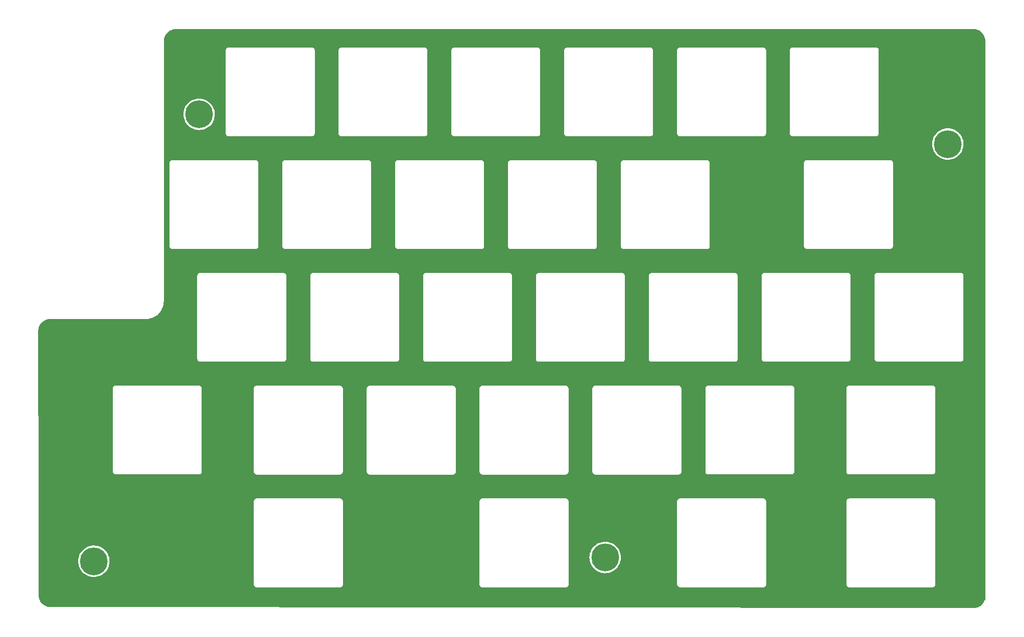
<source format=gbr>
%TF.GenerationSoftware,KiCad,Pcbnew,(6.0.7)*%
%TF.CreationDate,2022-08-16T18:04:40+00:00*%
%TF.ProjectId,top-right,746f702d-7269-4676-9874-2e6b69636164,rev?*%
%TF.SameCoordinates,Original*%
%TF.FileFunction,Copper,L1,Top*%
%TF.FilePolarity,Positive*%
%FSLAX46Y46*%
G04 Gerber Fmt 4.6, Leading zero omitted, Abs format (unit mm)*
G04 Created by KiCad (PCBNEW (6.0.7)) date 2022-08-16 18:04:40*
%MOMM*%
%LPD*%
G01*
G04 APERTURE LIST*
%TA.AperFunction,ComponentPad*%
%ADD10C,4.700000*%
%TD*%
G04 APERTURE END LIST*
D10*
%TO.P,TH5,*%
%TO.N,*%
X107440000Y-50530000D03*
%TD*%
%TO.P,TH5,*%
%TO.N,*%
X233840000Y-55550000D03*
%TD*%
%TO.P,TH5,*%
%TO.N,*%
X175990000Y-125450000D03*
%TD*%
%TO.P,TH5,*%
%TO.N,*%
X89660000Y-126080000D03*
%TD*%
%TA.AperFunction,NonConductor*%
G36*
X238153323Y-36128490D02*
G01*
X238173177Y-36130069D01*
X238180336Y-36131213D01*
X238195669Y-36133663D01*
X238211991Y-36131595D01*
X238236545Y-36130897D01*
X238443454Y-36145256D01*
X238452969Y-36145916D01*
X238469260Y-36148122D01*
X238707780Y-36196435D01*
X238723646Y-36200743D01*
X238953847Y-36279700D01*
X238969005Y-36286032D01*
X239137863Y-36369898D01*
X239186976Y-36394291D01*
X239201192Y-36402549D01*
X239403204Y-36538262D01*
X239416222Y-36548300D01*
X239598849Y-36709160D01*
X239610451Y-36720808D01*
X239770576Y-36904073D01*
X239780562Y-36917132D01*
X239915464Y-37119684D01*
X239923665Y-37133932D01*
X240031050Y-37352328D01*
X240037326Y-37367523D01*
X240115361Y-37598039D01*
X240119605Y-37613921D01*
X240166963Y-37852628D01*
X240169104Y-37868929D01*
X240182787Y-38078238D01*
X240181751Y-38101466D01*
X240181710Y-38104849D01*
X240180328Y-38113724D01*
X240184469Y-38145390D01*
X240185532Y-38161673D01*
X240215461Y-131854859D01*
X240215485Y-131930691D01*
X240213985Y-131950116D01*
X240210309Y-131973724D01*
X240211473Y-131982626D01*
X240212435Y-131989986D01*
X240213227Y-132014583D01*
X240198832Y-132233649D01*
X240196670Y-132250031D01*
X240148571Y-132491206D01*
X240144283Y-132507163D01*
X240065045Y-132739953D01*
X240058707Y-132755213D01*
X239949680Y-132975647D01*
X239941399Y-132989946D01*
X239804465Y-133194215D01*
X239794384Y-133207306D01*
X239631897Y-133391902D01*
X239620195Y-133403557D01*
X239512481Y-133497606D01*
X239434956Y-133565296D01*
X239421824Y-133575325D01*
X239216996Y-133711444D01*
X239202663Y-133719667D01*
X238981804Y-133827802D01*
X238966520Y-133834079D01*
X238879629Y-133863267D01*
X238733403Y-133912386D01*
X238717436Y-133916608D01*
X238476062Y-133963739D01*
X238459675Y-133965835D01*
X238289766Y-133976315D01*
X238265800Y-133977793D01*
X238247722Y-133978908D01*
X238224715Y-133977793D01*
X238221123Y-133977735D01*
X238212259Y-133976318D01*
X238179678Y-133980445D01*
X238163737Y-133981444D01*
X82383530Y-133841544D01*
X82364268Y-133840045D01*
X82340276Y-133836309D01*
X82323988Y-133838439D01*
X82299411Y-133839233D01*
X82254801Y-133836309D01*
X82082299Y-133825002D01*
X82065959Y-133822851D01*
X81946310Y-133799052D01*
X81826657Y-133775251D01*
X81810743Y-133770987D01*
X81659559Y-133719667D01*
X81579708Y-133692561D01*
X81564481Y-133686254D01*
X81345658Y-133578343D01*
X81331384Y-133570102D01*
X81128522Y-133434553D01*
X81115447Y-133424520D01*
X80932007Y-133263648D01*
X80920352Y-133251993D01*
X80759480Y-133068553D01*
X80749447Y-133055478D01*
X80613898Y-132852616D01*
X80605657Y-132838342D01*
X80497746Y-132619519D01*
X80491439Y-132604292D01*
X80413014Y-132373260D01*
X80408748Y-132357340D01*
X80397348Y-132300025D01*
X80361149Y-132118041D01*
X80358998Y-132101701D01*
X80345476Y-131895407D01*
X80346650Y-131872232D01*
X80346334Y-131872204D01*
X80346770Y-131867344D01*
X80347576Y-131862552D01*
X80347729Y-131850000D01*
X80346831Y-131843724D01*
X80343712Y-131821953D01*
X80342439Y-131804258D01*
X80340099Y-130059721D01*
X116681024Y-130059721D01*
X116683491Y-130068352D01*
X116689150Y-130088153D01*
X116692728Y-130104915D01*
X116696920Y-130134187D01*
X116700634Y-130142355D01*
X116700634Y-130142356D01*
X116707548Y-130157562D01*
X116713996Y-130175086D01*
X116721051Y-130199771D01*
X116725843Y-130207365D01*
X116725844Y-130207368D01*
X116736830Y-130224780D01*
X116744969Y-130239863D01*
X116757208Y-130266782D01*
X116763069Y-130273584D01*
X116773970Y-130286235D01*
X116785073Y-130301239D01*
X116798776Y-130322958D01*
X116805501Y-130328897D01*
X116805504Y-130328901D01*
X116820938Y-130342532D01*
X116832982Y-130354724D01*
X116846427Y-130370327D01*
X116846430Y-130370329D01*
X116852287Y-130377127D01*
X116859816Y-130382007D01*
X116859817Y-130382008D01*
X116873835Y-130391094D01*
X116888709Y-130402385D01*
X116901217Y-130413431D01*
X116907951Y-130419378D01*
X116931135Y-130430263D01*
X116934711Y-130431942D01*
X116949691Y-130440263D01*
X116966983Y-130451471D01*
X116966988Y-130451473D01*
X116974515Y-130456352D01*
X116983108Y-130458922D01*
X116983113Y-130458924D01*
X116999120Y-130463711D01*
X117016564Y-130470372D01*
X117031676Y-130477467D01*
X117031678Y-130477468D01*
X117039800Y-130481281D01*
X117048667Y-130482662D01*
X117048668Y-130482662D01*
X117051353Y-130483080D01*
X117069017Y-130485830D01*
X117085732Y-130489613D01*
X117105466Y-130495515D01*
X117105472Y-130495516D01*
X117114066Y-130498086D01*
X117123037Y-130498141D01*
X117123038Y-130498141D01*
X117133097Y-130498202D01*
X117148506Y-130498296D01*
X117149289Y-130498329D01*
X117150386Y-130498500D01*
X117181377Y-130498500D01*
X117182147Y-130498502D01*
X117255785Y-130498952D01*
X117255786Y-130498952D01*
X117259721Y-130498976D01*
X117261065Y-130498592D01*
X117262410Y-130498500D01*
X131181377Y-130498500D01*
X131182148Y-130498502D01*
X131259721Y-130498976D01*
X131288152Y-130490850D01*
X131304915Y-130487272D01*
X131305753Y-130487152D01*
X131334187Y-130483080D01*
X131344283Y-130478490D01*
X131357562Y-130472452D01*
X131375087Y-130466004D01*
X131399771Y-130458949D01*
X131407365Y-130454157D01*
X131407368Y-130454156D01*
X131424780Y-130443170D01*
X131439865Y-130435030D01*
X131443956Y-130433170D01*
X131466782Y-130422792D01*
X131486235Y-130406030D01*
X131501239Y-130394927D01*
X131522958Y-130381224D01*
X131528897Y-130374499D01*
X131528901Y-130374496D01*
X131542532Y-130359062D01*
X131554724Y-130347018D01*
X131570327Y-130333573D01*
X131570329Y-130333570D01*
X131577127Y-130327713D01*
X131591094Y-130306165D01*
X131602385Y-130291291D01*
X131613431Y-130278783D01*
X131613432Y-130278782D01*
X131619378Y-130272049D01*
X131631943Y-130245287D01*
X131640263Y-130230309D01*
X131651471Y-130213017D01*
X131651473Y-130213012D01*
X131656352Y-130205485D01*
X131658922Y-130196892D01*
X131658924Y-130196887D01*
X131663711Y-130180880D01*
X131670372Y-130163436D01*
X131677467Y-130148324D01*
X131677468Y-130148322D01*
X131681281Y-130140200D01*
X131685830Y-130110983D01*
X131689613Y-130094268D01*
X131695515Y-130074534D01*
X131695516Y-130074528D01*
X131698086Y-130065934D01*
X131698124Y-130059721D01*
X154781024Y-130059721D01*
X154783491Y-130068352D01*
X154789150Y-130088153D01*
X154792728Y-130104915D01*
X154796920Y-130134187D01*
X154800634Y-130142355D01*
X154800634Y-130142356D01*
X154807548Y-130157562D01*
X154813996Y-130175086D01*
X154821051Y-130199771D01*
X154825843Y-130207365D01*
X154825844Y-130207368D01*
X154836830Y-130224780D01*
X154844969Y-130239863D01*
X154857208Y-130266782D01*
X154863069Y-130273584D01*
X154873970Y-130286235D01*
X154885073Y-130301239D01*
X154898776Y-130322958D01*
X154905501Y-130328897D01*
X154905504Y-130328901D01*
X154920938Y-130342532D01*
X154932982Y-130354724D01*
X154946427Y-130370327D01*
X154946430Y-130370329D01*
X154952287Y-130377127D01*
X154959816Y-130382007D01*
X154959817Y-130382008D01*
X154973835Y-130391094D01*
X154988709Y-130402385D01*
X155001217Y-130413431D01*
X155007951Y-130419378D01*
X155031135Y-130430263D01*
X155034711Y-130431942D01*
X155049691Y-130440263D01*
X155066983Y-130451471D01*
X155066988Y-130451473D01*
X155074515Y-130456352D01*
X155083108Y-130458922D01*
X155083113Y-130458924D01*
X155099120Y-130463711D01*
X155116564Y-130470372D01*
X155131676Y-130477467D01*
X155131678Y-130477468D01*
X155139800Y-130481281D01*
X155148667Y-130482662D01*
X155148668Y-130482662D01*
X155151353Y-130483080D01*
X155169017Y-130485830D01*
X155185732Y-130489613D01*
X155205466Y-130495515D01*
X155205472Y-130495516D01*
X155214066Y-130498086D01*
X155223037Y-130498141D01*
X155223038Y-130498141D01*
X155233097Y-130498202D01*
X155248506Y-130498296D01*
X155249289Y-130498329D01*
X155250386Y-130498500D01*
X155281377Y-130498500D01*
X155282147Y-130498502D01*
X155355785Y-130498952D01*
X155355786Y-130498952D01*
X155359721Y-130498976D01*
X155361065Y-130498592D01*
X155362410Y-130498500D01*
X169281377Y-130498500D01*
X169282148Y-130498502D01*
X169359721Y-130498976D01*
X169388152Y-130490850D01*
X169404915Y-130487272D01*
X169405753Y-130487152D01*
X169434187Y-130483080D01*
X169444283Y-130478490D01*
X169457562Y-130472452D01*
X169475087Y-130466004D01*
X169499771Y-130458949D01*
X169507365Y-130454157D01*
X169507368Y-130454156D01*
X169524780Y-130443170D01*
X169539865Y-130435030D01*
X169543956Y-130433170D01*
X169566782Y-130422792D01*
X169586235Y-130406030D01*
X169601239Y-130394927D01*
X169622958Y-130381224D01*
X169628897Y-130374499D01*
X169628901Y-130374496D01*
X169642532Y-130359062D01*
X169654724Y-130347018D01*
X169670327Y-130333573D01*
X169670329Y-130333570D01*
X169677127Y-130327713D01*
X169691094Y-130306165D01*
X169702385Y-130291291D01*
X169713431Y-130278783D01*
X169713432Y-130278782D01*
X169719378Y-130272049D01*
X169731943Y-130245287D01*
X169740263Y-130230309D01*
X169751471Y-130213017D01*
X169751473Y-130213012D01*
X169756352Y-130205485D01*
X169758922Y-130196892D01*
X169758924Y-130196887D01*
X169763711Y-130180880D01*
X169770372Y-130163436D01*
X169777467Y-130148324D01*
X169777468Y-130148322D01*
X169781281Y-130140200D01*
X169785830Y-130110983D01*
X169789613Y-130094268D01*
X169795515Y-130074534D01*
X169795516Y-130074528D01*
X169798086Y-130065934D01*
X169798185Y-130049721D01*
X188151024Y-130049721D01*
X188153491Y-130058352D01*
X188159150Y-130078153D01*
X188162728Y-130094915D01*
X188166920Y-130124187D01*
X188170634Y-130132355D01*
X188170634Y-130132356D01*
X188177548Y-130147562D01*
X188183996Y-130165086D01*
X188191051Y-130189771D01*
X188195843Y-130197365D01*
X188195844Y-130197368D01*
X188206830Y-130214780D01*
X188214969Y-130229863D01*
X188227208Y-130256782D01*
X188233069Y-130263584D01*
X188243970Y-130276235D01*
X188255073Y-130291239D01*
X188268776Y-130312958D01*
X188275501Y-130318897D01*
X188275504Y-130318901D01*
X188290938Y-130332532D01*
X188302982Y-130344724D01*
X188316427Y-130360327D01*
X188316430Y-130360329D01*
X188322287Y-130367127D01*
X188329816Y-130372007D01*
X188329817Y-130372008D01*
X188343835Y-130381094D01*
X188358709Y-130392385D01*
X188370033Y-130402385D01*
X188377951Y-130409378D01*
X188399250Y-130419378D01*
X188404711Y-130421942D01*
X188419691Y-130430263D01*
X188436983Y-130441471D01*
X188436988Y-130441473D01*
X188444515Y-130446352D01*
X188453108Y-130448922D01*
X188453113Y-130448924D01*
X188469120Y-130453711D01*
X188486564Y-130460372D01*
X188501676Y-130467467D01*
X188501678Y-130467468D01*
X188509800Y-130471281D01*
X188518667Y-130472662D01*
X188518668Y-130472662D01*
X188521353Y-130473080D01*
X188539017Y-130475830D01*
X188555732Y-130479613D01*
X188575466Y-130485515D01*
X188575472Y-130485516D01*
X188584066Y-130488086D01*
X188593037Y-130488141D01*
X188593038Y-130488141D01*
X188603097Y-130488202D01*
X188618506Y-130488296D01*
X188619289Y-130488329D01*
X188620386Y-130488500D01*
X188651377Y-130488500D01*
X188652147Y-130488502D01*
X188725785Y-130488952D01*
X188725786Y-130488952D01*
X188729721Y-130488976D01*
X188731065Y-130488592D01*
X188732410Y-130488500D01*
X202651377Y-130488500D01*
X202652148Y-130488502D01*
X202729721Y-130488976D01*
X202758152Y-130480850D01*
X202774915Y-130477272D01*
X202775753Y-130477152D01*
X202804187Y-130473080D01*
X202827564Y-130462451D01*
X202845087Y-130456004D01*
X202869771Y-130448949D01*
X202877365Y-130444157D01*
X202877368Y-130444156D01*
X202894780Y-130433170D01*
X202909865Y-130425030D01*
X202936782Y-130412792D01*
X202956235Y-130396030D01*
X202971239Y-130384927D01*
X202992958Y-130371224D01*
X202998897Y-130364499D01*
X202998901Y-130364496D01*
X203012532Y-130349062D01*
X203024724Y-130337018D01*
X203040327Y-130323573D01*
X203040329Y-130323570D01*
X203047127Y-130317713D01*
X203061094Y-130296165D01*
X203072385Y-130281291D01*
X203083431Y-130268783D01*
X203083432Y-130268782D01*
X203089378Y-130262049D01*
X203101943Y-130235287D01*
X203110263Y-130220309D01*
X203121471Y-130203017D01*
X203121473Y-130203012D01*
X203126352Y-130195485D01*
X203128922Y-130186892D01*
X203128924Y-130186887D01*
X203133711Y-130170880D01*
X203140372Y-130153436D01*
X203147467Y-130138324D01*
X203147468Y-130138322D01*
X203151281Y-130130200D01*
X203155830Y-130100983D01*
X203159613Y-130084268D01*
X203165515Y-130064534D01*
X203165516Y-130064528D01*
X203168086Y-130055934D01*
X203168124Y-130049721D01*
X216721024Y-130049721D01*
X216723491Y-130058352D01*
X216729150Y-130078153D01*
X216732728Y-130094915D01*
X216736920Y-130124187D01*
X216740634Y-130132355D01*
X216740634Y-130132356D01*
X216747548Y-130147562D01*
X216753996Y-130165086D01*
X216761051Y-130189771D01*
X216765843Y-130197365D01*
X216765844Y-130197368D01*
X216776830Y-130214780D01*
X216784969Y-130229863D01*
X216797208Y-130256782D01*
X216803069Y-130263584D01*
X216813970Y-130276235D01*
X216825073Y-130291239D01*
X216838776Y-130312958D01*
X216845501Y-130318897D01*
X216845504Y-130318901D01*
X216860938Y-130332532D01*
X216872982Y-130344724D01*
X216886427Y-130360327D01*
X216886430Y-130360329D01*
X216892287Y-130367127D01*
X216899816Y-130372007D01*
X216899817Y-130372008D01*
X216913835Y-130381094D01*
X216928709Y-130392385D01*
X216940033Y-130402385D01*
X216947951Y-130409378D01*
X216969250Y-130419378D01*
X216974711Y-130421942D01*
X216989691Y-130430263D01*
X217006983Y-130441471D01*
X217006988Y-130441473D01*
X217014515Y-130446352D01*
X217023108Y-130448922D01*
X217023113Y-130448924D01*
X217039120Y-130453711D01*
X217056564Y-130460372D01*
X217071676Y-130467467D01*
X217071678Y-130467468D01*
X217079800Y-130471281D01*
X217088667Y-130472662D01*
X217088668Y-130472662D01*
X217091353Y-130473080D01*
X217109017Y-130475830D01*
X217125732Y-130479613D01*
X217145466Y-130485515D01*
X217145472Y-130485516D01*
X217154066Y-130488086D01*
X217163037Y-130488141D01*
X217163038Y-130488141D01*
X217173097Y-130488202D01*
X217188506Y-130488296D01*
X217189289Y-130488329D01*
X217190386Y-130488500D01*
X217221377Y-130488500D01*
X217222147Y-130488502D01*
X217295785Y-130488952D01*
X217295786Y-130488952D01*
X217299721Y-130488976D01*
X217301065Y-130488592D01*
X217302410Y-130488500D01*
X231221377Y-130488500D01*
X231222148Y-130488502D01*
X231299721Y-130488976D01*
X231328152Y-130480850D01*
X231344915Y-130477272D01*
X231345753Y-130477152D01*
X231374187Y-130473080D01*
X231397564Y-130462451D01*
X231415087Y-130456004D01*
X231439771Y-130448949D01*
X231447365Y-130444157D01*
X231447368Y-130444156D01*
X231464780Y-130433170D01*
X231479865Y-130425030D01*
X231506782Y-130412792D01*
X231526235Y-130396030D01*
X231541239Y-130384927D01*
X231562958Y-130371224D01*
X231568897Y-130364499D01*
X231568901Y-130364496D01*
X231582532Y-130349062D01*
X231594724Y-130337018D01*
X231610327Y-130323573D01*
X231610329Y-130323570D01*
X231617127Y-130317713D01*
X231631094Y-130296165D01*
X231642385Y-130281291D01*
X231653431Y-130268783D01*
X231653432Y-130268782D01*
X231659378Y-130262049D01*
X231671943Y-130235287D01*
X231680263Y-130220309D01*
X231691471Y-130203017D01*
X231691473Y-130203012D01*
X231696352Y-130195485D01*
X231698922Y-130186892D01*
X231698924Y-130186887D01*
X231703711Y-130170880D01*
X231710372Y-130153436D01*
X231717467Y-130138324D01*
X231717468Y-130138322D01*
X231721281Y-130130200D01*
X231725830Y-130100983D01*
X231729613Y-130084268D01*
X231735515Y-130064534D01*
X231735516Y-130064528D01*
X231738086Y-130055934D01*
X231738296Y-130021494D01*
X231738329Y-130020711D01*
X231738500Y-130019614D01*
X231738500Y-129988623D01*
X231738502Y-129987853D01*
X231738952Y-129914215D01*
X231738952Y-129914214D01*
X231738976Y-129910279D01*
X231738592Y-129908935D01*
X231738500Y-129907590D01*
X231738500Y-115988623D01*
X231738502Y-115987853D01*
X231738800Y-115939102D01*
X231738976Y-115910279D01*
X231730850Y-115881847D01*
X231727272Y-115865085D01*
X231724352Y-115844698D01*
X231723080Y-115835813D01*
X231712451Y-115812436D01*
X231706004Y-115794913D01*
X231704348Y-115789120D01*
X231698949Y-115770229D01*
X231694156Y-115762632D01*
X231683170Y-115745220D01*
X231675030Y-115730135D01*
X231672564Y-115724711D01*
X231662792Y-115703218D01*
X231646030Y-115683765D01*
X231634927Y-115668761D01*
X231621224Y-115647042D01*
X231614499Y-115641103D01*
X231614496Y-115641099D01*
X231599062Y-115627468D01*
X231587018Y-115615276D01*
X231573573Y-115599673D01*
X231573570Y-115599671D01*
X231567713Y-115592873D01*
X231554009Y-115583990D01*
X231546165Y-115578906D01*
X231531291Y-115567615D01*
X231518783Y-115556569D01*
X231518782Y-115556568D01*
X231512049Y-115550622D01*
X231485287Y-115538057D01*
X231470309Y-115529737D01*
X231453017Y-115518529D01*
X231453012Y-115518527D01*
X231445485Y-115513648D01*
X231436892Y-115511078D01*
X231436887Y-115511076D01*
X231420880Y-115506289D01*
X231403436Y-115499628D01*
X231388324Y-115492533D01*
X231388322Y-115492532D01*
X231380200Y-115488719D01*
X231371333Y-115487338D01*
X231371332Y-115487338D01*
X231360478Y-115485648D01*
X231350983Y-115484170D01*
X231334268Y-115480387D01*
X231314534Y-115474485D01*
X231314528Y-115474484D01*
X231305934Y-115471914D01*
X231296963Y-115471859D01*
X231296962Y-115471859D01*
X231286903Y-115471798D01*
X231271494Y-115471704D01*
X231270711Y-115471671D01*
X231269614Y-115471500D01*
X231238623Y-115471500D01*
X231237853Y-115471498D01*
X231164215Y-115471048D01*
X231164214Y-115471048D01*
X231160279Y-115471024D01*
X231158935Y-115471408D01*
X231157590Y-115471500D01*
X217238623Y-115471500D01*
X217237853Y-115471498D01*
X217237037Y-115471493D01*
X217160279Y-115471024D01*
X217137918Y-115477415D01*
X217131847Y-115479150D01*
X217115085Y-115482728D01*
X217085813Y-115486920D01*
X217077645Y-115490634D01*
X217077644Y-115490634D01*
X217062438Y-115497548D01*
X217044914Y-115503996D01*
X217020229Y-115511051D01*
X217012635Y-115515843D01*
X217012632Y-115515844D01*
X216995220Y-115526830D01*
X216980137Y-115534969D01*
X216953218Y-115547208D01*
X216946416Y-115553069D01*
X216933765Y-115563970D01*
X216918761Y-115575073D01*
X216897042Y-115588776D01*
X216891103Y-115595501D01*
X216891099Y-115595504D01*
X216877468Y-115610938D01*
X216865276Y-115622982D01*
X216849673Y-115636427D01*
X216849671Y-115636430D01*
X216842873Y-115642287D01*
X216837993Y-115649816D01*
X216837992Y-115649817D01*
X216828906Y-115663835D01*
X216817615Y-115678709D01*
X216810581Y-115686674D01*
X216800622Y-115697951D01*
X216789617Y-115721391D01*
X216788058Y-115724711D01*
X216779737Y-115739691D01*
X216768529Y-115756983D01*
X216768527Y-115756988D01*
X216763648Y-115764515D01*
X216761078Y-115773108D01*
X216761076Y-115773113D01*
X216756289Y-115789120D01*
X216749628Y-115806564D01*
X216746177Y-115813915D01*
X216738719Y-115829800D01*
X216737338Y-115838667D01*
X216737338Y-115838668D01*
X216734170Y-115859015D01*
X216730387Y-115875732D01*
X216724485Y-115895466D01*
X216724484Y-115895472D01*
X216721914Y-115904066D01*
X216721859Y-115913037D01*
X216721859Y-115913038D01*
X216721704Y-115938497D01*
X216721671Y-115939289D01*
X216721500Y-115940386D01*
X216721500Y-115971377D01*
X216721498Y-115972147D01*
X216721024Y-116049721D01*
X216721408Y-116051065D01*
X216721500Y-116052410D01*
X216721500Y-129971377D01*
X216721498Y-129972147D01*
X216721024Y-130049721D01*
X203168124Y-130049721D01*
X203168296Y-130021494D01*
X203168329Y-130020711D01*
X203168500Y-130019614D01*
X203168500Y-129988623D01*
X203168502Y-129987853D01*
X203168952Y-129914215D01*
X203168952Y-129914214D01*
X203168976Y-129910279D01*
X203168592Y-129908935D01*
X203168500Y-129907590D01*
X203168500Y-115988623D01*
X203168502Y-115987853D01*
X203168800Y-115939102D01*
X203168976Y-115910279D01*
X203160850Y-115881847D01*
X203157272Y-115865085D01*
X203154352Y-115844698D01*
X203153080Y-115835813D01*
X203142451Y-115812436D01*
X203136004Y-115794913D01*
X203134348Y-115789120D01*
X203128949Y-115770229D01*
X203124156Y-115762632D01*
X203113170Y-115745220D01*
X203105030Y-115730135D01*
X203102564Y-115724711D01*
X203092792Y-115703218D01*
X203076030Y-115683765D01*
X203064927Y-115668761D01*
X203051224Y-115647042D01*
X203044499Y-115641103D01*
X203044496Y-115641099D01*
X203029062Y-115627468D01*
X203017018Y-115615276D01*
X203003573Y-115599673D01*
X203003570Y-115599671D01*
X202997713Y-115592873D01*
X202984009Y-115583990D01*
X202976165Y-115578906D01*
X202961291Y-115567615D01*
X202948783Y-115556569D01*
X202948782Y-115556568D01*
X202942049Y-115550622D01*
X202915287Y-115538057D01*
X202900309Y-115529737D01*
X202883017Y-115518529D01*
X202883012Y-115518527D01*
X202875485Y-115513648D01*
X202866892Y-115511078D01*
X202866887Y-115511076D01*
X202850880Y-115506289D01*
X202833436Y-115499628D01*
X202818324Y-115492533D01*
X202818322Y-115492532D01*
X202810200Y-115488719D01*
X202801333Y-115487338D01*
X202801332Y-115487338D01*
X202790478Y-115485648D01*
X202780983Y-115484170D01*
X202764268Y-115480387D01*
X202744534Y-115474485D01*
X202744528Y-115474484D01*
X202735934Y-115471914D01*
X202726963Y-115471859D01*
X202726962Y-115471859D01*
X202716903Y-115471798D01*
X202701494Y-115471704D01*
X202700711Y-115471671D01*
X202699614Y-115471500D01*
X202668623Y-115471500D01*
X202667853Y-115471498D01*
X202594215Y-115471048D01*
X202594214Y-115471048D01*
X202590279Y-115471024D01*
X202588935Y-115471408D01*
X202587590Y-115471500D01*
X188668623Y-115471500D01*
X188667853Y-115471498D01*
X188667037Y-115471493D01*
X188590279Y-115471024D01*
X188567918Y-115477415D01*
X188561847Y-115479150D01*
X188545085Y-115482728D01*
X188515813Y-115486920D01*
X188507645Y-115490634D01*
X188507644Y-115490634D01*
X188492438Y-115497548D01*
X188474914Y-115503996D01*
X188450229Y-115511051D01*
X188442635Y-115515843D01*
X188442632Y-115515844D01*
X188425220Y-115526830D01*
X188410137Y-115534969D01*
X188383218Y-115547208D01*
X188376416Y-115553069D01*
X188363765Y-115563970D01*
X188348761Y-115575073D01*
X188327042Y-115588776D01*
X188321103Y-115595501D01*
X188321099Y-115595504D01*
X188307468Y-115610938D01*
X188295276Y-115622982D01*
X188279673Y-115636427D01*
X188279671Y-115636430D01*
X188272873Y-115642287D01*
X188267993Y-115649816D01*
X188267992Y-115649817D01*
X188258906Y-115663835D01*
X188247615Y-115678709D01*
X188240581Y-115686674D01*
X188230622Y-115697951D01*
X188219617Y-115721391D01*
X188218058Y-115724711D01*
X188209737Y-115739691D01*
X188198529Y-115756983D01*
X188198527Y-115756988D01*
X188193648Y-115764515D01*
X188191078Y-115773108D01*
X188191076Y-115773113D01*
X188186289Y-115789120D01*
X188179628Y-115806564D01*
X188176177Y-115813915D01*
X188168719Y-115829800D01*
X188167338Y-115838667D01*
X188167338Y-115838668D01*
X188164170Y-115859015D01*
X188160387Y-115875732D01*
X188154485Y-115895466D01*
X188154484Y-115895472D01*
X188151914Y-115904066D01*
X188151859Y-115913037D01*
X188151859Y-115913038D01*
X188151704Y-115938497D01*
X188151671Y-115939289D01*
X188151500Y-115940386D01*
X188151500Y-115971377D01*
X188151498Y-115972147D01*
X188151024Y-116049721D01*
X188151408Y-116051065D01*
X188151500Y-116052410D01*
X188151500Y-129971377D01*
X188151498Y-129972147D01*
X188151024Y-130049721D01*
X169798185Y-130049721D01*
X169798296Y-130031494D01*
X169798329Y-130030711D01*
X169798500Y-130029614D01*
X169798500Y-129998623D01*
X169798502Y-129997853D01*
X169798952Y-129924215D01*
X169798952Y-129924214D01*
X169798976Y-129920279D01*
X169798592Y-129918935D01*
X169798500Y-129917590D01*
X169798500Y-125422194D01*
X173334801Y-125422194D01*
X173350691Y-125741382D01*
X173351332Y-125745113D01*
X173351333Y-125745121D01*
X173404098Y-126052194D01*
X173404812Y-126056350D01*
X173405900Y-126059989D01*
X173405901Y-126059992D01*
X173428516Y-126135609D01*
X173496381Y-126362535D01*
X173497894Y-126366006D01*
X173497896Y-126366012D01*
X173534657Y-126450354D01*
X173624070Y-126655501D01*
X173625993Y-126658773D01*
X173625995Y-126658776D01*
X173642205Y-126686350D01*
X173786031Y-126931006D01*
X173788332Y-126934021D01*
X173977617Y-127182044D01*
X173977622Y-127182049D01*
X173979917Y-127185057D01*
X174202920Y-127413976D01*
X174271408Y-127469140D01*
X174448856Y-127612068D01*
X174448861Y-127612072D01*
X174451809Y-127614446D01*
X174722979Y-127783563D01*
X175012502Y-127918877D01*
X175016112Y-127920060D01*
X175016116Y-127920062D01*
X175198863Y-127979970D01*
X175316185Y-128018430D01*
X175629628Y-128080777D01*
X175633400Y-128081064D01*
X175633408Y-128081065D01*
X175944515Y-128104730D01*
X175944520Y-128104730D01*
X175948292Y-128105017D01*
X176267559Y-128090799D01*
X176271297Y-128090177D01*
X176271305Y-128090176D01*
X176579072Y-128038949D01*
X176579080Y-128038947D01*
X176582806Y-128038327D01*
X176889466Y-127948363D01*
X177183097Y-127822209D01*
X177186375Y-127820305D01*
X177186381Y-127820302D01*
X177347126Y-127726933D01*
X177459445Y-127661693D01*
X177714509Y-127469140D01*
X177944592Y-127247339D01*
X177995298Y-127185057D01*
X178143965Y-127002447D01*
X178146362Y-126999503D01*
X178316897Y-126729222D01*
X178453725Y-126440411D01*
X178475508Y-126375121D01*
X178553669Y-126140841D01*
X178554866Y-126137254D01*
X178618854Y-125824141D01*
X178644763Y-125505609D01*
X178645345Y-125450000D01*
X178643898Y-125425986D01*
X178626341Y-125134773D01*
X178626341Y-125134769D01*
X178626113Y-125130995D01*
X178625433Y-125127271D01*
X178569377Y-124820333D01*
X178569376Y-124820329D01*
X178568697Y-124816611D01*
X178473927Y-124511402D01*
X178343176Y-124219789D01*
X178178339Y-123945996D01*
X178176012Y-123943012D01*
X178176007Y-123943005D01*
X177984140Y-123696984D01*
X177984138Y-123696981D01*
X177981804Y-123693989D01*
X177756416Y-123467418D01*
X177625725Y-123364390D01*
X177508419Y-123271913D01*
X177508412Y-123271908D01*
X177505441Y-123269566D01*
X177232515Y-123103297D01*
X176941591Y-122971022D01*
X176636882Y-122874655D01*
X176497342Y-122848415D01*
X176326527Y-122816293D01*
X176326522Y-122816292D01*
X176322803Y-122815593D01*
X176003903Y-122794691D01*
X176000124Y-122794899D01*
X176000122Y-122794899D01*
X175903214Y-122800232D01*
X175684802Y-122812253D01*
X175681075Y-122812914D01*
X175681071Y-122812914D01*
X175427324Y-122857884D01*
X175370122Y-122868022D01*
X175366497Y-122869127D01*
X175366492Y-122869128D01*
X175128656Y-122941616D01*
X175064421Y-122961193D01*
X174772127Y-123090415D01*
X174497475Y-123253816D01*
X174494474Y-123256132D01*
X174494470Y-123256134D01*
X174247988Y-123446293D01*
X174244442Y-123449029D01*
X174241744Y-123451685D01*
X174098464Y-123592732D01*
X174016694Y-123673227D01*
X174014326Y-123676199D01*
X173836334Y-123899566D01*
X173817530Y-123923163D01*
X173649835Y-124195215D01*
X173516038Y-124485443D01*
X173418078Y-124789643D01*
X173417359Y-124793359D01*
X173417357Y-124793367D01*
X173406441Y-124849789D01*
X173357372Y-125103408D01*
X173357105Y-125107184D01*
X173357104Y-125107189D01*
X173354682Y-125141402D01*
X173334801Y-125422194D01*
X169798500Y-125422194D01*
X169798500Y-115998623D01*
X169798502Y-115997853D01*
X169798800Y-115949102D01*
X169798976Y-115920279D01*
X169790850Y-115891847D01*
X169787272Y-115875085D01*
X169785840Y-115865085D01*
X169783080Y-115845813D01*
X169772451Y-115822436D01*
X169766004Y-115804913D01*
X169761416Y-115788862D01*
X169758949Y-115780229D01*
X169754156Y-115772632D01*
X169743170Y-115755220D01*
X169735030Y-115740135D01*
X169732564Y-115734711D01*
X169722792Y-115713218D01*
X169706030Y-115693765D01*
X169694927Y-115678761D01*
X169681224Y-115657042D01*
X169674499Y-115651103D01*
X169674496Y-115651099D01*
X169659062Y-115637468D01*
X169647018Y-115625276D01*
X169633573Y-115609673D01*
X169633570Y-115609671D01*
X169627713Y-115602873D01*
X169614009Y-115593990D01*
X169606165Y-115588906D01*
X169591291Y-115577615D01*
X169578783Y-115566569D01*
X169578782Y-115566568D01*
X169572049Y-115560622D01*
X169545287Y-115548057D01*
X169530309Y-115539737D01*
X169513017Y-115528529D01*
X169513012Y-115528527D01*
X169505485Y-115523648D01*
X169496892Y-115521078D01*
X169496887Y-115521076D01*
X169480880Y-115516289D01*
X169463436Y-115509628D01*
X169448324Y-115502533D01*
X169448322Y-115502532D01*
X169440200Y-115498719D01*
X169431333Y-115497338D01*
X169431332Y-115497338D01*
X169420478Y-115495648D01*
X169410983Y-115494170D01*
X169394268Y-115490387D01*
X169374534Y-115484485D01*
X169374528Y-115484484D01*
X169365934Y-115481914D01*
X169356963Y-115481859D01*
X169356962Y-115481859D01*
X169346903Y-115481798D01*
X169331494Y-115481704D01*
X169330711Y-115481671D01*
X169329614Y-115481500D01*
X169298623Y-115481500D01*
X169297853Y-115481498D01*
X169224215Y-115481048D01*
X169224214Y-115481048D01*
X169220279Y-115481024D01*
X169218935Y-115481408D01*
X169217590Y-115481500D01*
X155298623Y-115481500D01*
X155297853Y-115481498D01*
X155297037Y-115481493D01*
X155220279Y-115481024D01*
X155199650Y-115486920D01*
X155191847Y-115489150D01*
X155175085Y-115492728D01*
X155145813Y-115496920D01*
X155137645Y-115500634D01*
X155137644Y-115500634D01*
X155122438Y-115507548D01*
X155104914Y-115513996D01*
X155080229Y-115521051D01*
X155072635Y-115525843D01*
X155072632Y-115525844D01*
X155055220Y-115536830D01*
X155040137Y-115544969D01*
X155013218Y-115557208D01*
X155006416Y-115563069D01*
X154993765Y-115573970D01*
X154978761Y-115585073D01*
X154957042Y-115598776D01*
X154951103Y-115605501D01*
X154951099Y-115605504D01*
X154937468Y-115620938D01*
X154925276Y-115632982D01*
X154909673Y-115646427D01*
X154909671Y-115646430D01*
X154902873Y-115652287D01*
X154897993Y-115659816D01*
X154897992Y-115659817D01*
X154888906Y-115673835D01*
X154877615Y-115688709D01*
X154866569Y-115701217D01*
X154860622Y-115707951D01*
X154849101Y-115732489D01*
X154848058Y-115734711D01*
X154839737Y-115749691D01*
X154828529Y-115766983D01*
X154828527Y-115766988D01*
X154823648Y-115774515D01*
X154821078Y-115783108D01*
X154821076Y-115783113D01*
X154816289Y-115799120D01*
X154809628Y-115816564D01*
X154804426Y-115827644D01*
X154798719Y-115839800D01*
X154797338Y-115848667D01*
X154797338Y-115848668D01*
X154794170Y-115869015D01*
X154790387Y-115885732D01*
X154784485Y-115905466D01*
X154784484Y-115905472D01*
X154781914Y-115914066D01*
X154781859Y-115923037D01*
X154781859Y-115923038D01*
X154781704Y-115948497D01*
X154781671Y-115949289D01*
X154781500Y-115950386D01*
X154781500Y-115981377D01*
X154781498Y-115982147D01*
X154781024Y-116059721D01*
X154781408Y-116061065D01*
X154781500Y-116062410D01*
X154781500Y-129981377D01*
X154781498Y-129982147D01*
X154781024Y-130059721D01*
X131698124Y-130059721D01*
X131698296Y-130031494D01*
X131698329Y-130030711D01*
X131698500Y-130029614D01*
X131698500Y-129998623D01*
X131698502Y-129997853D01*
X131698952Y-129924215D01*
X131698952Y-129924214D01*
X131698976Y-129920279D01*
X131698592Y-129918935D01*
X131698500Y-129917590D01*
X131698500Y-115998623D01*
X131698502Y-115997853D01*
X131698800Y-115949102D01*
X131698976Y-115920279D01*
X131690850Y-115891847D01*
X131687272Y-115875085D01*
X131685840Y-115865085D01*
X131683080Y-115845813D01*
X131672451Y-115822436D01*
X131666004Y-115804913D01*
X131661416Y-115788862D01*
X131658949Y-115780229D01*
X131654156Y-115772632D01*
X131643170Y-115755220D01*
X131635030Y-115740135D01*
X131632564Y-115734711D01*
X131622792Y-115713218D01*
X131606030Y-115693765D01*
X131594927Y-115678761D01*
X131581224Y-115657042D01*
X131574499Y-115651103D01*
X131574496Y-115651099D01*
X131559062Y-115637468D01*
X131547018Y-115625276D01*
X131533573Y-115609673D01*
X131533570Y-115609671D01*
X131527713Y-115602873D01*
X131514009Y-115593990D01*
X131506165Y-115588906D01*
X131491291Y-115577615D01*
X131478783Y-115566569D01*
X131478782Y-115566568D01*
X131472049Y-115560622D01*
X131445287Y-115548057D01*
X131430309Y-115539737D01*
X131413017Y-115528529D01*
X131413012Y-115528527D01*
X131405485Y-115523648D01*
X131396892Y-115521078D01*
X131396887Y-115521076D01*
X131380880Y-115516289D01*
X131363436Y-115509628D01*
X131348324Y-115502533D01*
X131348322Y-115502532D01*
X131340200Y-115498719D01*
X131331333Y-115497338D01*
X131331332Y-115497338D01*
X131320478Y-115495648D01*
X131310983Y-115494170D01*
X131294268Y-115490387D01*
X131274534Y-115484485D01*
X131274528Y-115484484D01*
X131265934Y-115481914D01*
X131256963Y-115481859D01*
X131256962Y-115481859D01*
X131246903Y-115481798D01*
X131231494Y-115481704D01*
X131230711Y-115481671D01*
X131229614Y-115481500D01*
X131198623Y-115481500D01*
X131197853Y-115481498D01*
X131124215Y-115481048D01*
X131124214Y-115481048D01*
X131120279Y-115481024D01*
X131118935Y-115481408D01*
X131117590Y-115481500D01*
X117198623Y-115481500D01*
X117197853Y-115481498D01*
X117197037Y-115481493D01*
X117120279Y-115481024D01*
X117099650Y-115486920D01*
X117091847Y-115489150D01*
X117075085Y-115492728D01*
X117045813Y-115496920D01*
X117037645Y-115500634D01*
X117037644Y-115500634D01*
X117022438Y-115507548D01*
X117004914Y-115513996D01*
X116980229Y-115521051D01*
X116972635Y-115525843D01*
X116972632Y-115525844D01*
X116955220Y-115536830D01*
X116940137Y-115544969D01*
X116913218Y-115557208D01*
X116906416Y-115563069D01*
X116893765Y-115573970D01*
X116878761Y-115585073D01*
X116857042Y-115598776D01*
X116851103Y-115605501D01*
X116851099Y-115605504D01*
X116837468Y-115620938D01*
X116825276Y-115632982D01*
X116809673Y-115646427D01*
X116809671Y-115646430D01*
X116802873Y-115652287D01*
X116797993Y-115659816D01*
X116797992Y-115659817D01*
X116788906Y-115673835D01*
X116777615Y-115688709D01*
X116766569Y-115701217D01*
X116760622Y-115707951D01*
X116749101Y-115732489D01*
X116748058Y-115734711D01*
X116739737Y-115749691D01*
X116728529Y-115766983D01*
X116728527Y-115766988D01*
X116723648Y-115774515D01*
X116721078Y-115783108D01*
X116721076Y-115783113D01*
X116716289Y-115799120D01*
X116709628Y-115816564D01*
X116704426Y-115827644D01*
X116698719Y-115839800D01*
X116697338Y-115848667D01*
X116697338Y-115848668D01*
X116694170Y-115869015D01*
X116690387Y-115885732D01*
X116684485Y-115905466D01*
X116684484Y-115905472D01*
X116681914Y-115914066D01*
X116681859Y-115923037D01*
X116681859Y-115923038D01*
X116681704Y-115948497D01*
X116681671Y-115949289D01*
X116681500Y-115950386D01*
X116681500Y-115981377D01*
X116681498Y-115982147D01*
X116681024Y-116059721D01*
X116681408Y-116061065D01*
X116681500Y-116062410D01*
X116681500Y-129981377D01*
X116681498Y-129982147D01*
X116681024Y-130059721D01*
X80340099Y-130059721D01*
X80334725Y-126052194D01*
X87004801Y-126052194D01*
X87004990Y-126055986D01*
X87020424Y-126366012D01*
X87020691Y-126371382D01*
X87021332Y-126375113D01*
X87021333Y-126375121D01*
X87070074Y-126658776D01*
X87074812Y-126686350D01*
X87075900Y-126689989D01*
X87075901Y-126689992D01*
X87148882Y-126934021D01*
X87166381Y-126992535D01*
X87167894Y-126996006D01*
X87167896Y-126996012D01*
X87248978Y-127182044D01*
X87294070Y-127285501D01*
X87456031Y-127561006D01*
X87458332Y-127564021D01*
X87647617Y-127812044D01*
X87647622Y-127812049D01*
X87649917Y-127815057D01*
X87707721Y-127874394D01*
X87866380Y-128037262D01*
X87872920Y-128043976D01*
X87948704Y-128105017D01*
X88118856Y-128242068D01*
X88118861Y-128242072D01*
X88121809Y-128244446D01*
X88392979Y-128413563D01*
X88682502Y-128548877D01*
X88686112Y-128550060D01*
X88686116Y-128550062D01*
X88868863Y-128609970D01*
X88986185Y-128648430D01*
X89299628Y-128710777D01*
X89303400Y-128711064D01*
X89303408Y-128711065D01*
X89614515Y-128734730D01*
X89614520Y-128734730D01*
X89618292Y-128735017D01*
X89937559Y-128720799D01*
X89941297Y-128720177D01*
X89941305Y-128720176D01*
X90249072Y-128668949D01*
X90249080Y-128668947D01*
X90252806Y-128668327D01*
X90559466Y-128578363D01*
X90853097Y-128452209D01*
X90856375Y-128450305D01*
X90856381Y-128450302D01*
X91017126Y-128356933D01*
X91129445Y-128291693D01*
X91384509Y-128099140D01*
X91614592Y-127877339D01*
X91658255Y-127823708D01*
X91745706Y-127716291D01*
X91816362Y-127629503D01*
X91986897Y-127359222D01*
X92123725Y-127070411D01*
X92148547Y-126996012D01*
X92223669Y-126770841D01*
X92224866Y-126767254D01*
X92288854Y-126454141D01*
X92314763Y-126135609D01*
X92315345Y-126080000D01*
X92313898Y-126055986D01*
X92296341Y-125764773D01*
X92296341Y-125764769D01*
X92296113Y-125760995D01*
X92238697Y-125446611D01*
X92231116Y-125422194D01*
X92145049Y-125145017D01*
X92143927Y-125141402D01*
X92013176Y-124849789D01*
X91848339Y-124575996D01*
X91846012Y-124573012D01*
X91846007Y-124573005D01*
X91654140Y-124326984D01*
X91654138Y-124326981D01*
X91651804Y-124323989D01*
X91426416Y-124097418D01*
X91238464Y-123949249D01*
X91178419Y-123901913D01*
X91178412Y-123901908D01*
X91175441Y-123899566D01*
X90902515Y-123733297D01*
X90611591Y-123601022D01*
X90306882Y-123504655D01*
X90167342Y-123478415D01*
X89996527Y-123446293D01*
X89996522Y-123446292D01*
X89992803Y-123445593D01*
X89673903Y-123424691D01*
X89670124Y-123424899D01*
X89670122Y-123424899D01*
X89573214Y-123430232D01*
X89354802Y-123442253D01*
X89351075Y-123442914D01*
X89351071Y-123442914D01*
X89197651Y-123470104D01*
X89040122Y-123498022D01*
X89036497Y-123499127D01*
X89036492Y-123499128D01*
X88798656Y-123571616D01*
X88734421Y-123591193D01*
X88442127Y-123720415D01*
X88167475Y-123883816D01*
X88164474Y-123886132D01*
X88164470Y-123886134D01*
X88086878Y-123945996D01*
X87914442Y-124079029D01*
X87686694Y-124303227D01*
X87487530Y-124553163D01*
X87319835Y-124825215D01*
X87186038Y-125115443D01*
X87088078Y-125419643D01*
X87087359Y-125423359D01*
X87087357Y-125423367D01*
X87071013Y-125507844D01*
X87027372Y-125733408D01*
X87027105Y-125737184D01*
X87027104Y-125737189D01*
X87005069Y-126048405D01*
X87004801Y-126052194D01*
X80334725Y-126052194D01*
X80314498Y-110969721D01*
X92861024Y-110969721D01*
X92863491Y-110978352D01*
X92869150Y-110998153D01*
X92872728Y-111014915D01*
X92876920Y-111044187D01*
X92880634Y-111052355D01*
X92880634Y-111052356D01*
X92887548Y-111067562D01*
X92893996Y-111085086D01*
X92901051Y-111109771D01*
X92905843Y-111117365D01*
X92905844Y-111117368D01*
X92916830Y-111134780D01*
X92924969Y-111149863D01*
X92937208Y-111176782D01*
X92943069Y-111183584D01*
X92953970Y-111196235D01*
X92965073Y-111211239D01*
X92978776Y-111232958D01*
X92985501Y-111238897D01*
X92985504Y-111238901D01*
X93000938Y-111252532D01*
X93012982Y-111264724D01*
X93026427Y-111280327D01*
X93026430Y-111280329D01*
X93032287Y-111287127D01*
X93039816Y-111292007D01*
X93039817Y-111292008D01*
X93053835Y-111301094D01*
X93068709Y-111312385D01*
X93078571Y-111321094D01*
X93087951Y-111329378D01*
X93114711Y-111341942D01*
X93129691Y-111350263D01*
X93146983Y-111361471D01*
X93146988Y-111361473D01*
X93154515Y-111366352D01*
X93163108Y-111368922D01*
X93163113Y-111368924D01*
X93179120Y-111373711D01*
X93196564Y-111380372D01*
X93211676Y-111387467D01*
X93211678Y-111387468D01*
X93219800Y-111391281D01*
X93228667Y-111392662D01*
X93228668Y-111392662D01*
X93238263Y-111394156D01*
X93249017Y-111395830D01*
X93265732Y-111399613D01*
X93285466Y-111405515D01*
X93285472Y-111405516D01*
X93294066Y-111408086D01*
X93303037Y-111408141D01*
X93303038Y-111408141D01*
X93313097Y-111408202D01*
X93328506Y-111408296D01*
X93329289Y-111408329D01*
X93330386Y-111408500D01*
X93361377Y-111408500D01*
X93362147Y-111408502D01*
X93435785Y-111408952D01*
X93435786Y-111408952D01*
X93439721Y-111408976D01*
X93441065Y-111408592D01*
X93442410Y-111408500D01*
X107361377Y-111408500D01*
X107362148Y-111408502D01*
X107439721Y-111408976D01*
X107462548Y-111402452D01*
X107468153Y-111400850D01*
X107484915Y-111397272D01*
X107485753Y-111397152D01*
X107514187Y-111393080D01*
X107537564Y-111382451D01*
X107555087Y-111376004D01*
X107579771Y-111368949D01*
X107587365Y-111364157D01*
X107587368Y-111364156D01*
X107604780Y-111353170D01*
X107619865Y-111345030D01*
X107623382Y-111343431D01*
X107646782Y-111332792D01*
X107666235Y-111316030D01*
X107681239Y-111304927D01*
X107702958Y-111291224D01*
X107708897Y-111284499D01*
X107708901Y-111284496D01*
X107722532Y-111269062D01*
X107734724Y-111257018D01*
X107750327Y-111243573D01*
X107750329Y-111243570D01*
X107757127Y-111237713D01*
X107763223Y-111228309D01*
X107771094Y-111216165D01*
X107782385Y-111201291D01*
X107793431Y-111188783D01*
X107793432Y-111188782D01*
X107799378Y-111182049D01*
X107811943Y-111155287D01*
X107820263Y-111140309D01*
X107831471Y-111123017D01*
X107831473Y-111123012D01*
X107836352Y-111115485D01*
X107838922Y-111106892D01*
X107838924Y-111106887D01*
X107843711Y-111090880D01*
X107850372Y-111073436D01*
X107857467Y-111058324D01*
X107857468Y-111058322D01*
X107861281Y-111050200D01*
X107865830Y-111020983D01*
X107869613Y-111004268D01*
X107873964Y-110989721D01*
X116671024Y-110989721D01*
X116673491Y-110998352D01*
X116679150Y-111018153D01*
X116682728Y-111034915D01*
X116686920Y-111064187D01*
X116690634Y-111072355D01*
X116690634Y-111072356D01*
X116697548Y-111087562D01*
X116703996Y-111105086D01*
X116711051Y-111129771D01*
X116715843Y-111137365D01*
X116715844Y-111137368D01*
X116726830Y-111154780D01*
X116734969Y-111169863D01*
X116747208Y-111196782D01*
X116753069Y-111203584D01*
X116763970Y-111216235D01*
X116775073Y-111231239D01*
X116788776Y-111252958D01*
X116795501Y-111258897D01*
X116795504Y-111258901D01*
X116810938Y-111272532D01*
X116822982Y-111284724D01*
X116836427Y-111300327D01*
X116836430Y-111300329D01*
X116842287Y-111307127D01*
X116849816Y-111312007D01*
X116849817Y-111312008D01*
X116863835Y-111321094D01*
X116878709Y-111332385D01*
X116891217Y-111343431D01*
X116897951Y-111349378D01*
X116919250Y-111359378D01*
X116924711Y-111361942D01*
X116939691Y-111370263D01*
X116956983Y-111381471D01*
X116956988Y-111381473D01*
X116964515Y-111386352D01*
X116973108Y-111388922D01*
X116973113Y-111388924D01*
X116989120Y-111393711D01*
X117006564Y-111400372D01*
X117021676Y-111407467D01*
X117021678Y-111407468D01*
X117029800Y-111411281D01*
X117038667Y-111412662D01*
X117038668Y-111412662D01*
X117041353Y-111413080D01*
X117059017Y-111415830D01*
X117075732Y-111419613D01*
X117095466Y-111425515D01*
X117095472Y-111425516D01*
X117104066Y-111428086D01*
X117113037Y-111428141D01*
X117113038Y-111428141D01*
X117123097Y-111428202D01*
X117138506Y-111428296D01*
X117139289Y-111428329D01*
X117140386Y-111428500D01*
X117171377Y-111428500D01*
X117172147Y-111428502D01*
X117245785Y-111428952D01*
X117245786Y-111428952D01*
X117249721Y-111428976D01*
X117251065Y-111428592D01*
X117252410Y-111428500D01*
X131171377Y-111428500D01*
X131172148Y-111428502D01*
X131249721Y-111428976D01*
X131278152Y-111420850D01*
X131294915Y-111417272D01*
X131295753Y-111417152D01*
X131324187Y-111413080D01*
X131333214Y-111408976D01*
X131347562Y-111402452D01*
X131365087Y-111396004D01*
X131365696Y-111395830D01*
X131389771Y-111388949D01*
X131397365Y-111384157D01*
X131397368Y-111384156D01*
X131414780Y-111373170D01*
X131429865Y-111365030D01*
X131456782Y-111352792D01*
X131476235Y-111336030D01*
X131491239Y-111324927D01*
X131512958Y-111311224D01*
X131518897Y-111304499D01*
X131518901Y-111304496D01*
X131532532Y-111289062D01*
X131544724Y-111277018D01*
X131560327Y-111263573D01*
X131560329Y-111263570D01*
X131567127Y-111257713D01*
X131581094Y-111236165D01*
X131592385Y-111221291D01*
X131603431Y-111208783D01*
X131603432Y-111208782D01*
X131609378Y-111202049D01*
X131621943Y-111175287D01*
X131630263Y-111160309D01*
X131641471Y-111143017D01*
X131641473Y-111143012D01*
X131646352Y-111135485D01*
X131648922Y-111126892D01*
X131648924Y-111126887D01*
X131653711Y-111110880D01*
X131660372Y-111093436D01*
X131667467Y-111078324D01*
X131667468Y-111078322D01*
X131671281Y-111070200D01*
X131675830Y-111040983D01*
X131679613Y-111024268D01*
X131685515Y-111004534D01*
X131685516Y-111004528D01*
X131686954Y-110999721D01*
X135741024Y-110999721D01*
X135743491Y-111008352D01*
X135749150Y-111028153D01*
X135752728Y-111044915D01*
X135756920Y-111074187D01*
X135760634Y-111082355D01*
X135760634Y-111082356D01*
X135767548Y-111097562D01*
X135773996Y-111115086D01*
X135781051Y-111139771D01*
X135785843Y-111147365D01*
X135785844Y-111147368D01*
X135796830Y-111164780D01*
X135804969Y-111179863D01*
X135817208Y-111206782D01*
X135833226Y-111225371D01*
X135833970Y-111226235D01*
X135845073Y-111241239D01*
X135858776Y-111262958D01*
X135865501Y-111268897D01*
X135865504Y-111268901D01*
X135880938Y-111282532D01*
X135892982Y-111294724D01*
X135906427Y-111310327D01*
X135906430Y-111310329D01*
X135912287Y-111317127D01*
X135919816Y-111322007D01*
X135919817Y-111322008D01*
X135933835Y-111331094D01*
X135948709Y-111342385D01*
X135961217Y-111353431D01*
X135967951Y-111359378D01*
X135993708Y-111371471D01*
X135994711Y-111371942D01*
X136009691Y-111380263D01*
X136026983Y-111391471D01*
X136026988Y-111391473D01*
X136034515Y-111396352D01*
X136043108Y-111398922D01*
X136043113Y-111398924D01*
X136059120Y-111403711D01*
X136076564Y-111410372D01*
X136091676Y-111417467D01*
X136091678Y-111417468D01*
X136099800Y-111421281D01*
X136108667Y-111422662D01*
X136108668Y-111422662D01*
X136111353Y-111423080D01*
X136129017Y-111425830D01*
X136145732Y-111429613D01*
X136165466Y-111435515D01*
X136165472Y-111435516D01*
X136174066Y-111438086D01*
X136183037Y-111438141D01*
X136183038Y-111438141D01*
X136193097Y-111438202D01*
X136208506Y-111438296D01*
X136209289Y-111438329D01*
X136210386Y-111438500D01*
X136241377Y-111438500D01*
X136242147Y-111438502D01*
X136315785Y-111438952D01*
X136315786Y-111438952D01*
X136319721Y-111438976D01*
X136321065Y-111438592D01*
X136322410Y-111438500D01*
X150241377Y-111438500D01*
X150242148Y-111438502D01*
X150319721Y-111438976D01*
X150348152Y-111430850D01*
X150364915Y-111427272D01*
X150365753Y-111427152D01*
X150394187Y-111423080D01*
X150403214Y-111418976D01*
X150417562Y-111412452D01*
X150435087Y-111406004D01*
X150436798Y-111405515D01*
X150459771Y-111398949D01*
X150467365Y-111394157D01*
X150467368Y-111394156D01*
X150484780Y-111383170D01*
X150499865Y-111375030D01*
X150526782Y-111362792D01*
X150546235Y-111346030D01*
X150561239Y-111334927D01*
X150582958Y-111321224D01*
X150588897Y-111314499D01*
X150588901Y-111314496D01*
X150602532Y-111299062D01*
X150614724Y-111287018D01*
X150630327Y-111273573D01*
X150630329Y-111273570D01*
X150637127Y-111267713D01*
X150643282Y-111258218D01*
X150651094Y-111246165D01*
X150662385Y-111231291D01*
X150673431Y-111218783D01*
X150673432Y-111218782D01*
X150679378Y-111212049D01*
X150691943Y-111185287D01*
X150700263Y-111170309D01*
X150711471Y-111153017D01*
X150711473Y-111153012D01*
X150716352Y-111145485D01*
X150718922Y-111136892D01*
X150718924Y-111136887D01*
X150723711Y-111120880D01*
X150730372Y-111103436D01*
X150737467Y-111088324D01*
X150737468Y-111088322D01*
X150741281Y-111080200D01*
X150745830Y-111050983D01*
X150749613Y-111034268D01*
X150755515Y-111014534D01*
X150755516Y-111014528D01*
X150758086Y-111005934D01*
X150758185Y-110989721D01*
X154781024Y-110989721D01*
X154783491Y-110998352D01*
X154789150Y-111018153D01*
X154792728Y-111034915D01*
X154796920Y-111064187D01*
X154800634Y-111072355D01*
X154800634Y-111072356D01*
X154807548Y-111087562D01*
X154813996Y-111105086D01*
X154821051Y-111129771D01*
X154825843Y-111137365D01*
X154825844Y-111137368D01*
X154836830Y-111154780D01*
X154844969Y-111169863D01*
X154857208Y-111196782D01*
X154863069Y-111203584D01*
X154873970Y-111216235D01*
X154885073Y-111231239D01*
X154898776Y-111252958D01*
X154905501Y-111258897D01*
X154905504Y-111258901D01*
X154920938Y-111272532D01*
X154932982Y-111284724D01*
X154946427Y-111300327D01*
X154946430Y-111300329D01*
X154952287Y-111307127D01*
X154959816Y-111312007D01*
X154959817Y-111312008D01*
X154973835Y-111321094D01*
X154988709Y-111332385D01*
X155001217Y-111343431D01*
X155007951Y-111349378D01*
X155029250Y-111359378D01*
X155034711Y-111361942D01*
X155049691Y-111370263D01*
X155066983Y-111381471D01*
X155066988Y-111381473D01*
X155074515Y-111386352D01*
X155083108Y-111388922D01*
X155083113Y-111388924D01*
X155099120Y-111393711D01*
X155116564Y-111400372D01*
X155131676Y-111407467D01*
X155131678Y-111407468D01*
X155139800Y-111411281D01*
X155148667Y-111412662D01*
X155148668Y-111412662D01*
X155151353Y-111413080D01*
X155169017Y-111415830D01*
X155185732Y-111419613D01*
X155205466Y-111425515D01*
X155205472Y-111425516D01*
X155214066Y-111428086D01*
X155223037Y-111428141D01*
X155223038Y-111428141D01*
X155233097Y-111428202D01*
X155248506Y-111428296D01*
X155249289Y-111428329D01*
X155250386Y-111428500D01*
X155281377Y-111428500D01*
X155282147Y-111428502D01*
X155355785Y-111428952D01*
X155355786Y-111428952D01*
X155359721Y-111428976D01*
X155361065Y-111428592D01*
X155362410Y-111428500D01*
X169281377Y-111428500D01*
X169282148Y-111428502D01*
X169359721Y-111428976D01*
X169388152Y-111420850D01*
X169404915Y-111417272D01*
X169405753Y-111417152D01*
X169434187Y-111413080D01*
X169443214Y-111408976D01*
X169457562Y-111402452D01*
X169475087Y-111396004D01*
X169475696Y-111395830D01*
X169499771Y-111388949D01*
X169507365Y-111384157D01*
X169507368Y-111384156D01*
X169524780Y-111373170D01*
X169539865Y-111365030D01*
X169566782Y-111352792D01*
X169586235Y-111336030D01*
X169601239Y-111324927D01*
X169622958Y-111311224D01*
X169628897Y-111304499D01*
X169628901Y-111304496D01*
X169642532Y-111289062D01*
X169654724Y-111277018D01*
X169670327Y-111263573D01*
X169670329Y-111263570D01*
X169677127Y-111257713D01*
X169691094Y-111236165D01*
X169702385Y-111221291D01*
X169713431Y-111208783D01*
X169713432Y-111208782D01*
X169719378Y-111202049D01*
X169731943Y-111175287D01*
X169740263Y-111160309D01*
X169751471Y-111143017D01*
X169751473Y-111143012D01*
X169756352Y-111135485D01*
X169758922Y-111126892D01*
X169758924Y-111126887D01*
X169763711Y-111110880D01*
X169770372Y-111093436D01*
X169777467Y-111078324D01*
X169777468Y-111078322D01*
X169781281Y-111070200D01*
X169785830Y-111040983D01*
X169789613Y-111024268D01*
X169795515Y-111004534D01*
X169795516Y-111004528D01*
X169798086Y-110995934D01*
X169798124Y-110989721D01*
X173841024Y-110989721D01*
X173843491Y-110998352D01*
X173849150Y-111018153D01*
X173852728Y-111034915D01*
X173856920Y-111064187D01*
X173860634Y-111072355D01*
X173860634Y-111072356D01*
X173867548Y-111087562D01*
X173873996Y-111105086D01*
X173881051Y-111129771D01*
X173885843Y-111137365D01*
X173885844Y-111137368D01*
X173896830Y-111154780D01*
X173904969Y-111169863D01*
X173917208Y-111196782D01*
X173923069Y-111203584D01*
X173933970Y-111216235D01*
X173945073Y-111231239D01*
X173958776Y-111252958D01*
X173965501Y-111258897D01*
X173965504Y-111258901D01*
X173980938Y-111272532D01*
X173992982Y-111284724D01*
X174006427Y-111300327D01*
X174006430Y-111300329D01*
X174012287Y-111307127D01*
X174019816Y-111312007D01*
X174019817Y-111312008D01*
X174033835Y-111321094D01*
X174048709Y-111332385D01*
X174061217Y-111343431D01*
X174067951Y-111349378D01*
X174089250Y-111359378D01*
X174094711Y-111361942D01*
X174109691Y-111370263D01*
X174126983Y-111381471D01*
X174126988Y-111381473D01*
X174134515Y-111386352D01*
X174143108Y-111388922D01*
X174143113Y-111388924D01*
X174159120Y-111393711D01*
X174176564Y-111400372D01*
X174191676Y-111407467D01*
X174191678Y-111407468D01*
X174199800Y-111411281D01*
X174208667Y-111412662D01*
X174208668Y-111412662D01*
X174211353Y-111413080D01*
X174229017Y-111415830D01*
X174245732Y-111419613D01*
X174265466Y-111425515D01*
X174265472Y-111425516D01*
X174274066Y-111428086D01*
X174283037Y-111428141D01*
X174283038Y-111428141D01*
X174293097Y-111428202D01*
X174308506Y-111428296D01*
X174309289Y-111428329D01*
X174310386Y-111428500D01*
X174341377Y-111428500D01*
X174342147Y-111428502D01*
X174415785Y-111428952D01*
X174415786Y-111428952D01*
X174419721Y-111428976D01*
X174421065Y-111428592D01*
X174422410Y-111428500D01*
X188341377Y-111428500D01*
X188342148Y-111428502D01*
X188419721Y-111428976D01*
X188448152Y-111420850D01*
X188464915Y-111417272D01*
X188465753Y-111417152D01*
X188494187Y-111413080D01*
X188503214Y-111408976D01*
X188517562Y-111402452D01*
X188535087Y-111396004D01*
X188535696Y-111395830D01*
X188559771Y-111388949D01*
X188567365Y-111384157D01*
X188567368Y-111384156D01*
X188584780Y-111373170D01*
X188599865Y-111365030D01*
X188626782Y-111352792D01*
X188646235Y-111336030D01*
X188661239Y-111324927D01*
X188682958Y-111311224D01*
X188688897Y-111304499D01*
X188688901Y-111304496D01*
X188702532Y-111289062D01*
X188714724Y-111277018D01*
X188730327Y-111263573D01*
X188730329Y-111263570D01*
X188737127Y-111257713D01*
X188751094Y-111236165D01*
X188762385Y-111221291D01*
X188773431Y-111208783D01*
X188773432Y-111208782D01*
X188779378Y-111202049D01*
X188791943Y-111175287D01*
X188800263Y-111160309D01*
X188811471Y-111143017D01*
X188811473Y-111143012D01*
X188816352Y-111135485D01*
X188818922Y-111126892D01*
X188818924Y-111126887D01*
X188823711Y-111110880D01*
X188830372Y-111093436D01*
X188837467Y-111078324D01*
X188837468Y-111078322D01*
X188841281Y-111070200D01*
X188845830Y-111040983D01*
X188849613Y-111024268D01*
X188855515Y-111004534D01*
X188855516Y-111004528D01*
X188858086Y-110995934D01*
X188858185Y-110979721D01*
X192901024Y-110979721D01*
X192903491Y-110988352D01*
X192909150Y-111008153D01*
X192912728Y-111024915D01*
X192916920Y-111054187D01*
X192920634Y-111062355D01*
X192920634Y-111062356D01*
X192927548Y-111077562D01*
X192933996Y-111095086D01*
X192941051Y-111119771D01*
X192945843Y-111127365D01*
X192945844Y-111127368D01*
X192956830Y-111144780D01*
X192964969Y-111159863D01*
X192977208Y-111186782D01*
X192983069Y-111193584D01*
X192993970Y-111206235D01*
X193005073Y-111221239D01*
X193018776Y-111242958D01*
X193025501Y-111248897D01*
X193025504Y-111248901D01*
X193040938Y-111262532D01*
X193052982Y-111274724D01*
X193066427Y-111290327D01*
X193066430Y-111290329D01*
X193072287Y-111297127D01*
X193079816Y-111302007D01*
X193079817Y-111302008D01*
X193093835Y-111311094D01*
X193108709Y-111322385D01*
X193121217Y-111333431D01*
X193127951Y-111339378D01*
X193149250Y-111349378D01*
X193154711Y-111351942D01*
X193169691Y-111360263D01*
X193186983Y-111371471D01*
X193186988Y-111371473D01*
X193194515Y-111376352D01*
X193203108Y-111378922D01*
X193203113Y-111378924D01*
X193219120Y-111383711D01*
X193236564Y-111390372D01*
X193251676Y-111397467D01*
X193251678Y-111397468D01*
X193259800Y-111401281D01*
X193268667Y-111402662D01*
X193268668Y-111402662D01*
X193278310Y-111404163D01*
X193289017Y-111405830D01*
X193305732Y-111409613D01*
X193325466Y-111415515D01*
X193325472Y-111415516D01*
X193334066Y-111418086D01*
X193343037Y-111418141D01*
X193343038Y-111418141D01*
X193353097Y-111418202D01*
X193368506Y-111418296D01*
X193369289Y-111418329D01*
X193370386Y-111418500D01*
X193401377Y-111418500D01*
X193402147Y-111418502D01*
X193475785Y-111418952D01*
X193475786Y-111418952D01*
X193479721Y-111418976D01*
X193481065Y-111418592D01*
X193482410Y-111418500D01*
X207401377Y-111418500D01*
X207402148Y-111418502D01*
X207479721Y-111418976D01*
X207508152Y-111410850D01*
X207524915Y-111407272D01*
X207525753Y-111407152D01*
X207554187Y-111403080D01*
X207564283Y-111398490D01*
X207573383Y-111394352D01*
X207577564Y-111392451D01*
X207595087Y-111386004D01*
X207619771Y-111378949D01*
X207627365Y-111374157D01*
X207627368Y-111374156D01*
X207644780Y-111363170D01*
X207659865Y-111355030D01*
X207663382Y-111353431D01*
X207686782Y-111342792D01*
X207706235Y-111326030D01*
X207721239Y-111314927D01*
X207742958Y-111301224D01*
X207748897Y-111294499D01*
X207748901Y-111294496D01*
X207762532Y-111279062D01*
X207774724Y-111267018D01*
X207790327Y-111253573D01*
X207790329Y-111253570D01*
X207797127Y-111247713D01*
X207803223Y-111238309D01*
X207811094Y-111226165D01*
X207822385Y-111211291D01*
X207833431Y-111198783D01*
X207833432Y-111198782D01*
X207839378Y-111192049D01*
X207851943Y-111165287D01*
X207860263Y-111150309D01*
X207871471Y-111133017D01*
X207871473Y-111133012D01*
X207876352Y-111125485D01*
X207878922Y-111116892D01*
X207878924Y-111116887D01*
X207883711Y-111100880D01*
X207890372Y-111083436D01*
X207897467Y-111068324D01*
X207897468Y-111068322D01*
X207901281Y-111060200D01*
X207905830Y-111030983D01*
X207909613Y-111014268D01*
X207915515Y-110994534D01*
X207915516Y-110994528D01*
X207918086Y-110985934D01*
X207918185Y-110969721D01*
X216711024Y-110969721D01*
X216713491Y-110978352D01*
X216719150Y-110998153D01*
X216722728Y-111014915D01*
X216726920Y-111044187D01*
X216730634Y-111052355D01*
X216730634Y-111052356D01*
X216737548Y-111067562D01*
X216743996Y-111085086D01*
X216751051Y-111109771D01*
X216755843Y-111117365D01*
X216755844Y-111117368D01*
X216766830Y-111134780D01*
X216774969Y-111149863D01*
X216787208Y-111176782D01*
X216793069Y-111183584D01*
X216803970Y-111196235D01*
X216815073Y-111211239D01*
X216828776Y-111232958D01*
X216835501Y-111238897D01*
X216835504Y-111238901D01*
X216850938Y-111252532D01*
X216862982Y-111264724D01*
X216876427Y-111280327D01*
X216876430Y-111280329D01*
X216882287Y-111287127D01*
X216889816Y-111292007D01*
X216889817Y-111292008D01*
X216903835Y-111301094D01*
X216918709Y-111312385D01*
X216928571Y-111321094D01*
X216937951Y-111329378D01*
X216964711Y-111341942D01*
X216979691Y-111350263D01*
X216996983Y-111361471D01*
X216996988Y-111361473D01*
X217004515Y-111366352D01*
X217013108Y-111368922D01*
X217013113Y-111368924D01*
X217029120Y-111373711D01*
X217046564Y-111380372D01*
X217061676Y-111387467D01*
X217061678Y-111387468D01*
X217069800Y-111391281D01*
X217078667Y-111392662D01*
X217078668Y-111392662D01*
X217088263Y-111394156D01*
X217099017Y-111395830D01*
X217115732Y-111399613D01*
X217135466Y-111405515D01*
X217135472Y-111405516D01*
X217144066Y-111408086D01*
X217153037Y-111408141D01*
X217153038Y-111408141D01*
X217163097Y-111408202D01*
X217178506Y-111408296D01*
X217179289Y-111408329D01*
X217180386Y-111408500D01*
X217211377Y-111408500D01*
X217212147Y-111408502D01*
X217285785Y-111408952D01*
X217285786Y-111408952D01*
X217289721Y-111408976D01*
X217291065Y-111408592D01*
X217292410Y-111408500D01*
X231211377Y-111408500D01*
X231212148Y-111408502D01*
X231289721Y-111408976D01*
X231312548Y-111402452D01*
X231318153Y-111400850D01*
X231334915Y-111397272D01*
X231335753Y-111397152D01*
X231364187Y-111393080D01*
X231387564Y-111382451D01*
X231405087Y-111376004D01*
X231429771Y-111368949D01*
X231437365Y-111364157D01*
X231437368Y-111364156D01*
X231454780Y-111353170D01*
X231469865Y-111345030D01*
X231473382Y-111343431D01*
X231496782Y-111332792D01*
X231516235Y-111316030D01*
X231531239Y-111304927D01*
X231552958Y-111291224D01*
X231558897Y-111284499D01*
X231558901Y-111284496D01*
X231572532Y-111269062D01*
X231584724Y-111257018D01*
X231600327Y-111243573D01*
X231600329Y-111243570D01*
X231607127Y-111237713D01*
X231613223Y-111228309D01*
X231621094Y-111216165D01*
X231632385Y-111201291D01*
X231643431Y-111188783D01*
X231643432Y-111188782D01*
X231649378Y-111182049D01*
X231661943Y-111155287D01*
X231670263Y-111140309D01*
X231681471Y-111123017D01*
X231681473Y-111123012D01*
X231686352Y-111115485D01*
X231688922Y-111106892D01*
X231688924Y-111106887D01*
X231693711Y-111090880D01*
X231700372Y-111073436D01*
X231707467Y-111058324D01*
X231707468Y-111058322D01*
X231711281Y-111050200D01*
X231715830Y-111020983D01*
X231719613Y-111004268D01*
X231725515Y-110984534D01*
X231725516Y-110984528D01*
X231728086Y-110975934D01*
X231728296Y-110941494D01*
X231728329Y-110940711D01*
X231728500Y-110939614D01*
X231728500Y-110908623D01*
X231728502Y-110907853D01*
X231728952Y-110834215D01*
X231728952Y-110834214D01*
X231728976Y-110830279D01*
X231728592Y-110828935D01*
X231728500Y-110827590D01*
X231728500Y-96908623D01*
X231728502Y-96907853D01*
X231728620Y-96888497D01*
X231728976Y-96830279D01*
X231720850Y-96801847D01*
X231717272Y-96785085D01*
X231715784Y-96774698D01*
X231713080Y-96755813D01*
X231702451Y-96732436D01*
X231696004Y-96714913D01*
X231695890Y-96714515D01*
X231688949Y-96690229D01*
X231684156Y-96682632D01*
X231673170Y-96665220D01*
X231665030Y-96650135D01*
X231663339Y-96646416D01*
X231652792Y-96623218D01*
X231636030Y-96603765D01*
X231624927Y-96588761D01*
X231611224Y-96567042D01*
X231604499Y-96561103D01*
X231604496Y-96561099D01*
X231589062Y-96547468D01*
X231577018Y-96535276D01*
X231563573Y-96519673D01*
X231563570Y-96519671D01*
X231557713Y-96512873D01*
X231547988Y-96506569D01*
X231536165Y-96498906D01*
X231521291Y-96487615D01*
X231508783Y-96476569D01*
X231508782Y-96476568D01*
X231502049Y-96470622D01*
X231475287Y-96458057D01*
X231460309Y-96449737D01*
X231443017Y-96438529D01*
X231443012Y-96438527D01*
X231435485Y-96433648D01*
X231426892Y-96431078D01*
X231426887Y-96431076D01*
X231410880Y-96426289D01*
X231393436Y-96419628D01*
X231378324Y-96412533D01*
X231378322Y-96412532D01*
X231370200Y-96408719D01*
X231361333Y-96407338D01*
X231361332Y-96407338D01*
X231350478Y-96405648D01*
X231340983Y-96404170D01*
X231324268Y-96400387D01*
X231304534Y-96394485D01*
X231304528Y-96394484D01*
X231295934Y-96391914D01*
X231286963Y-96391859D01*
X231286962Y-96391859D01*
X231276903Y-96391798D01*
X231261494Y-96391704D01*
X231260711Y-96391671D01*
X231259614Y-96391500D01*
X231228623Y-96391500D01*
X231227853Y-96391498D01*
X231154215Y-96391048D01*
X231154214Y-96391048D01*
X231150279Y-96391024D01*
X231148935Y-96391408D01*
X231147590Y-96391500D01*
X217228623Y-96391500D01*
X217227853Y-96391498D01*
X217227037Y-96391493D01*
X217150279Y-96391024D01*
X217127918Y-96397415D01*
X217121847Y-96399150D01*
X217105085Y-96402728D01*
X217075813Y-96406920D01*
X217067645Y-96410634D01*
X217067644Y-96410634D01*
X217052438Y-96417548D01*
X217034914Y-96423996D01*
X217010229Y-96431051D01*
X217002635Y-96435843D01*
X217002632Y-96435844D01*
X216985220Y-96446830D01*
X216970137Y-96454969D01*
X216943218Y-96467208D01*
X216936416Y-96473069D01*
X216923765Y-96483970D01*
X216908761Y-96495073D01*
X216887042Y-96508776D01*
X216881103Y-96515501D01*
X216881099Y-96515504D01*
X216867468Y-96530938D01*
X216855276Y-96542982D01*
X216839673Y-96556427D01*
X216839671Y-96556430D01*
X216832873Y-96562287D01*
X216827993Y-96569816D01*
X216827992Y-96569817D01*
X216818906Y-96583835D01*
X216807615Y-96598709D01*
X216800581Y-96606674D01*
X216790622Y-96617951D01*
X216779617Y-96641391D01*
X216778058Y-96644711D01*
X216769737Y-96659691D01*
X216758529Y-96676983D01*
X216758527Y-96676988D01*
X216753648Y-96684515D01*
X216751078Y-96693108D01*
X216751076Y-96693113D01*
X216746289Y-96709120D01*
X216739628Y-96726564D01*
X216734933Y-96736564D01*
X216728719Y-96749800D01*
X216724669Y-96775813D01*
X216724170Y-96779015D01*
X216720387Y-96795732D01*
X216714485Y-96815466D01*
X216714484Y-96815472D01*
X216711914Y-96824066D01*
X216711859Y-96833037D01*
X216711859Y-96833038D01*
X216711704Y-96858497D01*
X216711671Y-96859289D01*
X216711500Y-96860386D01*
X216711500Y-96891377D01*
X216711498Y-96892147D01*
X216711381Y-96911377D01*
X216711024Y-96969721D01*
X216711408Y-96971065D01*
X216711500Y-96972410D01*
X216711500Y-110891377D01*
X216711498Y-110892147D01*
X216711024Y-110969721D01*
X207918185Y-110969721D01*
X207918296Y-110951494D01*
X207918329Y-110950711D01*
X207918500Y-110949614D01*
X207918500Y-110918623D01*
X207918502Y-110917853D01*
X207918952Y-110844215D01*
X207918952Y-110844214D01*
X207918976Y-110840279D01*
X207918592Y-110838935D01*
X207918500Y-110837590D01*
X207918500Y-96918623D01*
X207918502Y-96917853D01*
X207918603Y-96901377D01*
X207918976Y-96840279D01*
X207910850Y-96811847D01*
X207907272Y-96795085D01*
X207905083Y-96779800D01*
X207903080Y-96765813D01*
X207892451Y-96742436D01*
X207886004Y-96724913D01*
X207885719Y-96723915D01*
X207878949Y-96700229D01*
X207874156Y-96692632D01*
X207863170Y-96675220D01*
X207855030Y-96660135D01*
X207854040Y-96657958D01*
X207842792Y-96633218D01*
X207826030Y-96613765D01*
X207814927Y-96598761D01*
X207801224Y-96577042D01*
X207794499Y-96571103D01*
X207794496Y-96571099D01*
X207779062Y-96557468D01*
X207767018Y-96545276D01*
X207753573Y-96529673D01*
X207753570Y-96529671D01*
X207747713Y-96522873D01*
X207734009Y-96513990D01*
X207726165Y-96508906D01*
X207711291Y-96497615D01*
X207698783Y-96486569D01*
X207698782Y-96486568D01*
X207692049Y-96480622D01*
X207665287Y-96468057D01*
X207650309Y-96459737D01*
X207633017Y-96448529D01*
X207633012Y-96448527D01*
X207625485Y-96443648D01*
X207616892Y-96441078D01*
X207616887Y-96441076D01*
X207600880Y-96436289D01*
X207583436Y-96429628D01*
X207568324Y-96422533D01*
X207568322Y-96422532D01*
X207560200Y-96418719D01*
X207551333Y-96417338D01*
X207551332Y-96417338D01*
X207540478Y-96415648D01*
X207530983Y-96414170D01*
X207514268Y-96410387D01*
X207494534Y-96404485D01*
X207494528Y-96404484D01*
X207485934Y-96401914D01*
X207476963Y-96401859D01*
X207476962Y-96401859D01*
X207466903Y-96401798D01*
X207451494Y-96401704D01*
X207450711Y-96401671D01*
X207449614Y-96401500D01*
X207418623Y-96401500D01*
X207417853Y-96401498D01*
X207344215Y-96401048D01*
X207344214Y-96401048D01*
X207340279Y-96401024D01*
X207338935Y-96401408D01*
X207337590Y-96401500D01*
X193418623Y-96401500D01*
X193417853Y-96401498D01*
X193417037Y-96401493D01*
X193340279Y-96401024D01*
X193319650Y-96406920D01*
X193311847Y-96409150D01*
X193295085Y-96412728D01*
X193265813Y-96416920D01*
X193257645Y-96420634D01*
X193257644Y-96420634D01*
X193242438Y-96427548D01*
X193224914Y-96433996D01*
X193200229Y-96441051D01*
X193192635Y-96445843D01*
X193192632Y-96445844D01*
X193175220Y-96456830D01*
X193160137Y-96464969D01*
X193133218Y-96477208D01*
X193126416Y-96483069D01*
X193113765Y-96493970D01*
X193098761Y-96505073D01*
X193077042Y-96518776D01*
X193071103Y-96525501D01*
X193071099Y-96525504D01*
X193057468Y-96540938D01*
X193045276Y-96552982D01*
X193029673Y-96566427D01*
X193029671Y-96566430D01*
X193022873Y-96572287D01*
X193017993Y-96579816D01*
X193017992Y-96579817D01*
X193008906Y-96593835D01*
X192997615Y-96608709D01*
X192988784Y-96618709D01*
X192980622Y-96627951D01*
X192969617Y-96651391D01*
X192968058Y-96654711D01*
X192959737Y-96669691D01*
X192948529Y-96686983D01*
X192948527Y-96686988D01*
X192943648Y-96694515D01*
X192941078Y-96703108D01*
X192941076Y-96703113D01*
X192936289Y-96719120D01*
X192929628Y-96736564D01*
X192924933Y-96746564D01*
X192918719Y-96759800D01*
X192914669Y-96785813D01*
X192914170Y-96789015D01*
X192910387Y-96805732D01*
X192904485Y-96825466D01*
X192904484Y-96825472D01*
X192901914Y-96834066D01*
X192901859Y-96843037D01*
X192901859Y-96843038D01*
X192901704Y-96868497D01*
X192901671Y-96869289D01*
X192901500Y-96870386D01*
X192901500Y-96901377D01*
X192901498Y-96902147D01*
X192901381Y-96921377D01*
X192901024Y-96979721D01*
X192901408Y-96981065D01*
X192901500Y-96982410D01*
X192901500Y-110901377D01*
X192901498Y-110902147D01*
X192901024Y-110979721D01*
X188858185Y-110979721D01*
X188858296Y-110961494D01*
X188858329Y-110960711D01*
X188858500Y-110959614D01*
X188858500Y-110928623D01*
X188858502Y-110927853D01*
X188858952Y-110854215D01*
X188858952Y-110854214D01*
X188858976Y-110850279D01*
X188858592Y-110848935D01*
X188858500Y-110847590D01*
X188858500Y-96928623D01*
X188858502Y-96927853D01*
X188858800Y-96879102D01*
X188858976Y-96850279D01*
X188850850Y-96821847D01*
X188847272Y-96805085D01*
X188846186Y-96797504D01*
X188843080Y-96775813D01*
X188832451Y-96752436D01*
X188826004Y-96734913D01*
X188824348Y-96729120D01*
X188818949Y-96710229D01*
X188814156Y-96702632D01*
X188803170Y-96685220D01*
X188795030Y-96670135D01*
X188792564Y-96664711D01*
X188782792Y-96643218D01*
X188766030Y-96623765D01*
X188754927Y-96608761D01*
X188741224Y-96587042D01*
X188734499Y-96581103D01*
X188734496Y-96581099D01*
X188719062Y-96567468D01*
X188707018Y-96555276D01*
X188693573Y-96539673D01*
X188693570Y-96539671D01*
X188687713Y-96532873D01*
X188674009Y-96523990D01*
X188666165Y-96518906D01*
X188651291Y-96507615D01*
X188638783Y-96496569D01*
X188638782Y-96496568D01*
X188632049Y-96490622D01*
X188605287Y-96478057D01*
X188590309Y-96469737D01*
X188573017Y-96458529D01*
X188573012Y-96458527D01*
X188565485Y-96453648D01*
X188556892Y-96451078D01*
X188556887Y-96451076D01*
X188540880Y-96446289D01*
X188523436Y-96439628D01*
X188508324Y-96432533D01*
X188508322Y-96432532D01*
X188500200Y-96428719D01*
X188491333Y-96427338D01*
X188491332Y-96427338D01*
X188480478Y-96425648D01*
X188470983Y-96424170D01*
X188454268Y-96420387D01*
X188434534Y-96414485D01*
X188434528Y-96414484D01*
X188425934Y-96411914D01*
X188416963Y-96411859D01*
X188416962Y-96411859D01*
X188406903Y-96411798D01*
X188391494Y-96411704D01*
X188390711Y-96411671D01*
X188389614Y-96411500D01*
X188358623Y-96411500D01*
X188357853Y-96411498D01*
X188284215Y-96411048D01*
X188284214Y-96411048D01*
X188280279Y-96411024D01*
X188278935Y-96411408D01*
X188277590Y-96411500D01*
X174358623Y-96411500D01*
X174357853Y-96411498D01*
X174357037Y-96411493D01*
X174280279Y-96411024D01*
X174259650Y-96416920D01*
X174251847Y-96419150D01*
X174235085Y-96422728D01*
X174205813Y-96426920D01*
X174197645Y-96430634D01*
X174197644Y-96430634D01*
X174193468Y-96432533D01*
X174186186Y-96435844D01*
X174182438Y-96437548D01*
X174164914Y-96443996D01*
X174140229Y-96451051D01*
X174132635Y-96455843D01*
X174132632Y-96455844D01*
X174115220Y-96466830D01*
X174100137Y-96474969D01*
X174073218Y-96487208D01*
X174066416Y-96493069D01*
X174053765Y-96503970D01*
X174038761Y-96515073D01*
X174017042Y-96528776D01*
X174011103Y-96535501D01*
X174011099Y-96535504D01*
X173997468Y-96550938D01*
X173985276Y-96562982D01*
X173969673Y-96576427D01*
X173969671Y-96576430D01*
X173962873Y-96582287D01*
X173957993Y-96589816D01*
X173957992Y-96589817D01*
X173948906Y-96603835D01*
X173937615Y-96618709D01*
X173928784Y-96628709D01*
X173920622Y-96637951D01*
X173909617Y-96661391D01*
X173908058Y-96664711D01*
X173899737Y-96679691D01*
X173888529Y-96696983D01*
X173888527Y-96696988D01*
X173883648Y-96704515D01*
X173881078Y-96713108D01*
X173881076Y-96713113D01*
X173876289Y-96729120D01*
X173869628Y-96746564D01*
X173863414Y-96759800D01*
X173858719Y-96769800D01*
X173857338Y-96778667D01*
X173857338Y-96778668D01*
X173854170Y-96799015D01*
X173850387Y-96815732D01*
X173844485Y-96835466D01*
X173844484Y-96835472D01*
X173841914Y-96844066D01*
X173841859Y-96853037D01*
X173841859Y-96853038D01*
X173841704Y-96878497D01*
X173841671Y-96879289D01*
X173841500Y-96880386D01*
X173841500Y-96911377D01*
X173841498Y-96912147D01*
X173841024Y-96989721D01*
X173841408Y-96991065D01*
X173841500Y-96992410D01*
X173841500Y-110911377D01*
X173841498Y-110912147D01*
X173841024Y-110989721D01*
X169798124Y-110989721D01*
X169798296Y-110961494D01*
X169798329Y-110960711D01*
X169798500Y-110959614D01*
X169798500Y-110928623D01*
X169798502Y-110927853D01*
X169798952Y-110854215D01*
X169798952Y-110854214D01*
X169798976Y-110850279D01*
X169798592Y-110848935D01*
X169798500Y-110847590D01*
X169798500Y-96928623D01*
X169798502Y-96927853D01*
X169798800Y-96879102D01*
X169798976Y-96850279D01*
X169790850Y-96821847D01*
X169787272Y-96805085D01*
X169786186Y-96797504D01*
X169783080Y-96775813D01*
X169772451Y-96752436D01*
X169766004Y-96734913D01*
X169764348Y-96729120D01*
X169758949Y-96710229D01*
X169754156Y-96702632D01*
X169743170Y-96685220D01*
X169735030Y-96670135D01*
X169732564Y-96664711D01*
X169722792Y-96643218D01*
X169706030Y-96623765D01*
X169694927Y-96608761D01*
X169681224Y-96587042D01*
X169674499Y-96581103D01*
X169674496Y-96581099D01*
X169659062Y-96567468D01*
X169647018Y-96555276D01*
X169633573Y-96539673D01*
X169633570Y-96539671D01*
X169627713Y-96532873D01*
X169614009Y-96523990D01*
X169606165Y-96518906D01*
X169591291Y-96507615D01*
X169578783Y-96496569D01*
X169578782Y-96496568D01*
X169572049Y-96490622D01*
X169545287Y-96478057D01*
X169530309Y-96469737D01*
X169513017Y-96458529D01*
X169513012Y-96458527D01*
X169505485Y-96453648D01*
X169496892Y-96451078D01*
X169496887Y-96451076D01*
X169480880Y-96446289D01*
X169463436Y-96439628D01*
X169448324Y-96432533D01*
X169448322Y-96432532D01*
X169440200Y-96428719D01*
X169431333Y-96427338D01*
X169431332Y-96427338D01*
X169420478Y-96425648D01*
X169410983Y-96424170D01*
X169394268Y-96420387D01*
X169374534Y-96414485D01*
X169374528Y-96414484D01*
X169365934Y-96411914D01*
X169356963Y-96411859D01*
X169356962Y-96411859D01*
X169346903Y-96411798D01*
X169331494Y-96411704D01*
X169330711Y-96411671D01*
X169329614Y-96411500D01*
X169298623Y-96411500D01*
X169297853Y-96411498D01*
X169224215Y-96411048D01*
X169224214Y-96411048D01*
X169220279Y-96411024D01*
X169218935Y-96411408D01*
X169217590Y-96411500D01*
X155298623Y-96411500D01*
X155297853Y-96411498D01*
X155297037Y-96411493D01*
X155220279Y-96411024D01*
X155199650Y-96416920D01*
X155191847Y-96419150D01*
X155175085Y-96422728D01*
X155145813Y-96426920D01*
X155137645Y-96430634D01*
X155137644Y-96430634D01*
X155133468Y-96432533D01*
X155126186Y-96435844D01*
X155122438Y-96437548D01*
X155104914Y-96443996D01*
X155080229Y-96451051D01*
X155072635Y-96455843D01*
X155072632Y-96455844D01*
X155055220Y-96466830D01*
X155040137Y-96474969D01*
X155013218Y-96487208D01*
X155006416Y-96493069D01*
X154993765Y-96503970D01*
X154978761Y-96515073D01*
X154957042Y-96528776D01*
X154951103Y-96535501D01*
X154951099Y-96535504D01*
X154937468Y-96550938D01*
X154925276Y-96562982D01*
X154909673Y-96576427D01*
X154909671Y-96576430D01*
X154902873Y-96582287D01*
X154897993Y-96589816D01*
X154897992Y-96589817D01*
X154888906Y-96603835D01*
X154877615Y-96618709D01*
X154868784Y-96628709D01*
X154860622Y-96637951D01*
X154849617Y-96661391D01*
X154848058Y-96664711D01*
X154839737Y-96679691D01*
X154828529Y-96696983D01*
X154828527Y-96696988D01*
X154823648Y-96704515D01*
X154821078Y-96713108D01*
X154821076Y-96713113D01*
X154816289Y-96729120D01*
X154809628Y-96746564D01*
X154803414Y-96759800D01*
X154798719Y-96769800D01*
X154797338Y-96778667D01*
X154797338Y-96778668D01*
X154794170Y-96799015D01*
X154790387Y-96815732D01*
X154784485Y-96835466D01*
X154784484Y-96835472D01*
X154781914Y-96844066D01*
X154781859Y-96853037D01*
X154781859Y-96853038D01*
X154781704Y-96878497D01*
X154781671Y-96879289D01*
X154781500Y-96880386D01*
X154781500Y-96911377D01*
X154781498Y-96912147D01*
X154781024Y-96989721D01*
X154781408Y-96991065D01*
X154781500Y-96992410D01*
X154781500Y-110911377D01*
X154781498Y-110912147D01*
X154781024Y-110989721D01*
X150758185Y-110989721D01*
X150758296Y-110971494D01*
X150758329Y-110970711D01*
X150758500Y-110969614D01*
X150758500Y-110938623D01*
X150758502Y-110937853D01*
X150758952Y-110864215D01*
X150758952Y-110864214D01*
X150758976Y-110860279D01*
X150758592Y-110858935D01*
X150758500Y-110857590D01*
X150758500Y-96938623D01*
X150758502Y-96937853D01*
X150758800Y-96889102D01*
X150758976Y-96860279D01*
X150750850Y-96831847D01*
X150747272Y-96815085D01*
X150746186Y-96807504D01*
X150743080Y-96785813D01*
X150732451Y-96762436D01*
X150726004Y-96744913D01*
X150723146Y-96734913D01*
X150718949Y-96720229D01*
X150714156Y-96712632D01*
X150703170Y-96695220D01*
X150695030Y-96680135D01*
X150692564Y-96674711D01*
X150682792Y-96653218D01*
X150666030Y-96633765D01*
X150654927Y-96618761D01*
X150641224Y-96597042D01*
X150634499Y-96591103D01*
X150634496Y-96591099D01*
X150619062Y-96577468D01*
X150607018Y-96565276D01*
X150593573Y-96549673D01*
X150593570Y-96549671D01*
X150587713Y-96542873D01*
X150575993Y-96535276D01*
X150566165Y-96528906D01*
X150551291Y-96517615D01*
X150538783Y-96506569D01*
X150538782Y-96506568D01*
X150532049Y-96500622D01*
X150505287Y-96488057D01*
X150490309Y-96479737D01*
X150473017Y-96468529D01*
X150473012Y-96468527D01*
X150465485Y-96463648D01*
X150456892Y-96461078D01*
X150456887Y-96461076D01*
X150440880Y-96456289D01*
X150423436Y-96449628D01*
X150408324Y-96442533D01*
X150408322Y-96442532D01*
X150400200Y-96438719D01*
X150391333Y-96437338D01*
X150391332Y-96437338D01*
X150380478Y-96435648D01*
X150370983Y-96434170D01*
X150354268Y-96430387D01*
X150334534Y-96424485D01*
X150334528Y-96424484D01*
X150325934Y-96421914D01*
X150316963Y-96421859D01*
X150316962Y-96421859D01*
X150306903Y-96421798D01*
X150291494Y-96421704D01*
X150290711Y-96421671D01*
X150289614Y-96421500D01*
X150258623Y-96421500D01*
X150257853Y-96421498D01*
X150184215Y-96421048D01*
X150184214Y-96421048D01*
X150180279Y-96421024D01*
X150178935Y-96421408D01*
X150177590Y-96421500D01*
X136258623Y-96421500D01*
X136257853Y-96421498D01*
X136257037Y-96421493D01*
X136180279Y-96421024D01*
X136161858Y-96426289D01*
X136151847Y-96429150D01*
X136135085Y-96432728D01*
X136105813Y-96436920D01*
X136086186Y-96445844D01*
X136082438Y-96447548D01*
X136064914Y-96453996D01*
X136040229Y-96461051D01*
X136032635Y-96465843D01*
X136032632Y-96465844D01*
X136015220Y-96476830D01*
X136000137Y-96484969D01*
X135973218Y-96497208D01*
X135966416Y-96503069D01*
X135953765Y-96513970D01*
X135938761Y-96525073D01*
X135917042Y-96538776D01*
X135911103Y-96545501D01*
X135911099Y-96545504D01*
X135897468Y-96560938D01*
X135885276Y-96572982D01*
X135869673Y-96586427D01*
X135869671Y-96586430D01*
X135862873Y-96592287D01*
X135857993Y-96599816D01*
X135857992Y-96599817D01*
X135848906Y-96613835D01*
X135837615Y-96628709D01*
X135826569Y-96641217D01*
X135820622Y-96647951D01*
X135809101Y-96672489D01*
X135808058Y-96674711D01*
X135799737Y-96689691D01*
X135788529Y-96706983D01*
X135788527Y-96706988D01*
X135783648Y-96714515D01*
X135781078Y-96723108D01*
X135781076Y-96723113D01*
X135776289Y-96739120D01*
X135769628Y-96756564D01*
X135763414Y-96769800D01*
X135758719Y-96779800D01*
X135757338Y-96788667D01*
X135757338Y-96788668D01*
X135754170Y-96809015D01*
X135750387Y-96825732D01*
X135744485Y-96845466D01*
X135744484Y-96845472D01*
X135741914Y-96854066D01*
X135741859Y-96863037D01*
X135741859Y-96863038D01*
X135741704Y-96888497D01*
X135741671Y-96889289D01*
X135741500Y-96890386D01*
X135741500Y-96921377D01*
X135741498Y-96922147D01*
X135741024Y-96999721D01*
X135741408Y-97001065D01*
X135741500Y-97002410D01*
X135741500Y-110921377D01*
X135741498Y-110922147D01*
X135741024Y-110999721D01*
X131686954Y-110999721D01*
X131688086Y-110995934D01*
X131688296Y-110961494D01*
X131688329Y-110960711D01*
X131688500Y-110959614D01*
X131688500Y-110928623D01*
X131688502Y-110927853D01*
X131688952Y-110854215D01*
X131688952Y-110854214D01*
X131688976Y-110850279D01*
X131688592Y-110848935D01*
X131688500Y-110847590D01*
X131688500Y-96928623D01*
X131688502Y-96927853D01*
X131688800Y-96879102D01*
X131688976Y-96850279D01*
X131680850Y-96821847D01*
X131677272Y-96805085D01*
X131676186Y-96797504D01*
X131673080Y-96775813D01*
X131662451Y-96752436D01*
X131656004Y-96734913D01*
X131654348Y-96729120D01*
X131648949Y-96710229D01*
X131644156Y-96702632D01*
X131633170Y-96685220D01*
X131625030Y-96670135D01*
X131622564Y-96664711D01*
X131612792Y-96643218D01*
X131596030Y-96623765D01*
X131584927Y-96608761D01*
X131571224Y-96587042D01*
X131564499Y-96581103D01*
X131564496Y-96581099D01*
X131549062Y-96567468D01*
X131537018Y-96555276D01*
X131523573Y-96539673D01*
X131523570Y-96539671D01*
X131517713Y-96532873D01*
X131504009Y-96523990D01*
X131496165Y-96518906D01*
X131481291Y-96507615D01*
X131468783Y-96496569D01*
X131468782Y-96496568D01*
X131462049Y-96490622D01*
X131435287Y-96478057D01*
X131420309Y-96469737D01*
X131403017Y-96458529D01*
X131403012Y-96458527D01*
X131395485Y-96453648D01*
X131386892Y-96451078D01*
X131386887Y-96451076D01*
X131370880Y-96446289D01*
X131353436Y-96439628D01*
X131338324Y-96432533D01*
X131338322Y-96432532D01*
X131330200Y-96428719D01*
X131321333Y-96427338D01*
X131321332Y-96427338D01*
X131310478Y-96425648D01*
X131300983Y-96424170D01*
X131284268Y-96420387D01*
X131264534Y-96414485D01*
X131264528Y-96414484D01*
X131255934Y-96411914D01*
X131246963Y-96411859D01*
X131246962Y-96411859D01*
X131236903Y-96411798D01*
X131221494Y-96411704D01*
X131220711Y-96411671D01*
X131219614Y-96411500D01*
X131188623Y-96411500D01*
X131187853Y-96411498D01*
X131114215Y-96411048D01*
X131114214Y-96411048D01*
X131110279Y-96411024D01*
X131108935Y-96411408D01*
X131107590Y-96411500D01*
X117188623Y-96411500D01*
X117187853Y-96411498D01*
X117187037Y-96411493D01*
X117110279Y-96411024D01*
X117089650Y-96416920D01*
X117081847Y-96419150D01*
X117065085Y-96422728D01*
X117035813Y-96426920D01*
X117027645Y-96430634D01*
X117027644Y-96430634D01*
X117023468Y-96432533D01*
X117016186Y-96435844D01*
X117012438Y-96437548D01*
X116994914Y-96443996D01*
X116970229Y-96451051D01*
X116962635Y-96455843D01*
X116962632Y-96455844D01*
X116945220Y-96466830D01*
X116930137Y-96474969D01*
X116903218Y-96487208D01*
X116896416Y-96493069D01*
X116883765Y-96503970D01*
X116868761Y-96515073D01*
X116847042Y-96528776D01*
X116841103Y-96535501D01*
X116841099Y-96535504D01*
X116827468Y-96550938D01*
X116815276Y-96562982D01*
X116799673Y-96576427D01*
X116799671Y-96576430D01*
X116792873Y-96582287D01*
X116787993Y-96589816D01*
X116787992Y-96589817D01*
X116778906Y-96603835D01*
X116767615Y-96618709D01*
X116758784Y-96628709D01*
X116750622Y-96637951D01*
X116739617Y-96661391D01*
X116738058Y-96664711D01*
X116729737Y-96679691D01*
X116718529Y-96696983D01*
X116718527Y-96696988D01*
X116713648Y-96704515D01*
X116711078Y-96713108D01*
X116711076Y-96713113D01*
X116706289Y-96729120D01*
X116699628Y-96746564D01*
X116693414Y-96759800D01*
X116688719Y-96769800D01*
X116687338Y-96778667D01*
X116687338Y-96778668D01*
X116684170Y-96799015D01*
X116680387Y-96815732D01*
X116674485Y-96835466D01*
X116674484Y-96835472D01*
X116671914Y-96844066D01*
X116671859Y-96853037D01*
X116671859Y-96853038D01*
X116671704Y-96878497D01*
X116671671Y-96879289D01*
X116671500Y-96880386D01*
X116671500Y-96911377D01*
X116671498Y-96912147D01*
X116671024Y-96989721D01*
X116671408Y-96991065D01*
X116671500Y-96992410D01*
X116671500Y-110911377D01*
X116671498Y-110912147D01*
X116671024Y-110989721D01*
X107873964Y-110989721D01*
X107875515Y-110984534D01*
X107875516Y-110984528D01*
X107878086Y-110975934D01*
X107878296Y-110941494D01*
X107878329Y-110940711D01*
X107878500Y-110939614D01*
X107878500Y-110908623D01*
X107878502Y-110907853D01*
X107878952Y-110834215D01*
X107878952Y-110834214D01*
X107878976Y-110830279D01*
X107878592Y-110828935D01*
X107878500Y-110827590D01*
X107878500Y-96908623D01*
X107878502Y-96907853D01*
X107878620Y-96888497D01*
X107878976Y-96830279D01*
X107870850Y-96801847D01*
X107867272Y-96785085D01*
X107865784Y-96774698D01*
X107863080Y-96755813D01*
X107852451Y-96732436D01*
X107846004Y-96714913D01*
X107845890Y-96714515D01*
X107838949Y-96690229D01*
X107834156Y-96682632D01*
X107823170Y-96665220D01*
X107815030Y-96650135D01*
X107813339Y-96646416D01*
X107802792Y-96623218D01*
X107786030Y-96603765D01*
X107774927Y-96588761D01*
X107761224Y-96567042D01*
X107754499Y-96561103D01*
X107754496Y-96561099D01*
X107739062Y-96547468D01*
X107727018Y-96535276D01*
X107713573Y-96519673D01*
X107713570Y-96519671D01*
X107707713Y-96512873D01*
X107697988Y-96506569D01*
X107686165Y-96498906D01*
X107671291Y-96487615D01*
X107658783Y-96476569D01*
X107658782Y-96476568D01*
X107652049Y-96470622D01*
X107625287Y-96458057D01*
X107610309Y-96449737D01*
X107593017Y-96438529D01*
X107593012Y-96438527D01*
X107585485Y-96433648D01*
X107576892Y-96431078D01*
X107576887Y-96431076D01*
X107560880Y-96426289D01*
X107543436Y-96419628D01*
X107528324Y-96412533D01*
X107528322Y-96412532D01*
X107520200Y-96408719D01*
X107511333Y-96407338D01*
X107511332Y-96407338D01*
X107500478Y-96405648D01*
X107490983Y-96404170D01*
X107474268Y-96400387D01*
X107454534Y-96394485D01*
X107454528Y-96394484D01*
X107445934Y-96391914D01*
X107436963Y-96391859D01*
X107436962Y-96391859D01*
X107426903Y-96391798D01*
X107411494Y-96391704D01*
X107410711Y-96391671D01*
X107409614Y-96391500D01*
X107378623Y-96391500D01*
X107377853Y-96391498D01*
X107304215Y-96391048D01*
X107304214Y-96391048D01*
X107300279Y-96391024D01*
X107298935Y-96391408D01*
X107297590Y-96391500D01*
X93378623Y-96391500D01*
X93377853Y-96391498D01*
X93377037Y-96391493D01*
X93300279Y-96391024D01*
X93277918Y-96397415D01*
X93271847Y-96399150D01*
X93255085Y-96402728D01*
X93225813Y-96406920D01*
X93217645Y-96410634D01*
X93217644Y-96410634D01*
X93202438Y-96417548D01*
X93184914Y-96423996D01*
X93160229Y-96431051D01*
X93152635Y-96435843D01*
X93152632Y-96435844D01*
X93135220Y-96446830D01*
X93120137Y-96454969D01*
X93093218Y-96467208D01*
X93086416Y-96473069D01*
X93073765Y-96483970D01*
X93058761Y-96495073D01*
X93037042Y-96508776D01*
X93031103Y-96515501D01*
X93031099Y-96515504D01*
X93017468Y-96530938D01*
X93005276Y-96542982D01*
X92989673Y-96556427D01*
X92989671Y-96556430D01*
X92982873Y-96562287D01*
X92977993Y-96569816D01*
X92977992Y-96569817D01*
X92968906Y-96583835D01*
X92957615Y-96598709D01*
X92950581Y-96606674D01*
X92940622Y-96617951D01*
X92929617Y-96641391D01*
X92928058Y-96644711D01*
X92919737Y-96659691D01*
X92908529Y-96676983D01*
X92908527Y-96676988D01*
X92903648Y-96684515D01*
X92901078Y-96693108D01*
X92901076Y-96693113D01*
X92896289Y-96709120D01*
X92889628Y-96726564D01*
X92884933Y-96736564D01*
X92878719Y-96749800D01*
X92874669Y-96775813D01*
X92874170Y-96779015D01*
X92870387Y-96795732D01*
X92864485Y-96815466D01*
X92864484Y-96815472D01*
X92861914Y-96824066D01*
X92861859Y-96833037D01*
X92861859Y-96833038D01*
X92861704Y-96858497D01*
X92861671Y-96859289D01*
X92861500Y-96860386D01*
X92861500Y-96891377D01*
X92861498Y-96892147D01*
X92861381Y-96911377D01*
X92861024Y-96969721D01*
X92861408Y-96971065D01*
X92861500Y-96972410D01*
X92861500Y-110891377D01*
X92861498Y-110892147D01*
X92861024Y-110969721D01*
X80314498Y-110969721D01*
X80288950Y-91919721D01*
X107131024Y-91919721D01*
X107133491Y-91928352D01*
X107139150Y-91948153D01*
X107142728Y-91964915D01*
X107146920Y-91994187D01*
X107150634Y-92002355D01*
X107150634Y-92002356D01*
X107157548Y-92017562D01*
X107163996Y-92035086D01*
X107171051Y-92059771D01*
X107175843Y-92067365D01*
X107175844Y-92067368D01*
X107186830Y-92084780D01*
X107194969Y-92099863D01*
X107207208Y-92126782D01*
X107213069Y-92133584D01*
X107223970Y-92146235D01*
X107235073Y-92161239D01*
X107248776Y-92182958D01*
X107255501Y-92188897D01*
X107255504Y-92188901D01*
X107270938Y-92202532D01*
X107282982Y-92214724D01*
X107296427Y-92230327D01*
X107296430Y-92230329D01*
X107302287Y-92237127D01*
X107309816Y-92242007D01*
X107309817Y-92242008D01*
X107323835Y-92251094D01*
X107338709Y-92262385D01*
X107351217Y-92273431D01*
X107357951Y-92279378D01*
X107379250Y-92289378D01*
X107384711Y-92291942D01*
X107399691Y-92300263D01*
X107416983Y-92311471D01*
X107416988Y-92311473D01*
X107424515Y-92316352D01*
X107433108Y-92318922D01*
X107433113Y-92318924D01*
X107449120Y-92323711D01*
X107466564Y-92330372D01*
X107481676Y-92337467D01*
X107481678Y-92337468D01*
X107489800Y-92341281D01*
X107498667Y-92342662D01*
X107498668Y-92342662D01*
X107501353Y-92343080D01*
X107519017Y-92345830D01*
X107535732Y-92349613D01*
X107555466Y-92355515D01*
X107555472Y-92355516D01*
X107564066Y-92358086D01*
X107573037Y-92358141D01*
X107573038Y-92358141D01*
X107583097Y-92358202D01*
X107598506Y-92358296D01*
X107599289Y-92358329D01*
X107600386Y-92358500D01*
X107631377Y-92358500D01*
X107632147Y-92358502D01*
X107705785Y-92358952D01*
X107705786Y-92358952D01*
X107709721Y-92358976D01*
X107711065Y-92358592D01*
X107712410Y-92358500D01*
X121631377Y-92358500D01*
X121632148Y-92358502D01*
X121709721Y-92358976D01*
X121738152Y-92350850D01*
X121754915Y-92347272D01*
X121755753Y-92347152D01*
X121784187Y-92343080D01*
X121793214Y-92338976D01*
X121807562Y-92332452D01*
X121825087Y-92326004D01*
X121825696Y-92325830D01*
X121849771Y-92318949D01*
X121857365Y-92314157D01*
X121857368Y-92314156D01*
X121874780Y-92303170D01*
X121889865Y-92295030D01*
X121916782Y-92282792D01*
X121936235Y-92266030D01*
X121951239Y-92254927D01*
X121972958Y-92241224D01*
X121978897Y-92234499D01*
X121978901Y-92234496D01*
X121992532Y-92219062D01*
X122004724Y-92207018D01*
X122020327Y-92193573D01*
X122020329Y-92193570D01*
X122027127Y-92187713D01*
X122041094Y-92166165D01*
X122052385Y-92151291D01*
X122063431Y-92138783D01*
X122063432Y-92138782D01*
X122069378Y-92132049D01*
X122081943Y-92105287D01*
X122090263Y-92090309D01*
X122101471Y-92073017D01*
X122101473Y-92073012D01*
X122106352Y-92065485D01*
X122108922Y-92056892D01*
X122108924Y-92056887D01*
X122113711Y-92040880D01*
X122120372Y-92023436D01*
X122127467Y-92008324D01*
X122127468Y-92008322D01*
X122131281Y-92000200D01*
X122135830Y-91970983D01*
X122139613Y-91954268D01*
X122145515Y-91934534D01*
X122145516Y-91934528D01*
X122146954Y-91929721D01*
X126191024Y-91929721D01*
X126193491Y-91938352D01*
X126199150Y-91958153D01*
X126202728Y-91974915D01*
X126206920Y-92004187D01*
X126210634Y-92012355D01*
X126210634Y-92012356D01*
X126217548Y-92027562D01*
X126223996Y-92045086D01*
X126231051Y-92069771D01*
X126235843Y-92077365D01*
X126235844Y-92077368D01*
X126246830Y-92094780D01*
X126254969Y-92109863D01*
X126267208Y-92136782D01*
X126283226Y-92155371D01*
X126283970Y-92156235D01*
X126295073Y-92171239D01*
X126308776Y-92192958D01*
X126315501Y-92198897D01*
X126315504Y-92198901D01*
X126330938Y-92212532D01*
X126342982Y-92224724D01*
X126356427Y-92240327D01*
X126356430Y-92240329D01*
X126362287Y-92247127D01*
X126369816Y-92252007D01*
X126369817Y-92252008D01*
X126383835Y-92261094D01*
X126398709Y-92272385D01*
X126411217Y-92283431D01*
X126417951Y-92289378D01*
X126443708Y-92301471D01*
X126444711Y-92301942D01*
X126459691Y-92310263D01*
X126476983Y-92321471D01*
X126476988Y-92321473D01*
X126484515Y-92326352D01*
X126493108Y-92328922D01*
X126493113Y-92328924D01*
X126509120Y-92333711D01*
X126526564Y-92340372D01*
X126541676Y-92347467D01*
X126541678Y-92347468D01*
X126549800Y-92351281D01*
X126558667Y-92352662D01*
X126558668Y-92352662D01*
X126561353Y-92353080D01*
X126579017Y-92355830D01*
X126595732Y-92359613D01*
X126615466Y-92365515D01*
X126615472Y-92365516D01*
X126624066Y-92368086D01*
X126633037Y-92368141D01*
X126633038Y-92368141D01*
X126643097Y-92368202D01*
X126658506Y-92368296D01*
X126659289Y-92368329D01*
X126660386Y-92368500D01*
X126691377Y-92368500D01*
X126692147Y-92368502D01*
X126765785Y-92368952D01*
X126765786Y-92368952D01*
X126769721Y-92368976D01*
X126771065Y-92368592D01*
X126772410Y-92368500D01*
X140691377Y-92368500D01*
X140692148Y-92368502D01*
X140769721Y-92368976D01*
X140798152Y-92360850D01*
X140814915Y-92357272D01*
X140815753Y-92357152D01*
X140844187Y-92353080D01*
X140853214Y-92348976D01*
X140867562Y-92342452D01*
X140885087Y-92336004D01*
X140886798Y-92335515D01*
X140909771Y-92328949D01*
X140917365Y-92324157D01*
X140917368Y-92324156D01*
X140934780Y-92313170D01*
X140949865Y-92305030D01*
X140976782Y-92292792D01*
X140996235Y-92276030D01*
X141011239Y-92264927D01*
X141032958Y-92251224D01*
X141038897Y-92244499D01*
X141038901Y-92244496D01*
X141052532Y-92229062D01*
X141064724Y-92217018D01*
X141080327Y-92203573D01*
X141080329Y-92203570D01*
X141087127Y-92197713D01*
X141093282Y-92188218D01*
X141101094Y-92176165D01*
X141112385Y-92161291D01*
X141123431Y-92148783D01*
X141123432Y-92148782D01*
X141129378Y-92142049D01*
X141141943Y-92115287D01*
X141150263Y-92100309D01*
X141161471Y-92083017D01*
X141161473Y-92083012D01*
X141166352Y-92075485D01*
X141168922Y-92066892D01*
X141168924Y-92066887D01*
X141173711Y-92050880D01*
X141180372Y-92033436D01*
X141187467Y-92018324D01*
X141187468Y-92018322D01*
X141191281Y-92010200D01*
X141195830Y-91980983D01*
X141199613Y-91964268D01*
X141205515Y-91944534D01*
X141205516Y-91944528D01*
X141208086Y-91935934D01*
X141208124Y-91929721D01*
X145241024Y-91929721D01*
X145243491Y-91938352D01*
X145249150Y-91958153D01*
X145252728Y-91974915D01*
X145256920Y-92004187D01*
X145260634Y-92012355D01*
X145260634Y-92012356D01*
X145267548Y-92027562D01*
X145273996Y-92045086D01*
X145281051Y-92069771D01*
X145285843Y-92077365D01*
X145285844Y-92077368D01*
X145296830Y-92094780D01*
X145304969Y-92109863D01*
X145317208Y-92136782D01*
X145333226Y-92155371D01*
X145333970Y-92156235D01*
X145345073Y-92171239D01*
X145358776Y-92192958D01*
X145365501Y-92198897D01*
X145365504Y-92198901D01*
X145380938Y-92212532D01*
X145392982Y-92224724D01*
X145406427Y-92240327D01*
X145406430Y-92240329D01*
X145412287Y-92247127D01*
X145419816Y-92252007D01*
X145419817Y-92252008D01*
X145433835Y-92261094D01*
X145448709Y-92272385D01*
X145461217Y-92283431D01*
X145467951Y-92289378D01*
X145493708Y-92301471D01*
X145494711Y-92301942D01*
X145509691Y-92310263D01*
X145526983Y-92321471D01*
X145526988Y-92321473D01*
X145534515Y-92326352D01*
X145543108Y-92328922D01*
X145543113Y-92328924D01*
X145559120Y-92333711D01*
X145576564Y-92340372D01*
X145591676Y-92347467D01*
X145591678Y-92347468D01*
X145599800Y-92351281D01*
X145608667Y-92352662D01*
X145608668Y-92352662D01*
X145611353Y-92353080D01*
X145629017Y-92355830D01*
X145645732Y-92359613D01*
X145665466Y-92365515D01*
X145665472Y-92365516D01*
X145674066Y-92368086D01*
X145683037Y-92368141D01*
X145683038Y-92368141D01*
X145693097Y-92368202D01*
X145708506Y-92368296D01*
X145709289Y-92368329D01*
X145710386Y-92368500D01*
X145741377Y-92368500D01*
X145742147Y-92368502D01*
X145815785Y-92368952D01*
X145815786Y-92368952D01*
X145819721Y-92368976D01*
X145821065Y-92368592D01*
X145822410Y-92368500D01*
X159741377Y-92368500D01*
X159742148Y-92368502D01*
X159819721Y-92368976D01*
X159848152Y-92360850D01*
X159864915Y-92357272D01*
X159865753Y-92357152D01*
X159894187Y-92353080D01*
X159903214Y-92348976D01*
X159917562Y-92342452D01*
X159935087Y-92336004D01*
X159936798Y-92335515D01*
X159959771Y-92328949D01*
X159967365Y-92324157D01*
X159967368Y-92324156D01*
X159984780Y-92313170D01*
X159999865Y-92305030D01*
X160026782Y-92292792D01*
X160046235Y-92276030D01*
X160061239Y-92264927D01*
X160082958Y-92251224D01*
X160088897Y-92244499D01*
X160088901Y-92244496D01*
X160102532Y-92229062D01*
X160114724Y-92217018D01*
X160130327Y-92203573D01*
X160130329Y-92203570D01*
X160137127Y-92197713D01*
X160143282Y-92188218D01*
X160151094Y-92176165D01*
X160162385Y-92161291D01*
X160173431Y-92148783D01*
X160173432Y-92148782D01*
X160179378Y-92142049D01*
X160191943Y-92115287D01*
X160200263Y-92100309D01*
X160211471Y-92083017D01*
X160211473Y-92083012D01*
X160216352Y-92075485D01*
X160218922Y-92066892D01*
X160218924Y-92066887D01*
X160223711Y-92050880D01*
X160230372Y-92033436D01*
X160237467Y-92018324D01*
X160237468Y-92018322D01*
X160241281Y-92010200D01*
X160245830Y-91980983D01*
X160249613Y-91964268D01*
X160255515Y-91944534D01*
X160255516Y-91944528D01*
X160258086Y-91935934D01*
X160258124Y-91929721D01*
X164301024Y-91929721D01*
X164303491Y-91938352D01*
X164309150Y-91958153D01*
X164312728Y-91974915D01*
X164316920Y-92004187D01*
X164320634Y-92012355D01*
X164320634Y-92012356D01*
X164327548Y-92027562D01*
X164333996Y-92045086D01*
X164341051Y-92069771D01*
X164345843Y-92077365D01*
X164345844Y-92077368D01*
X164356830Y-92094780D01*
X164364969Y-92109863D01*
X164377208Y-92136782D01*
X164393226Y-92155371D01*
X164393970Y-92156235D01*
X164405073Y-92171239D01*
X164418776Y-92192958D01*
X164425501Y-92198897D01*
X164425504Y-92198901D01*
X164440938Y-92212532D01*
X164452982Y-92224724D01*
X164466427Y-92240327D01*
X164466430Y-92240329D01*
X164472287Y-92247127D01*
X164479816Y-92252007D01*
X164479817Y-92252008D01*
X164493835Y-92261094D01*
X164508709Y-92272385D01*
X164521217Y-92283431D01*
X164527951Y-92289378D01*
X164553708Y-92301471D01*
X164554711Y-92301942D01*
X164569691Y-92310263D01*
X164586983Y-92321471D01*
X164586988Y-92321473D01*
X164594515Y-92326352D01*
X164603108Y-92328922D01*
X164603113Y-92328924D01*
X164619120Y-92333711D01*
X164636564Y-92340372D01*
X164651676Y-92347467D01*
X164651678Y-92347468D01*
X164659800Y-92351281D01*
X164668667Y-92352662D01*
X164668668Y-92352662D01*
X164671353Y-92353080D01*
X164689017Y-92355830D01*
X164705732Y-92359613D01*
X164725466Y-92365515D01*
X164725472Y-92365516D01*
X164734066Y-92368086D01*
X164743037Y-92368141D01*
X164743038Y-92368141D01*
X164753097Y-92368202D01*
X164768506Y-92368296D01*
X164769289Y-92368329D01*
X164770386Y-92368500D01*
X164801377Y-92368500D01*
X164802147Y-92368502D01*
X164875785Y-92368952D01*
X164875786Y-92368952D01*
X164879721Y-92368976D01*
X164881065Y-92368592D01*
X164882410Y-92368500D01*
X178801377Y-92368500D01*
X178802148Y-92368502D01*
X178879721Y-92368976D01*
X178908152Y-92360850D01*
X178924915Y-92357272D01*
X178925753Y-92357152D01*
X178954187Y-92353080D01*
X178963214Y-92348976D01*
X178977562Y-92342452D01*
X178995087Y-92336004D01*
X178996798Y-92335515D01*
X179019771Y-92328949D01*
X179027365Y-92324157D01*
X179027368Y-92324156D01*
X179044780Y-92313170D01*
X179059865Y-92305030D01*
X179086782Y-92292792D01*
X179106235Y-92276030D01*
X179121239Y-92264927D01*
X179142958Y-92251224D01*
X179148897Y-92244499D01*
X179148901Y-92244496D01*
X179162532Y-92229062D01*
X179174724Y-92217018D01*
X179190327Y-92203573D01*
X179190329Y-92203570D01*
X179197127Y-92197713D01*
X179203282Y-92188218D01*
X179211094Y-92176165D01*
X179222385Y-92161291D01*
X179233431Y-92148783D01*
X179233432Y-92148782D01*
X179239378Y-92142049D01*
X179251943Y-92115287D01*
X179260263Y-92100309D01*
X179271471Y-92083017D01*
X179271473Y-92083012D01*
X179276352Y-92075485D01*
X179278922Y-92066892D01*
X179278924Y-92066887D01*
X179283711Y-92050880D01*
X179290372Y-92033436D01*
X179297467Y-92018324D01*
X179297468Y-92018322D01*
X179301281Y-92010200D01*
X179305830Y-91980983D01*
X179309613Y-91964268D01*
X179315515Y-91944534D01*
X179315516Y-91944528D01*
X179318086Y-91935934D01*
X179318124Y-91929721D01*
X183351024Y-91929721D01*
X183353491Y-91938352D01*
X183359150Y-91958153D01*
X183362728Y-91974915D01*
X183366920Y-92004187D01*
X183370634Y-92012355D01*
X183370634Y-92012356D01*
X183377548Y-92027562D01*
X183383996Y-92045086D01*
X183391051Y-92069771D01*
X183395843Y-92077365D01*
X183395844Y-92077368D01*
X183406830Y-92094780D01*
X183414969Y-92109863D01*
X183427208Y-92136782D01*
X183443226Y-92155371D01*
X183443970Y-92156235D01*
X183455073Y-92171239D01*
X183468776Y-92192958D01*
X183475501Y-92198897D01*
X183475504Y-92198901D01*
X183490938Y-92212532D01*
X183502982Y-92224724D01*
X183516427Y-92240327D01*
X183516430Y-92240329D01*
X183522287Y-92247127D01*
X183529816Y-92252007D01*
X183529817Y-92252008D01*
X183543835Y-92261094D01*
X183558709Y-92272385D01*
X183571217Y-92283431D01*
X183577951Y-92289378D01*
X183603708Y-92301471D01*
X183604711Y-92301942D01*
X183619691Y-92310263D01*
X183636983Y-92321471D01*
X183636988Y-92321473D01*
X183644515Y-92326352D01*
X183653108Y-92328922D01*
X183653113Y-92328924D01*
X183669120Y-92333711D01*
X183686564Y-92340372D01*
X183701676Y-92347467D01*
X183701678Y-92347468D01*
X183709800Y-92351281D01*
X183718667Y-92352662D01*
X183718668Y-92352662D01*
X183721353Y-92353080D01*
X183739017Y-92355830D01*
X183755732Y-92359613D01*
X183775466Y-92365515D01*
X183775472Y-92365516D01*
X183784066Y-92368086D01*
X183793037Y-92368141D01*
X183793038Y-92368141D01*
X183803097Y-92368202D01*
X183818506Y-92368296D01*
X183819289Y-92368329D01*
X183820386Y-92368500D01*
X183851377Y-92368500D01*
X183852147Y-92368502D01*
X183925785Y-92368952D01*
X183925786Y-92368952D01*
X183929721Y-92368976D01*
X183931065Y-92368592D01*
X183932410Y-92368500D01*
X197851377Y-92368500D01*
X197852148Y-92368502D01*
X197929721Y-92368976D01*
X197958152Y-92360850D01*
X197974915Y-92357272D01*
X197975753Y-92357152D01*
X198004187Y-92353080D01*
X198013214Y-92348976D01*
X198027562Y-92342452D01*
X198045087Y-92336004D01*
X198046798Y-92335515D01*
X198069771Y-92328949D01*
X198077365Y-92324157D01*
X198077368Y-92324156D01*
X198094780Y-92313170D01*
X198109865Y-92305030D01*
X198136782Y-92292792D01*
X198156235Y-92276030D01*
X198171239Y-92264927D01*
X198192958Y-92251224D01*
X198198897Y-92244499D01*
X198198901Y-92244496D01*
X198212532Y-92229062D01*
X198224724Y-92217018D01*
X198240327Y-92203573D01*
X198240329Y-92203570D01*
X198247127Y-92197713D01*
X198253282Y-92188218D01*
X198261094Y-92176165D01*
X198272385Y-92161291D01*
X198283431Y-92148783D01*
X198283432Y-92148782D01*
X198289378Y-92142049D01*
X198301943Y-92115287D01*
X198310263Y-92100309D01*
X198321471Y-92083017D01*
X198321473Y-92083012D01*
X198326352Y-92075485D01*
X198328922Y-92066892D01*
X198328924Y-92066887D01*
X198333711Y-92050880D01*
X198340372Y-92033436D01*
X198347467Y-92018324D01*
X198347468Y-92018322D01*
X198351281Y-92010200D01*
X198355830Y-91980983D01*
X198359613Y-91964268D01*
X198365515Y-91944534D01*
X198365516Y-91944528D01*
X198368086Y-91935934D01*
X198368246Y-91909721D01*
X202411024Y-91909721D01*
X202413491Y-91918352D01*
X202419150Y-91938153D01*
X202422728Y-91954915D01*
X202426920Y-91984187D01*
X202430634Y-91992355D01*
X202430634Y-91992356D01*
X202437548Y-92007562D01*
X202443996Y-92025086D01*
X202451051Y-92049771D01*
X202455843Y-92057365D01*
X202455844Y-92057368D01*
X202466830Y-92074780D01*
X202474969Y-92089863D01*
X202487208Y-92116782D01*
X202493069Y-92123584D01*
X202503970Y-92136235D01*
X202515073Y-92151239D01*
X202528776Y-92172958D01*
X202535501Y-92178897D01*
X202535504Y-92178901D01*
X202550938Y-92192532D01*
X202562982Y-92204724D01*
X202576427Y-92220327D01*
X202576430Y-92220329D01*
X202582287Y-92227127D01*
X202589816Y-92232007D01*
X202589817Y-92232008D01*
X202603835Y-92241094D01*
X202618709Y-92252385D01*
X202631217Y-92263431D01*
X202637951Y-92269378D01*
X202659250Y-92279378D01*
X202664711Y-92281942D01*
X202679691Y-92290263D01*
X202696983Y-92301471D01*
X202696988Y-92301473D01*
X202704515Y-92306352D01*
X202713108Y-92308922D01*
X202713113Y-92308924D01*
X202729120Y-92313711D01*
X202746564Y-92320372D01*
X202761676Y-92327467D01*
X202761678Y-92327468D01*
X202769800Y-92331281D01*
X202778667Y-92332662D01*
X202778668Y-92332662D01*
X202788310Y-92334163D01*
X202799017Y-92335830D01*
X202815732Y-92339613D01*
X202835466Y-92345515D01*
X202835472Y-92345516D01*
X202844066Y-92348086D01*
X202853037Y-92348141D01*
X202853038Y-92348141D01*
X202863097Y-92348202D01*
X202878506Y-92348296D01*
X202879289Y-92348329D01*
X202880386Y-92348500D01*
X202911377Y-92348500D01*
X202912147Y-92348502D01*
X202985785Y-92348952D01*
X202985786Y-92348952D01*
X202989721Y-92348976D01*
X202991065Y-92348592D01*
X202992410Y-92348500D01*
X216911377Y-92348500D01*
X216912148Y-92348502D01*
X216989721Y-92348976D01*
X217018152Y-92340850D01*
X217034915Y-92337272D01*
X217035753Y-92337152D01*
X217064187Y-92333080D01*
X217074283Y-92328490D01*
X217083383Y-92324352D01*
X217087564Y-92322451D01*
X217105087Y-92316004D01*
X217129771Y-92308949D01*
X217137365Y-92304157D01*
X217137368Y-92304156D01*
X217154780Y-92293170D01*
X217169865Y-92285030D01*
X217173382Y-92283431D01*
X217196782Y-92272792D01*
X217216235Y-92256030D01*
X217231239Y-92244927D01*
X217252958Y-92231224D01*
X217258897Y-92224499D01*
X217258901Y-92224496D01*
X217272532Y-92209062D01*
X217284724Y-92197018D01*
X217300327Y-92183573D01*
X217300329Y-92183570D01*
X217307127Y-92177713D01*
X217313223Y-92168309D01*
X217321094Y-92156165D01*
X217332385Y-92141291D01*
X217343431Y-92128783D01*
X217343432Y-92128782D01*
X217349378Y-92122049D01*
X217361943Y-92095287D01*
X217370263Y-92080309D01*
X217381471Y-92063017D01*
X217381473Y-92063012D01*
X217386352Y-92055485D01*
X217388922Y-92046892D01*
X217388924Y-92046887D01*
X217393711Y-92030880D01*
X217400372Y-92013436D01*
X217407467Y-91998324D01*
X217407468Y-91998322D01*
X217411281Y-91990200D01*
X217415830Y-91960983D01*
X217419613Y-91944268D01*
X217425515Y-91924534D01*
X217425516Y-91924528D01*
X217428086Y-91915934D01*
X217428185Y-91899721D01*
X221481024Y-91899721D01*
X221483491Y-91908352D01*
X221489150Y-91928153D01*
X221492728Y-91944915D01*
X221496920Y-91974187D01*
X221500634Y-91982355D01*
X221500634Y-91982356D01*
X221507548Y-91997562D01*
X221513996Y-92015086D01*
X221521051Y-92039771D01*
X221525843Y-92047365D01*
X221525844Y-92047368D01*
X221536830Y-92064780D01*
X221544969Y-92079863D01*
X221557208Y-92106782D01*
X221563069Y-92113584D01*
X221573970Y-92126235D01*
X221585073Y-92141239D01*
X221598776Y-92162958D01*
X221605501Y-92168897D01*
X221605504Y-92168901D01*
X221620938Y-92182532D01*
X221632982Y-92194724D01*
X221646427Y-92210327D01*
X221646430Y-92210329D01*
X221652287Y-92217127D01*
X221659816Y-92222007D01*
X221659817Y-92222008D01*
X221673835Y-92231094D01*
X221688709Y-92242385D01*
X221698571Y-92251094D01*
X221707951Y-92259378D01*
X221734711Y-92271942D01*
X221749691Y-92280263D01*
X221766983Y-92291471D01*
X221766988Y-92291473D01*
X221774515Y-92296352D01*
X221783108Y-92298922D01*
X221783113Y-92298924D01*
X221799120Y-92303711D01*
X221816564Y-92310372D01*
X221831676Y-92317467D01*
X221831678Y-92317468D01*
X221839800Y-92321281D01*
X221848667Y-92322662D01*
X221848668Y-92322662D01*
X221858263Y-92324156D01*
X221869017Y-92325830D01*
X221885732Y-92329613D01*
X221905466Y-92335515D01*
X221905472Y-92335516D01*
X221914066Y-92338086D01*
X221923037Y-92338141D01*
X221923038Y-92338141D01*
X221933097Y-92338202D01*
X221948506Y-92338296D01*
X221949289Y-92338329D01*
X221950386Y-92338500D01*
X221981377Y-92338500D01*
X221982147Y-92338502D01*
X222055785Y-92338952D01*
X222055786Y-92338952D01*
X222059721Y-92338976D01*
X222061065Y-92338592D01*
X222062410Y-92338500D01*
X235981377Y-92338500D01*
X235982148Y-92338502D01*
X236059721Y-92338976D01*
X236082548Y-92332452D01*
X236088153Y-92330850D01*
X236104915Y-92327272D01*
X236105753Y-92327152D01*
X236134187Y-92323080D01*
X236157564Y-92312451D01*
X236175087Y-92306004D01*
X236199771Y-92298949D01*
X236207365Y-92294157D01*
X236207368Y-92294156D01*
X236224780Y-92283170D01*
X236239865Y-92275030D01*
X236243382Y-92273431D01*
X236266782Y-92262792D01*
X236286235Y-92246030D01*
X236301239Y-92234927D01*
X236322958Y-92221224D01*
X236328897Y-92214499D01*
X236328901Y-92214496D01*
X236342532Y-92199062D01*
X236354724Y-92187018D01*
X236370327Y-92173573D01*
X236370329Y-92173570D01*
X236377127Y-92167713D01*
X236383223Y-92158309D01*
X236391094Y-92146165D01*
X236402385Y-92131291D01*
X236413431Y-92118783D01*
X236413432Y-92118782D01*
X236419378Y-92112049D01*
X236431943Y-92085287D01*
X236440263Y-92070309D01*
X236451471Y-92053017D01*
X236451473Y-92053012D01*
X236456352Y-92045485D01*
X236458922Y-92036892D01*
X236458924Y-92036887D01*
X236463711Y-92020880D01*
X236470372Y-92003436D01*
X236477467Y-91988324D01*
X236477468Y-91988322D01*
X236481281Y-91980200D01*
X236485830Y-91950983D01*
X236489613Y-91934268D01*
X236495515Y-91914534D01*
X236495516Y-91914528D01*
X236498086Y-91905934D01*
X236498296Y-91871494D01*
X236498329Y-91870711D01*
X236498500Y-91869614D01*
X236498500Y-91838623D01*
X236498502Y-91837853D01*
X236498952Y-91764215D01*
X236498952Y-91764214D01*
X236498976Y-91760279D01*
X236498592Y-91758935D01*
X236498500Y-91757590D01*
X236498500Y-77838623D01*
X236498502Y-77837853D01*
X236498620Y-77818497D01*
X236498976Y-77760279D01*
X236490850Y-77731847D01*
X236487272Y-77715085D01*
X236485784Y-77704698D01*
X236483080Y-77685813D01*
X236472451Y-77662436D01*
X236466004Y-77644913D01*
X236465890Y-77644515D01*
X236458949Y-77620229D01*
X236454156Y-77612632D01*
X236443170Y-77595220D01*
X236435030Y-77580135D01*
X236433339Y-77576416D01*
X236422792Y-77553218D01*
X236406030Y-77533765D01*
X236394927Y-77518761D01*
X236381224Y-77497042D01*
X236374499Y-77491103D01*
X236374496Y-77491099D01*
X236359062Y-77477468D01*
X236347018Y-77465276D01*
X236333573Y-77449673D01*
X236333570Y-77449671D01*
X236327713Y-77442873D01*
X236317988Y-77436569D01*
X236306165Y-77428906D01*
X236291291Y-77417615D01*
X236278783Y-77406569D01*
X236278782Y-77406568D01*
X236272049Y-77400622D01*
X236245287Y-77388057D01*
X236230309Y-77379737D01*
X236213017Y-77368529D01*
X236213012Y-77368527D01*
X236205485Y-77363648D01*
X236196892Y-77361078D01*
X236196887Y-77361076D01*
X236180880Y-77356289D01*
X236163436Y-77349628D01*
X236148324Y-77342533D01*
X236148322Y-77342532D01*
X236140200Y-77338719D01*
X236131333Y-77337338D01*
X236131332Y-77337338D01*
X236120478Y-77335648D01*
X236110983Y-77334170D01*
X236094268Y-77330387D01*
X236074534Y-77324485D01*
X236074528Y-77324484D01*
X236065934Y-77321914D01*
X236056963Y-77321859D01*
X236056962Y-77321859D01*
X236046903Y-77321798D01*
X236031494Y-77321704D01*
X236030711Y-77321671D01*
X236029614Y-77321500D01*
X235998623Y-77321500D01*
X235997853Y-77321498D01*
X235924215Y-77321048D01*
X235924214Y-77321048D01*
X235920279Y-77321024D01*
X235918935Y-77321408D01*
X235917590Y-77321500D01*
X221998623Y-77321500D01*
X221997853Y-77321498D01*
X221997037Y-77321493D01*
X221920279Y-77321024D01*
X221897918Y-77327415D01*
X221891847Y-77329150D01*
X221875085Y-77332728D01*
X221845813Y-77336920D01*
X221837645Y-77340634D01*
X221837644Y-77340634D01*
X221822438Y-77347548D01*
X221804914Y-77353996D01*
X221780229Y-77361051D01*
X221772635Y-77365843D01*
X221772632Y-77365844D01*
X221755220Y-77376830D01*
X221740137Y-77384969D01*
X221713218Y-77397208D01*
X221706416Y-77403069D01*
X221693765Y-77413970D01*
X221678761Y-77425073D01*
X221657042Y-77438776D01*
X221651103Y-77445501D01*
X221651099Y-77445504D01*
X221637468Y-77460938D01*
X221625276Y-77472982D01*
X221609673Y-77486427D01*
X221609671Y-77486430D01*
X221602873Y-77492287D01*
X221597993Y-77499816D01*
X221597992Y-77499817D01*
X221588906Y-77513835D01*
X221577615Y-77528709D01*
X221570581Y-77536674D01*
X221560622Y-77547951D01*
X221549617Y-77571391D01*
X221548058Y-77574711D01*
X221539737Y-77589691D01*
X221528529Y-77606983D01*
X221528527Y-77606988D01*
X221523648Y-77614515D01*
X221521078Y-77623108D01*
X221521076Y-77623113D01*
X221516289Y-77639120D01*
X221509628Y-77656564D01*
X221504933Y-77666564D01*
X221498719Y-77679800D01*
X221494669Y-77705813D01*
X221494170Y-77709015D01*
X221490387Y-77725732D01*
X221484485Y-77745466D01*
X221484484Y-77745472D01*
X221481914Y-77754066D01*
X221481859Y-77763037D01*
X221481859Y-77763038D01*
X221481704Y-77788497D01*
X221481671Y-77789289D01*
X221481500Y-77790386D01*
X221481500Y-77821377D01*
X221481498Y-77822147D01*
X221481381Y-77841377D01*
X221481024Y-77899721D01*
X221481408Y-77901065D01*
X221481500Y-77902410D01*
X221481500Y-91821377D01*
X221481498Y-91822147D01*
X221481024Y-91899721D01*
X217428185Y-91899721D01*
X217428296Y-91881494D01*
X217428329Y-91880711D01*
X217428500Y-91879614D01*
X217428500Y-91848623D01*
X217428502Y-91847853D01*
X217428952Y-91774215D01*
X217428952Y-91774214D01*
X217428976Y-91770279D01*
X217428592Y-91768935D01*
X217428500Y-91767590D01*
X217428500Y-77848623D01*
X217428502Y-77847853D01*
X217428603Y-77831377D01*
X217428976Y-77770279D01*
X217420850Y-77741847D01*
X217417272Y-77725085D01*
X217415083Y-77709800D01*
X217413080Y-77695813D01*
X217402451Y-77672436D01*
X217396004Y-77654913D01*
X217395719Y-77653915D01*
X217388949Y-77630229D01*
X217384156Y-77622632D01*
X217373170Y-77605220D01*
X217365030Y-77590135D01*
X217364040Y-77587958D01*
X217352792Y-77563218D01*
X217336030Y-77543765D01*
X217324927Y-77528761D01*
X217311224Y-77507042D01*
X217304499Y-77501103D01*
X217304496Y-77501099D01*
X217289062Y-77487468D01*
X217277018Y-77475276D01*
X217263573Y-77459673D01*
X217263570Y-77459671D01*
X217257713Y-77452873D01*
X217244009Y-77443990D01*
X217236165Y-77438906D01*
X217221291Y-77427615D01*
X217208783Y-77416569D01*
X217208782Y-77416568D01*
X217202049Y-77410622D01*
X217175287Y-77398057D01*
X217160309Y-77389737D01*
X217143017Y-77378529D01*
X217143012Y-77378527D01*
X217135485Y-77373648D01*
X217126892Y-77371078D01*
X217126887Y-77371076D01*
X217110880Y-77366289D01*
X217093436Y-77359628D01*
X217078324Y-77352533D01*
X217078322Y-77352532D01*
X217070200Y-77348719D01*
X217061333Y-77347338D01*
X217061332Y-77347338D01*
X217050478Y-77345648D01*
X217040983Y-77344170D01*
X217024268Y-77340387D01*
X217004534Y-77334485D01*
X217004528Y-77334484D01*
X216995934Y-77331914D01*
X216986963Y-77331859D01*
X216986962Y-77331859D01*
X216976903Y-77331798D01*
X216961494Y-77331704D01*
X216960711Y-77331671D01*
X216959614Y-77331500D01*
X216928623Y-77331500D01*
X216927853Y-77331498D01*
X216854215Y-77331048D01*
X216854214Y-77331048D01*
X216850279Y-77331024D01*
X216848935Y-77331408D01*
X216847590Y-77331500D01*
X202928623Y-77331500D01*
X202927853Y-77331498D01*
X202927037Y-77331493D01*
X202850279Y-77331024D01*
X202829650Y-77336920D01*
X202821847Y-77339150D01*
X202805085Y-77342728D01*
X202775813Y-77346920D01*
X202767645Y-77350634D01*
X202767644Y-77350634D01*
X202752438Y-77357548D01*
X202734914Y-77363996D01*
X202710229Y-77371051D01*
X202702635Y-77375843D01*
X202702632Y-77375844D01*
X202685220Y-77386830D01*
X202670137Y-77394969D01*
X202643218Y-77407208D01*
X202636416Y-77413069D01*
X202623765Y-77423970D01*
X202608761Y-77435073D01*
X202587042Y-77448776D01*
X202581103Y-77455501D01*
X202581099Y-77455504D01*
X202567468Y-77470938D01*
X202555276Y-77482982D01*
X202539673Y-77496427D01*
X202539671Y-77496430D01*
X202532873Y-77502287D01*
X202527993Y-77509816D01*
X202527992Y-77509817D01*
X202518906Y-77523835D01*
X202507615Y-77538709D01*
X202498784Y-77548709D01*
X202490622Y-77557951D01*
X202479617Y-77581391D01*
X202478058Y-77584711D01*
X202469737Y-77599691D01*
X202458529Y-77616983D01*
X202458527Y-77616988D01*
X202453648Y-77624515D01*
X202451078Y-77633108D01*
X202451076Y-77633113D01*
X202446289Y-77649120D01*
X202439628Y-77666564D01*
X202434933Y-77676564D01*
X202428719Y-77689800D01*
X202424669Y-77715813D01*
X202424170Y-77719015D01*
X202420387Y-77735732D01*
X202414485Y-77755466D01*
X202414484Y-77755472D01*
X202411914Y-77764066D01*
X202411859Y-77773037D01*
X202411859Y-77773038D01*
X202411704Y-77798497D01*
X202411671Y-77799289D01*
X202411500Y-77800386D01*
X202411500Y-77831377D01*
X202411498Y-77832147D01*
X202411381Y-77851377D01*
X202411024Y-77909721D01*
X202411408Y-77911065D01*
X202411500Y-77912410D01*
X202411500Y-91831377D01*
X202411498Y-91832147D01*
X202411024Y-91909721D01*
X198368246Y-91909721D01*
X198368296Y-91901494D01*
X198368329Y-91900711D01*
X198368500Y-91899614D01*
X198368500Y-91868623D01*
X198368502Y-91867853D01*
X198368952Y-91794215D01*
X198368952Y-91794214D01*
X198368976Y-91790279D01*
X198368592Y-91788935D01*
X198368500Y-91787590D01*
X198368500Y-77868623D01*
X198368502Y-77867853D01*
X198368800Y-77819102D01*
X198368976Y-77790279D01*
X198360850Y-77761847D01*
X198357272Y-77745085D01*
X198356186Y-77737504D01*
X198353080Y-77715813D01*
X198342451Y-77692436D01*
X198336004Y-77674913D01*
X198333146Y-77664913D01*
X198328949Y-77650229D01*
X198324156Y-77642632D01*
X198313170Y-77625220D01*
X198305030Y-77610135D01*
X198302564Y-77604711D01*
X198292792Y-77583218D01*
X198276030Y-77563765D01*
X198264927Y-77548761D01*
X198251224Y-77527042D01*
X198244499Y-77521103D01*
X198244496Y-77521099D01*
X198229062Y-77507468D01*
X198217018Y-77495276D01*
X198203573Y-77479673D01*
X198203570Y-77479671D01*
X198197713Y-77472873D01*
X198185993Y-77465276D01*
X198176165Y-77458906D01*
X198161291Y-77447615D01*
X198148783Y-77436569D01*
X198148782Y-77436568D01*
X198142049Y-77430622D01*
X198115287Y-77418057D01*
X198100309Y-77409737D01*
X198083017Y-77398529D01*
X198083012Y-77398527D01*
X198075485Y-77393648D01*
X198066892Y-77391078D01*
X198066887Y-77391076D01*
X198050880Y-77386289D01*
X198033436Y-77379628D01*
X198018324Y-77372533D01*
X198018322Y-77372532D01*
X198010200Y-77368719D01*
X198001333Y-77367338D01*
X198001332Y-77367338D01*
X197990478Y-77365648D01*
X197980983Y-77364170D01*
X197964268Y-77360387D01*
X197944534Y-77354485D01*
X197944528Y-77354484D01*
X197935934Y-77351914D01*
X197926963Y-77351859D01*
X197926962Y-77351859D01*
X197916903Y-77351798D01*
X197901494Y-77351704D01*
X197900711Y-77351671D01*
X197899614Y-77351500D01*
X197868623Y-77351500D01*
X197867853Y-77351498D01*
X197794215Y-77351048D01*
X197794214Y-77351048D01*
X197790279Y-77351024D01*
X197788935Y-77351408D01*
X197787590Y-77351500D01*
X183868623Y-77351500D01*
X183867853Y-77351498D01*
X183867037Y-77351493D01*
X183790279Y-77351024D01*
X183771858Y-77356289D01*
X183761847Y-77359150D01*
X183745085Y-77362728D01*
X183715813Y-77366920D01*
X183696186Y-77375844D01*
X183692438Y-77377548D01*
X183674914Y-77383996D01*
X183650229Y-77391051D01*
X183642635Y-77395843D01*
X183642632Y-77395844D01*
X183625220Y-77406830D01*
X183610137Y-77414969D01*
X183583218Y-77427208D01*
X183576416Y-77433069D01*
X183563765Y-77443970D01*
X183548761Y-77455073D01*
X183527042Y-77468776D01*
X183521103Y-77475501D01*
X183521099Y-77475504D01*
X183507468Y-77490938D01*
X183495276Y-77502982D01*
X183479673Y-77516427D01*
X183479671Y-77516430D01*
X183472873Y-77522287D01*
X183467993Y-77529816D01*
X183467992Y-77529817D01*
X183458906Y-77543835D01*
X183447615Y-77558709D01*
X183436569Y-77571217D01*
X183430622Y-77577951D01*
X183419101Y-77602489D01*
X183418058Y-77604711D01*
X183409737Y-77619691D01*
X183398529Y-77636983D01*
X183398527Y-77636988D01*
X183393648Y-77644515D01*
X183391078Y-77653108D01*
X183391076Y-77653113D01*
X183386289Y-77669120D01*
X183379628Y-77686564D01*
X183373414Y-77699800D01*
X183368719Y-77709800D01*
X183367338Y-77718667D01*
X183367338Y-77718668D01*
X183364170Y-77739015D01*
X183360387Y-77755732D01*
X183354485Y-77775466D01*
X183354484Y-77775472D01*
X183351914Y-77784066D01*
X183351859Y-77793037D01*
X183351859Y-77793038D01*
X183351704Y-77818497D01*
X183351671Y-77819289D01*
X183351500Y-77820386D01*
X183351500Y-77851377D01*
X183351498Y-77852147D01*
X183351024Y-77929721D01*
X183351408Y-77931065D01*
X183351500Y-77932410D01*
X183351500Y-91851377D01*
X183351498Y-91852147D01*
X183351024Y-91929721D01*
X179318124Y-91929721D01*
X179318296Y-91901494D01*
X179318329Y-91900711D01*
X179318500Y-91899614D01*
X179318500Y-91868623D01*
X179318502Y-91867853D01*
X179318952Y-91794215D01*
X179318952Y-91794214D01*
X179318976Y-91790279D01*
X179318592Y-91788935D01*
X179318500Y-91787590D01*
X179318500Y-77868623D01*
X179318502Y-77867853D01*
X179318800Y-77819102D01*
X179318976Y-77790279D01*
X179310850Y-77761847D01*
X179307272Y-77745085D01*
X179306186Y-77737504D01*
X179303080Y-77715813D01*
X179292451Y-77692436D01*
X179286004Y-77674913D01*
X179283146Y-77664913D01*
X179278949Y-77650229D01*
X179274156Y-77642632D01*
X179263170Y-77625220D01*
X179255030Y-77610135D01*
X179252564Y-77604711D01*
X179242792Y-77583218D01*
X179226030Y-77563765D01*
X179214927Y-77548761D01*
X179201224Y-77527042D01*
X179194499Y-77521103D01*
X179194496Y-77521099D01*
X179179062Y-77507468D01*
X179167018Y-77495276D01*
X179153573Y-77479673D01*
X179153570Y-77479671D01*
X179147713Y-77472873D01*
X179135993Y-77465276D01*
X179126165Y-77458906D01*
X179111291Y-77447615D01*
X179098783Y-77436569D01*
X179098782Y-77436568D01*
X179092049Y-77430622D01*
X179065287Y-77418057D01*
X179050309Y-77409737D01*
X179033017Y-77398529D01*
X179033012Y-77398527D01*
X179025485Y-77393648D01*
X179016892Y-77391078D01*
X179016887Y-77391076D01*
X179000880Y-77386289D01*
X178983436Y-77379628D01*
X178968324Y-77372533D01*
X178968322Y-77372532D01*
X178960200Y-77368719D01*
X178951333Y-77367338D01*
X178951332Y-77367338D01*
X178940478Y-77365648D01*
X178930983Y-77364170D01*
X178914268Y-77360387D01*
X178894534Y-77354485D01*
X178894528Y-77354484D01*
X178885934Y-77351914D01*
X178876963Y-77351859D01*
X178876962Y-77351859D01*
X178866903Y-77351798D01*
X178851494Y-77351704D01*
X178850711Y-77351671D01*
X178849614Y-77351500D01*
X178818623Y-77351500D01*
X178817853Y-77351498D01*
X178744215Y-77351048D01*
X178744214Y-77351048D01*
X178740279Y-77351024D01*
X178738935Y-77351408D01*
X178737590Y-77351500D01*
X164818623Y-77351500D01*
X164817853Y-77351498D01*
X164817037Y-77351493D01*
X164740279Y-77351024D01*
X164721858Y-77356289D01*
X164711847Y-77359150D01*
X164695085Y-77362728D01*
X164665813Y-77366920D01*
X164646186Y-77375844D01*
X164642438Y-77377548D01*
X164624914Y-77383996D01*
X164600229Y-77391051D01*
X164592635Y-77395843D01*
X164592632Y-77395844D01*
X164575220Y-77406830D01*
X164560137Y-77414969D01*
X164533218Y-77427208D01*
X164526416Y-77433069D01*
X164513765Y-77443970D01*
X164498761Y-77455073D01*
X164477042Y-77468776D01*
X164471103Y-77475501D01*
X164471099Y-77475504D01*
X164457468Y-77490938D01*
X164445276Y-77502982D01*
X164429673Y-77516427D01*
X164429671Y-77516430D01*
X164422873Y-77522287D01*
X164417993Y-77529816D01*
X164417992Y-77529817D01*
X164408906Y-77543835D01*
X164397615Y-77558709D01*
X164386569Y-77571217D01*
X164380622Y-77577951D01*
X164369101Y-77602489D01*
X164368058Y-77604711D01*
X164359737Y-77619691D01*
X164348529Y-77636983D01*
X164348527Y-77636988D01*
X164343648Y-77644515D01*
X164341078Y-77653108D01*
X164341076Y-77653113D01*
X164336289Y-77669120D01*
X164329628Y-77686564D01*
X164323414Y-77699800D01*
X164318719Y-77709800D01*
X164317338Y-77718667D01*
X164317338Y-77718668D01*
X164314170Y-77739015D01*
X164310387Y-77755732D01*
X164304485Y-77775466D01*
X164304484Y-77775472D01*
X164301914Y-77784066D01*
X164301859Y-77793037D01*
X164301859Y-77793038D01*
X164301704Y-77818497D01*
X164301671Y-77819289D01*
X164301500Y-77820386D01*
X164301500Y-77851377D01*
X164301498Y-77852147D01*
X164301024Y-77929721D01*
X164301408Y-77931065D01*
X164301500Y-77932410D01*
X164301500Y-91851377D01*
X164301498Y-91852147D01*
X164301024Y-91929721D01*
X160258124Y-91929721D01*
X160258296Y-91901494D01*
X160258329Y-91900711D01*
X160258500Y-91899614D01*
X160258500Y-91868623D01*
X160258502Y-91867853D01*
X160258952Y-91794215D01*
X160258952Y-91794214D01*
X160258976Y-91790279D01*
X160258592Y-91788935D01*
X160258500Y-91787590D01*
X160258500Y-77868623D01*
X160258502Y-77867853D01*
X160258800Y-77819102D01*
X160258976Y-77790279D01*
X160250850Y-77761847D01*
X160247272Y-77745085D01*
X160246186Y-77737504D01*
X160243080Y-77715813D01*
X160232451Y-77692436D01*
X160226004Y-77674913D01*
X160223146Y-77664913D01*
X160218949Y-77650229D01*
X160214156Y-77642632D01*
X160203170Y-77625220D01*
X160195030Y-77610135D01*
X160192564Y-77604711D01*
X160182792Y-77583218D01*
X160166030Y-77563765D01*
X160154927Y-77548761D01*
X160141224Y-77527042D01*
X160134499Y-77521103D01*
X160134496Y-77521099D01*
X160119062Y-77507468D01*
X160107018Y-77495276D01*
X160093573Y-77479673D01*
X160093570Y-77479671D01*
X160087713Y-77472873D01*
X160075993Y-77465276D01*
X160066165Y-77458906D01*
X160051291Y-77447615D01*
X160038783Y-77436569D01*
X160038782Y-77436568D01*
X160032049Y-77430622D01*
X160005287Y-77418057D01*
X159990309Y-77409737D01*
X159973017Y-77398529D01*
X159973012Y-77398527D01*
X159965485Y-77393648D01*
X159956892Y-77391078D01*
X159956887Y-77391076D01*
X159940880Y-77386289D01*
X159923436Y-77379628D01*
X159908324Y-77372533D01*
X159908322Y-77372532D01*
X159900200Y-77368719D01*
X159891333Y-77367338D01*
X159891332Y-77367338D01*
X159880478Y-77365648D01*
X159870983Y-77364170D01*
X159854268Y-77360387D01*
X159834534Y-77354485D01*
X159834528Y-77354484D01*
X159825934Y-77351914D01*
X159816963Y-77351859D01*
X159816962Y-77351859D01*
X159806903Y-77351798D01*
X159791494Y-77351704D01*
X159790711Y-77351671D01*
X159789614Y-77351500D01*
X159758623Y-77351500D01*
X159757853Y-77351498D01*
X159684215Y-77351048D01*
X159684214Y-77351048D01*
X159680279Y-77351024D01*
X159678935Y-77351408D01*
X159677590Y-77351500D01*
X145758623Y-77351500D01*
X145757853Y-77351498D01*
X145757037Y-77351493D01*
X145680279Y-77351024D01*
X145661858Y-77356289D01*
X145651847Y-77359150D01*
X145635085Y-77362728D01*
X145605813Y-77366920D01*
X145586186Y-77375844D01*
X145582438Y-77377548D01*
X145564914Y-77383996D01*
X145540229Y-77391051D01*
X145532635Y-77395843D01*
X145532632Y-77395844D01*
X145515220Y-77406830D01*
X145500137Y-77414969D01*
X145473218Y-77427208D01*
X145466416Y-77433069D01*
X145453765Y-77443970D01*
X145438761Y-77455073D01*
X145417042Y-77468776D01*
X145411103Y-77475501D01*
X145411099Y-77475504D01*
X145397468Y-77490938D01*
X145385276Y-77502982D01*
X145369673Y-77516427D01*
X145369671Y-77516430D01*
X145362873Y-77522287D01*
X145357993Y-77529816D01*
X145357992Y-77529817D01*
X145348906Y-77543835D01*
X145337615Y-77558709D01*
X145326569Y-77571217D01*
X145320622Y-77577951D01*
X145309101Y-77602489D01*
X145308058Y-77604711D01*
X145299737Y-77619691D01*
X145288529Y-77636983D01*
X145288527Y-77636988D01*
X145283648Y-77644515D01*
X145281078Y-77653108D01*
X145281076Y-77653113D01*
X145276289Y-77669120D01*
X145269628Y-77686564D01*
X145263414Y-77699800D01*
X145258719Y-77709800D01*
X145257338Y-77718667D01*
X145257338Y-77718668D01*
X145254170Y-77739015D01*
X145250387Y-77755732D01*
X145244485Y-77775466D01*
X145244484Y-77775472D01*
X145241914Y-77784066D01*
X145241859Y-77793037D01*
X145241859Y-77793038D01*
X145241704Y-77818497D01*
X145241671Y-77819289D01*
X145241500Y-77820386D01*
X145241500Y-77851377D01*
X145241498Y-77852147D01*
X145241024Y-77929721D01*
X145241408Y-77931065D01*
X145241500Y-77932410D01*
X145241500Y-91851377D01*
X145241498Y-91852147D01*
X145241024Y-91929721D01*
X141208124Y-91929721D01*
X141208296Y-91901494D01*
X141208329Y-91900711D01*
X141208500Y-91899614D01*
X141208500Y-91868623D01*
X141208502Y-91867853D01*
X141208952Y-91794215D01*
X141208952Y-91794214D01*
X141208976Y-91790279D01*
X141208592Y-91788935D01*
X141208500Y-91787590D01*
X141208500Y-77868623D01*
X141208502Y-77867853D01*
X141208800Y-77819102D01*
X141208976Y-77790279D01*
X141200850Y-77761847D01*
X141197272Y-77745085D01*
X141196186Y-77737504D01*
X141193080Y-77715813D01*
X141182451Y-77692436D01*
X141176004Y-77674913D01*
X141173146Y-77664913D01*
X141168949Y-77650229D01*
X141164156Y-77642632D01*
X141153170Y-77625220D01*
X141145030Y-77610135D01*
X141142564Y-77604711D01*
X141132792Y-77583218D01*
X141116030Y-77563765D01*
X141104927Y-77548761D01*
X141091224Y-77527042D01*
X141084499Y-77521103D01*
X141084496Y-77521099D01*
X141069062Y-77507468D01*
X141057018Y-77495276D01*
X141043573Y-77479673D01*
X141043570Y-77479671D01*
X141037713Y-77472873D01*
X141025993Y-77465276D01*
X141016165Y-77458906D01*
X141001291Y-77447615D01*
X140988783Y-77436569D01*
X140988782Y-77436568D01*
X140982049Y-77430622D01*
X140955287Y-77418057D01*
X140940309Y-77409737D01*
X140923017Y-77398529D01*
X140923012Y-77398527D01*
X140915485Y-77393648D01*
X140906892Y-77391078D01*
X140906887Y-77391076D01*
X140890880Y-77386289D01*
X140873436Y-77379628D01*
X140858324Y-77372533D01*
X140858322Y-77372532D01*
X140850200Y-77368719D01*
X140841333Y-77367338D01*
X140841332Y-77367338D01*
X140830478Y-77365648D01*
X140820983Y-77364170D01*
X140804268Y-77360387D01*
X140784534Y-77354485D01*
X140784528Y-77354484D01*
X140775934Y-77351914D01*
X140766963Y-77351859D01*
X140766962Y-77351859D01*
X140756903Y-77351798D01*
X140741494Y-77351704D01*
X140740711Y-77351671D01*
X140739614Y-77351500D01*
X140708623Y-77351500D01*
X140707853Y-77351498D01*
X140634215Y-77351048D01*
X140634214Y-77351048D01*
X140630279Y-77351024D01*
X140628935Y-77351408D01*
X140627590Y-77351500D01*
X126708623Y-77351500D01*
X126707853Y-77351498D01*
X126707037Y-77351493D01*
X126630279Y-77351024D01*
X126611858Y-77356289D01*
X126601847Y-77359150D01*
X126585085Y-77362728D01*
X126555813Y-77366920D01*
X126536186Y-77375844D01*
X126532438Y-77377548D01*
X126514914Y-77383996D01*
X126490229Y-77391051D01*
X126482635Y-77395843D01*
X126482632Y-77395844D01*
X126465220Y-77406830D01*
X126450137Y-77414969D01*
X126423218Y-77427208D01*
X126416416Y-77433069D01*
X126403765Y-77443970D01*
X126388761Y-77455073D01*
X126367042Y-77468776D01*
X126361103Y-77475501D01*
X126361099Y-77475504D01*
X126347468Y-77490938D01*
X126335276Y-77502982D01*
X126319673Y-77516427D01*
X126319671Y-77516430D01*
X126312873Y-77522287D01*
X126307993Y-77529816D01*
X126307992Y-77529817D01*
X126298906Y-77543835D01*
X126287615Y-77558709D01*
X126276569Y-77571217D01*
X126270622Y-77577951D01*
X126259101Y-77602489D01*
X126258058Y-77604711D01*
X126249737Y-77619691D01*
X126238529Y-77636983D01*
X126238527Y-77636988D01*
X126233648Y-77644515D01*
X126231078Y-77653108D01*
X126231076Y-77653113D01*
X126226289Y-77669120D01*
X126219628Y-77686564D01*
X126213414Y-77699800D01*
X126208719Y-77709800D01*
X126207338Y-77718667D01*
X126207338Y-77718668D01*
X126204170Y-77739015D01*
X126200387Y-77755732D01*
X126194485Y-77775466D01*
X126194484Y-77775472D01*
X126191914Y-77784066D01*
X126191859Y-77793037D01*
X126191859Y-77793038D01*
X126191704Y-77818497D01*
X126191671Y-77819289D01*
X126191500Y-77820386D01*
X126191500Y-77851377D01*
X126191498Y-77852147D01*
X126191024Y-77929721D01*
X126191408Y-77931065D01*
X126191500Y-77932410D01*
X126191500Y-91851377D01*
X126191498Y-91852147D01*
X126191024Y-91929721D01*
X122146954Y-91929721D01*
X122148086Y-91925934D01*
X122148296Y-91891494D01*
X122148329Y-91890711D01*
X122148500Y-91889614D01*
X122148500Y-91858623D01*
X122148502Y-91857853D01*
X122148952Y-91784215D01*
X122148952Y-91784214D01*
X122148976Y-91780279D01*
X122148592Y-91778935D01*
X122148500Y-91777590D01*
X122148500Y-77858623D01*
X122148502Y-77857853D01*
X122148800Y-77809102D01*
X122148976Y-77780279D01*
X122140850Y-77751847D01*
X122137272Y-77735085D01*
X122136186Y-77727504D01*
X122133080Y-77705813D01*
X122122451Y-77682436D01*
X122116004Y-77664913D01*
X122114348Y-77659120D01*
X122108949Y-77640229D01*
X122104156Y-77632632D01*
X122093170Y-77615220D01*
X122085030Y-77600135D01*
X122082564Y-77594711D01*
X122072792Y-77573218D01*
X122056030Y-77553765D01*
X122044927Y-77538761D01*
X122031224Y-77517042D01*
X122024499Y-77511103D01*
X122024496Y-77511099D01*
X122009062Y-77497468D01*
X121997018Y-77485276D01*
X121983573Y-77469673D01*
X121983570Y-77469671D01*
X121977713Y-77462873D01*
X121964009Y-77453990D01*
X121956165Y-77448906D01*
X121941291Y-77437615D01*
X121928783Y-77426569D01*
X121928782Y-77426568D01*
X121922049Y-77420622D01*
X121895287Y-77408057D01*
X121880309Y-77399737D01*
X121863017Y-77388529D01*
X121863012Y-77388527D01*
X121855485Y-77383648D01*
X121846892Y-77381078D01*
X121846887Y-77381076D01*
X121830880Y-77376289D01*
X121813436Y-77369628D01*
X121798324Y-77362533D01*
X121798322Y-77362532D01*
X121790200Y-77358719D01*
X121781333Y-77357338D01*
X121781332Y-77357338D01*
X121770478Y-77355648D01*
X121760983Y-77354170D01*
X121744268Y-77350387D01*
X121724534Y-77344485D01*
X121724528Y-77344484D01*
X121715934Y-77341914D01*
X121706963Y-77341859D01*
X121706962Y-77341859D01*
X121696903Y-77341798D01*
X121681494Y-77341704D01*
X121680711Y-77341671D01*
X121679614Y-77341500D01*
X121648623Y-77341500D01*
X121647853Y-77341498D01*
X121574215Y-77341048D01*
X121574214Y-77341048D01*
X121570279Y-77341024D01*
X121568935Y-77341408D01*
X121567590Y-77341500D01*
X107648623Y-77341500D01*
X107647853Y-77341498D01*
X107647037Y-77341493D01*
X107570279Y-77341024D01*
X107549650Y-77346920D01*
X107541847Y-77349150D01*
X107525085Y-77352728D01*
X107495813Y-77356920D01*
X107487645Y-77360634D01*
X107487644Y-77360634D01*
X107483468Y-77362533D01*
X107476186Y-77365844D01*
X107472438Y-77367548D01*
X107454914Y-77373996D01*
X107430229Y-77381051D01*
X107422635Y-77385843D01*
X107422632Y-77385844D01*
X107405220Y-77396830D01*
X107390137Y-77404969D01*
X107363218Y-77417208D01*
X107356416Y-77423069D01*
X107343765Y-77433970D01*
X107328761Y-77445073D01*
X107307042Y-77458776D01*
X107301103Y-77465501D01*
X107301099Y-77465504D01*
X107287468Y-77480938D01*
X107275276Y-77492982D01*
X107259673Y-77506427D01*
X107259671Y-77506430D01*
X107252873Y-77512287D01*
X107247993Y-77519816D01*
X107247992Y-77519817D01*
X107238906Y-77533835D01*
X107227615Y-77548709D01*
X107218784Y-77558709D01*
X107210622Y-77567951D01*
X107199617Y-77591391D01*
X107198058Y-77594711D01*
X107189737Y-77609691D01*
X107178529Y-77626983D01*
X107178527Y-77626988D01*
X107173648Y-77634515D01*
X107171078Y-77643108D01*
X107171076Y-77643113D01*
X107166289Y-77659120D01*
X107159628Y-77676564D01*
X107153414Y-77689800D01*
X107148719Y-77699800D01*
X107147338Y-77708667D01*
X107147338Y-77708668D01*
X107144170Y-77729015D01*
X107140387Y-77745732D01*
X107134485Y-77765466D01*
X107134484Y-77765472D01*
X107131914Y-77774066D01*
X107131859Y-77783037D01*
X107131859Y-77783038D01*
X107131704Y-77808497D01*
X107131671Y-77809289D01*
X107131500Y-77810386D01*
X107131500Y-77841377D01*
X107131498Y-77842147D01*
X107131024Y-77919721D01*
X107131408Y-77921065D01*
X107131500Y-77922410D01*
X107131500Y-91841377D01*
X107131498Y-91842147D01*
X107131024Y-91919721D01*
X80288950Y-91919721D01*
X80282548Y-87145604D01*
X80282964Y-87136187D01*
X80283576Y-87132552D01*
X80283729Y-87120000D01*
X80283040Y-87115186D01*
X80282758Y-87110862D01*
X80282491Y-87102839D01*
X80282451Y-87072803D01*
X80282462Y-87072803D01*
X80282418Y-87060222D01*
X80294998Y-86868299D01*
X80297149Y-86851959D01*
X80344748Y-86612660D01*
X80349014Y-86596740D01*
X80427439Y-86365708D01*
X80433746Y-86350481D01*
X80541657Y-86131658D01*
X80549898Y-86117384D01*
X80685447Y-85914522D01*
X80695480Y-85901447D01*
X80856352Y-85718007D01*
X80868007Y-85706352D01*
X81051447Y-85545480D01*
X81064522Y-85535447D01*
X81267384Y-85399898D01*
X81281658Y-85391657D01*
X81500481Y-85283746D01*
X81515708Y-85277439D01*
X81631224Y-85238227D01*
X81746743Y-85199013D01*
X81762657Y-85194749D01*
X81882309Y-85170949D01*
X82001959Y-85147149D01*
X82018299Y-85144998D01*
X82159563Y-85135738D01*
X82228237Y-85131237D01*
X82251350Y-85132267D01*
X82254853Y-85132310D01*
X82263724Y-85133691D01*
X82295186Y-85129577D01*
X82311553Y-85128515D01*
X87685556Y-85130404D01*
X98376300Y-85134163D01*
X98397655Y-85135995D01*
X98416597Y-85139260D01*
X98422616Y-85139358D01*
X98424268Y-85139385D01*
X98424272Y-85139385D01*
X98429148Y-85139464D01*
X98435175Y-85138625D01*
X98446417Y-85137573D01*
X98478946Y-85135995D01*
X98512611Y-85134362D01*
X98518754Y-85134214D01*
X98627547Y-85134252D01*
X98679678Y-85126805D01*
X98691374Y-85125689D01*
X98745977Y-85123040D01*
X98749247Y-85122534D01*
X98749249Y-85122534D01*
X98804063Y-85114055D01*
X99059446Y-85074553D01*
X99366108Y-84993482D01*
X99369208Y-84992303D01*
X99659481Y-84881901D01*
X99659488Y-84881898D01*
X99662585Y-84880720D01*
X99945613Y-84737510D01*
X99948381Y-84735723D01*
X99948387Y-84735719D01*
X100209294Y-84567224D01*
X100212075Y-84565428D01*
X100277387Y-84512785D01*
X100456455Y-84368450D01*
X100459036Y-84366370D01*
X100683776Y-84142527D01*
X100883821Y-83896365D01*
X101056968Y-83630594D01*
X101201310Y-83348142D01*
X101315257Y-83052118D01*
X101397555Y-82745783D01*
X101447297Y-82432511D01*
X101462175Y-82149259D01*
X101463747Y-82134972D01*
X101464869Y-82128303D01*
X101465022Y-82115751D01*
X101464126Y-82109491D01*
X101461127Y-82088556D01*
X101459854Y-82070524D01*
X101465472Y-77857853D01*
X101472137Y-72859721D01*
X102431024Y-72859721D01*
X102433491Y-72868352D01*
X102439150Y-72888153D01*
X102442728Y-72904915D01*
X102446920Y-72934187D01*
X102450634Y-72942355D01*
X102450634Y-72942356D01*
X102457548Y-72957562D01*
X102463996Y-72975086D01*
X102471051Y-72999771D01*
X102475843Y-73007365D01*
X102475844Y-73007368D01*
X102486830Y-73024780D01*
X102494969Y-73039863D01*
X102507208Y-73066782D01*
X102513069Y-73073584D01*
X102523970Y-73086235D01*
X102535073Y-73101239D01*
X102548776Y-73122958D01*
X102555501Y-73128897D01*
X102555504Y-73128901D01*
X102570938Y-73142532D01*
X102582982Y-73154724D01*
X102596427Y-73170327D01*
X102596430Y-73170329D01*
X102602287Y-73177127D01*
X102609816Y-73182007D01*
X102609817Y-73182008D01*
X102623835Y-73191094D01*
X102638709Y-73202385D01*
X102648571Y-73211094D01*
X102657951Y-73219378D01*
X102679250Y-73229378D01*
X102684711Y-73231942D01*
X102699691Y-73240263D01*
X102716983Y-73251471D01*
X102716988Y-73251473D01*
X102724515Y-73256352D01*
X102733108Y-73258922D01*
X102733113Y-73258924D01*
X102749120Y-73263711D01*
X102766564Y-73270372D01*
X102781676Y-73277467D01*
X102781678Y-73277468D01*
X102789800Y-73281281D01*
X102798667Y-73282662D01*
X102798668Y-73282662D01*
X102808310Y-73284163D01*
X102819017Y-73285830D01*
X102835732Y-73289613D01*
X102855466Y-73295515D01*
X102855472Y-73295516D01*
X102864066Y-73298086D01*
X102873037Y-73298141D01*
X102873038Y-73298141D01*
X102883097Y-73298202D01*
X102898506Y-73298296D01*
X102899289Y-73298329D01*
X102900386Y-73298500D01*
X102931377Y-73298500D01*
X102932147Y-73298502D01*
X103005785Y-73298952D01*
X103005786Y-73298952D01*
X103009721Y-73298976D01*
X103011065Y-73298592D01*
X103012410Y-73298500D01*
X116931377Y-73298500D01*
X116932148Y-73298502D01*
X117009721Y-73298976D01*
X117038152Y-73290850D01*
X117054915Y-73287272D01*
X117055753Y-73287152D01*
X117084187Y-73283080D01*
X117093214Y-73278976D01*
X117101094Y-73275393D01*
X117107564Y-73272451D01*
X117125087Y-73266004D01*
X117125696Y-73265830D01*
X117149771Y-73258949D01*
X117157365Y-73254157D01*
X117157368Y-73254156D01*
X117174780Y-73243170D01*
X117189865Y-73235030D01*
X117216782Y-73222792D01*
X117236235Y-73206030D01*
X117251239Y-73194927D01*
X117272958Y-73181224D01*
X117278897Y-73174499D01*
X117278901Y-73174496D01*
X117292532Y-73159062D01*
X117304724Y-73147018D01*
X117320327Y-73133573D01*
X117320329Y-73133570D01*
X117327127Y-73127713D01*
X117333223Y-73118309D01*
X117341094Y-73106165D01*
X117352385Y-73091291D01*
X117363431Y-73078783D01*
X117363432Y-73078782D01*
X117369378Y-73072049D01*
X117381943Y-73045287D01*
X117390263Y-73030309D01*
X117401471Y-73013017D01*
X117401473Y-73013012D01*
X117406352Y-73005485D01*
X117408922Y-72996892D01*
X117408924Y-72996887D01*
X117413711Y-72980880D01*
X117420372Y-72963436D01*
X117427467Y-72948324D01*
X117427468Y-72948322D01*
X117431281Y-72940200D01*
X117435830Y-72910983D01*
X117439613Y-72894268D01*
X117445515Y-72874534D01*
X117445516Y-72874528D01*
X117448086Y-72865934D01*
X117448124Y-72859721D01*
X121481024Y-72859721D01*
X121483491Y-72868352D01*
X121489150Y-72888153D01*
X121492728Y-72904915D01*
X121496920Y-72934187D01*
X121500634Y-72942355D01*
X121500634Y-72942356D01*
X121507548Y-72957562D01*
X121513996Y-72975086D01*
X121521051Y-72999771D01*
X121525843Y-73007365D01*
X121525844Y-73007368D01*
X121536830Y-73024780D01*
X121544969Y-73039863D01*
X121557208Y-73066782D01*
X121563069Y-73073584D01*
X121573970Y-73086235D01*
X121585073Y-73101239D01*
X121598776Y-73122958D01*
X121605501Y-73128897D01*
X121605504Y-73128901D01*
X121620938Y-73142532D01*
X121632982Y-73154724D01*
X121646427Y-73170327D01*
X121646430Y-73170329D01*
X121652287Y-73177127D01*
X121659816Y-73182007D01*
X121659817Y-73182008D01*
X121673835Y-73191094D01*
X121688709Y-73202385D01*
X121698571Y-73211094D01*
X121707951Y-73219378D01*
X121729250Y-73229378D01*
X121734711Y-73231942D01*
X121749691Y-73240263D01*
X121766983Y-73251471D01*
X121766988Y-73251473D01*
X121774515Y-73256352D01*
X121783108Y-73258922D01*
X121783113Y-73258924D01*
X121799120Y-73263711D01*
X121816564Y-73270372D01*
X121831676Y-73277467D01*
X121831678Y-73277468D01*
X121839800Y-73281281D01*
X121848667Y-73282662D01*
X121848668Y-73282662D01*
X121858310Y-73284163D01*
X121869017Y-73285830D01*
X121885732Y-73289613D01*
X121905466Y-73295515D01*
X121905472Y-73295516D01*
X121914066Y-73298086D01*
X121923037Y-73298141D01*
X121923038Y-73298141D01*
X121933097Y-73298202D01*
X121948506Y-73298296D01*
X121949289Y-73298329D01*
X121950386Y-73298500D01*
X121981377Y-73298500D01*
X121982147Y-73298502D01*
X122055785Y-73298952D01*
X122055786Y-73298952D01*
X122059721Y-73298976D01*
X122061065Y-73298592D01*
X122062410Y-73298500D01*
X135981377Y-73298500D01*
X135982148Y-73298502D01*
X136059721Y-73298976D01*
X136088152Y-73290850D01*
X136104915Y-73287272D01*
X136105753Y-73287152D01*
X136134187Y-73283080D01*
X136143214Y-73278976D01*
X136151094Y-73275393D01*
X136157564Y-73272451D01*
X136175087Y-73266004D01*
X136175696Y-73265830D01*
X136199771Y-73258949D01*
X136207365Y-73254157D01*
X136207368Y-73254156D01*
X136224780Y-73243170D01*
X136239865Y-73235030D01*
X136266782Y-73222792D01*
X136286235Y-73206030D01*
X136301239Y-73194927D01*
X136322958Y-73181224D01*
X136328897Y-73174499D01*
X136328901Y-73174496D01*
X136342532Y-73159062D01*
X136354724Y-73147018D01*
X136370327Y-73133573D01*
X136370329Y-73133570D01*
X136377127Y-73127713D01*
X136383223Y-73118309D01*
X136391094Y-73106165D01*
X136402385Y-73091291D01*
X136413431Y-73078783D01*
X136413432Y-73078782D01*
X136419378Y-73072049D01*
X136431943Y-73045287D01*
X136440263Y-73030309D01*
X136451471Y-73013017D01*
X136451473Y-73013012D01*
X136456352Y-73005485D01*
X136458922Y-72996892D01*
X136458924Y-72996887D01*
X136463711Y-72980880D01*
X136470372Y-72963436D01*
X136477467Y-72948324D01*
X136477468Y-72948322D01*
X136481281Y-72940200D01*
X136485830Y-72910983D01*
X136489613Y-72894268D01*
X136495515Y-72874534D01*
X136495516Y-72874528D01*
X136496954Y-72869721D01*
X140531024Y-72869721D01*
X140533491Y-72878352D01*
X140539150Y-72898153D01*
X140542728Y-72914915D01*
X140546920Y-72944187D01*
X140550634Y-72952355D01*
X140550634Y-72952356D01*
X140557548Y-72967562D01*
X140563996Y-72985086D01*
X140571051Y-73009771D01*
X140575843Y-73017365D01*
X140575844Y-73017368D01*
X140586830Y-73034780D01*
X140594969Y-73049863D01*
X140607208Y-73076782D01*
X140623226Y-73095371D01*
X140623970Y-73096235D01*
X140635073Y-73111239D01*
X140648776Y-73132958D01*
X140655501Y-73138897D01*
X140655504Y-73138901D01*
X140670938Y-73152532D01*
X140682982Y-73164724D01*
X140696427Y-73180327D01*
X140696430Y-73180329D01*
X140702287Y-73187127D01*
X140709816Y-73192007D01*
X140709817Y-73192008D01*
X140723835Y-73201094D01*
X140738709Y-73212385D01*
X140751217Y-73223431D01*
X140757951Y-73229378D01*
X140784711Y-73241942D01*
X140799691Y-73250263D01*
X140816983Y-73261471D01*
X140816988Y-73261473D01*
X140824515Y-73266352D01*
X140833108Y-73268922D01*
X140833113Y-73268924D01*
X140849120Y-73273711D01*
X140866564Y-73280372D01*
X140881676Y-73287467D01*
X140881678Y-73287468D01*
X140889800Y-73291281D01*
X140898667Y-73292662D01*
X140898668Y-73292662D01*
X140901353Y-73293080D01*
X140919017Y-73295830D01*
X140935732Y-73299613D01*
X140955466Y-73305515D01*
X140955472Y-73305516D01*
X140964066Y-73308086D01*
X140973037Y-73308141D01*
X140973038Y-73308141D01*
X140983097Y-73308202D01*
X140998506Y-73308296D01*
X140999289Y-73308329D01*
X141000386Y-73308500D01*
X141031377Y-73308500D01*
X141032147Y-73308502D01*
X141105785Y-73308952D01*
X141105786Y-73308952D01*
X141109721Y-73308976D01*
X141111065Y-73308592D01*
X141112410Y-73308500D01*
X155031377Y-73308500D01*
X155032148Y-73308502D01*
X155109721Y-73308976D01*
X155138152Y-73300850D01*
X155154915Y-73297272D01*
X155155753Y-73297152D01*
X155184187Y-73293080D01*
X155194283Y-73288490D01*
X155207562Y-73282452D01*
X155225087Y-73276004D01*
X155226798Y-73275515D01*
X155249771Y-73268949D01*
X155257365Y-73264157D01*
X155257368Y-73264156D01*
X155274780Y-73253170D01*
X155289865Y-73245030D01*
X155292766Y-73243711D01*
X155316782Y-73232792D01*
X155336235Y-73216030D01*
X155351239Y-73204927D01*
X155372958Y-73191224D01*
X155378897Y-73184499D01*
X155378901Y-73184496D01*
X155392532Y-73169062D01*
X155404724Y-73157018D01*
X155420327Y-73143573D01*
X155420329Y-73143570D01*
X155427127Y-73137713D01*
X155433282Y-73128218D01*
X155441094Y-73116165D01*
X155452385Y-73101291D01*
X155463431Y-73088783D01*
X155463432Y-73088782D01*
X155469378Y-73082049D01*
X155481943Y-73055287D01*
X155490263Y-73040309D01*
X155501471Y-73023017D01*
X155501473Y-73023012D01*
X155506352Y-73015485D01*
X155508922Y-73006892D01*
X155508924Y-73006887D01*
X155513711Y-72990880D01*
X155520372Y-72973436D01*
X155527467Y-72958324D01*
X155527468Y-72958322D01*
X155531281Y-72950200D01*
X155535830Y-72920983D01*
X155539613Y-72904268D01*
X155545515Y-72884534D01*
X155545516Y-72884528D01*
X155546954Y-72879721D01*
X159571024Y-72879721D01*
X159573491Y-72888352D01*
X159579150Y-72908153D01*
X159582728Y-72924915D01*
X159586920Y-72954187D01*
X159590634Y-72962355D01*
X159590634Y-72962356D01*
X159597548Y-72977562D01*
X159603996Y-72995086D01*
X159611051Y-73019771D01*
X159615843Y-73027365D01*
X159615844Y-73027368D01*
X159626830Y-73044780D01*
X159634969Y-73059863D01*
X159647208Y-73086782D01*
X159653069Y-73093584D01*
X159663970Y-73106235D01*
X159675073Y-73121239D01*
X159688776Y-73142958D01*
X159695501Y-73148897D01*
X159695504Y-73148901D01*
X159710938Y-73162532D01*
X159722982Y-73174724D01*
X159736427Y-73190327D01*
X159736430Y-73190329D01*
X159742287Y-73197127D01*
X159749816Y-73202007D01*
X159749817Y-73202008D01*
X159763835Y-73211094D01*
X159778709Y-73222385D01*
X159791217Y-73233431D01*
X159797951Y-73239378D01*
X159821135Y-73250263D01*
X159824711Y-73251942D01*
X159839691Y-73260263D01*
X159856983Y-73271471D01*
X159856988Y-73271473D01*
X159864515Y-73276352D01*
X159873108Y-73278922D01*
X159873113Y-73278924D01*
X159889120Y-73283711D01*
X159906564Y-73290372D01*
X159921676Y-73297467D01*
X159921678Y-73297468D01*
X159929800Y-73301281D01*
X159938667Y-73302662D01*
X159938668Y-73302662D01*
X159941353Y-73303080D01*
X159959017Y-73305830D01*
X159975732Y-73309613D01*
X159995466Y-73315515D01*
X159995472Y-73315516D01*
X160004066Y-73318086D01*
X160013037Y-73318141D01*
X160013038Y-73318141D01*
X160023097Y-73318202D01*
X160038506Y-73318296D01*
X160039289Y-73318329D01*
X160040386Y-73318500D01*
X160071377Y-73318500D01*
X160072147Y-73318502D01*
X160145785Y-73318952D01*
X160145786Y-73318952D01*
X160149721Y-73318976D01*
X160151065Y-73318592D01*
X160152410Y-73318500D01*
X174071377Y-73318500D01*
X174072148Y-73318502D01*
X174149721Y-73318976D01*
X174178152Y-73310850D01*
X174194915Y-73307272D01*
X174195753Y-73307152D01*
X174224187Y-73303080D01*
X174233214Y-73298976D01*
X174247562Y-73292452D01*
X174265087Y-73286004D01*
X174265696Y-73285830D01*
X174289771Y-73278949D01*
X174297365Y-73274157D01*
X174297368Y-73274156D01*
X174314780Y-73263170D01*
X174329865Y-73255030D01*
X174356782Y-73242792D01*
X174376235Y-73226030D01*
X174391239Y-73214927D01*
X174412958Y-73201224D01*
X174418897Y-73194499D01*
X174418901Y-73194496D01*
X174432532Y-73179062D01*
X174444724Y-73167018D01*
X174460327Y-73153573D01*
X174460329Y-73153570D01*
X174467127Y-73147713D01*
X174472735Y-73139062D01*
X174481094Y-73126165D01*
X174492385Y-73111291D01*
X174503431Y-73098783D01*
X174503432Y-73098782D01*
X174509378Y-73092049D01*
X174521943Y-73065287D01*
X174530263Y-73050309D01*
X174541471Y-73033017D01*
X174541473Y-73033012D01*
X174546352Y-73025485D01*
X174548922Y-73016892D01*
X174548924Y-73016887D01*
X174553711Y-73000880D01*
X174560372Y-72983436D01*
X174567467Y-72968324D01*
X174567468Y-72968322D01*
X174571281Y-72960200D01*
X174575830Y-72930983D01*
X174579613Y-72914268D01*
X174585515Y-72894534D01*
X174585516Y-72894528D01*
X174588086Y-72885934D01*
X174588124Y-72879721D01*
X178631024Y-72879721D01*
X178633491Y-72888352D01*
X178639150Y-72908153D01*
X178642728Y-72924915D01*
X178646920Y-72954187D01*
X178650634Y-72962355D01*
X178650634Y-72962356D01*
X178657548Y-72977562D01*
X178663996Y-72995086D01*
X178671051Y-73019771D01*
X178675843Y-73027365D01*
X178675844Y-73027368D01*
X178686830Y-73044780D01*
X178694969Y-73059863D01*
X178707208Y-73086782D01*
X178713069Y-73093584D01*
X178723970Y-73106235D01*
X178735073Y-73121239D01*
X178748776Y-73142958D01*
X178755501Y-73148897D01*
X178755504Y-73148901D01*
X178770938Y-73162532D01*
X178782982Y-73174724D01*
X178796427Y-73190327D01*
X178796430Y-73190329D01*
X178802287Y-73197127D01*
X178809816Y-73202007D01*
X178809817Y-73202008D01*
X178823835Y-73211094D01*
X178838709Y-73222385D01*
X178851217Y-73233431D01*
X178857951Y-73239378D01*
X178881135Y-73250263D01*
X178884711Y-73251942D01*
X178899691Y-73260263D01*
X178916983Y-73271471D01*
X178916988Y-73271473D01*
X178924515Y-73276352D01*
X178933108Y-73278922D01*
X178933113Y-73278924D01*
X178949120Y-73283711D01*
X178966564Y-73290372D01*
X178981676Y-73297467D01*
X178981678Y-73297468D01*
X178989800Y-73301281D01*
X178998667Y-73302662D01*
X178998668Y-73302662D01*
X179001353Y-73303080D01*
X179019017Y-73305830D01*
X179035732Y-73309613D01*
X179055466Y-73315515D01*
X179055472Y-73315516D01*
X179064066Y-73318086D01*
X179073037Y-73318141D01*
X179073038Y-73318141D01*
X179083097Y-73318202D01*
X179098506Y-73318296D01*
X179099289Y-73318329D01*
X179100386Y-73318500D01*
X179131377Y-73318500D01*
X179132147Y-73318502D01*
X179205785Y-73318952D01*
X179205786Y-73318952D01*
X179209721Y-73318976D01*
X179211065Y-73318592D01*
X179212410Y-73318500D01*
X193131377Y-73318500D01*
X193132148Y-73318502D01*
X193209721Y-73318976D01*
X193238152Y-73310850D01*
X193254915Y-73307272D01*
X193255753Y-73307152D01*
X193284187Y-73303080D01*
X193293214Y-73298976D01*
X193307562Y-73292452D01*
X193325087Y-73286004D01*
X193325696Y-73285830D01*
X193349771Y-73278949D01*
X193357365Y-73274157D01*
X193357368Y-73274156D01*
X193374780Y-73263170D01*
X193389865Y-73255030D01*
X193416782Y-73242792D01*
X193436235Y-73226030D01*
X193451239Y-73214927D01*
X193472958Y-73201224D01*
X193478897Y-73194499D01*
X193478901Y-73194496D01*
X193492532Y-73179062D01*
X193504724Y-73167018D01*
X193520327Y-73153573D01*
X193520329Y-73153570D01*
X193527127Y-73147713D01*
X193532735Y-73139062D01*
X193541094Y-73126165D01*
X193552385Y-73111291D01*
X193563431Y-73098783D01*
X193563432Y-73098782D01*
X193569378Y-73092049D01*
X193581943Y-73065287D01*
X193590263Y-73050309D01*
X193601471Y-73033017D01*
X193601473Y-73033012D01*
X193606352Y-73025485D01*
X193608922Y-73016892D01*
X193608924Y-73016887D01*
X193613711Y-73000880D01*
X193620372Y-72983436D01*
X193627467Y-72968324D01*
X193627468Y-72968322D01*
X193631281Y-72960200D01*
X193635830Y-72930983D01*
X193639613Y-72914268D01*
X193645515Y-72894534D01*
X193645516Y-72894528D01*
X193648086Y-72885934D01*
X193648296Y-72851494D01*
X193648329Y-72850711D01*
X193648500Y-72849614D01*
X193648500Y-72839721D01*
X209561024Y-72839721D01*
X209565258Y-72854534D01*
X209569150Y-72868153D01*
X209572728Y-72884915D01*
X209576920Y-72914187D01*
X209580634Y-72922355D01*
X209580634Y-72922356D01*
X209587548Y-72937562D01*
X209593996Y-72955086D01*
X209601051Y-72979771D01*
X209605843Y-72987365D01*
X209605844Y-72987368D01*
X209616830Y-73004780D01*
X209624969Y-73019863D01*
X209637208Y-73046782D01*
X209643069Y-73053584D01*
X209653970Y-73066235D01*
X209665073Y-73081239D01*
X209678776Y-73102958D01*
X209685501Y-73108897D01*
X209685504Y-73108901D01*
X209700938Y-73122532D01*
X209712982Y-73134724D01*
X209726427Y-73150327D01*
X209726430Y-73150329D01*
X209732287Y-73157127D01*
X209739816Y-73162007D01*
X209739817Y-73162008D01*
X209753835Y-73171094D01*
X209768709Y-73182385D01*
X209778571Y-73191094D01*
X209787951Y-73199378D01*
X209812905Y-73211094D01*
X209814711Y-73211942D01*
X209829691Y-73220263D01*
X209846983Y-73231471D01*
X209846988Y-73231473D01*
X209854515Y-73236352D01*
X209863108Y-73238922D01*
X209863113Y-73238924D01*
X209879120Y-73243711D01*
X209896564Y-73250372D01*
X209911676Y-73257467D01*
X209911678Y-73257468D01*
X209919800Y-73261281D01*
X209928667Y-73262662D01*
X209928668Y-73262662D01*
X209938263Y-73264156D01*
X209949017Y-73265830D01*
X209965732Y-73269613D01*
X209985466Y-73275515D01*
X209985472Y-73275516D01*
X209994066Y-73278086D01*
X210003037Y-73278141D01*
X210003038Y-73278141D01*
X210013097Y-73278202D01*
X210028506Y-73278296D01*
X210029289Y-73278329D01*
X210030386Y-73278500D01*
X210061377Y-73278500D01*
X210062147Y-73278502D01*
X210135785Y-73278952D01*
X210135786Y-73278952D01*
X210139721Y-73278976D01*
X210141065Y-73278592D01*
X210142410Y-73278500D01*
X224061377Y-73278500D01*
X224062148Y-73278502D01*
X224139721Y-73278976D01*
X224165980Y-73271471D01*
X224168153Y-73270850D01*
X224184915Y-73267272D01*
X224185753Y-73267152D01*
X224214187Y-73263080D01*
X224237564Y-73252451D01*
X224255087Y-73246004D01*
X224279771Y-73238949D01*
X224287365Y-73234157D01*
X224287368Y-73234156D01*
X224304780Y-73223170D01*
X224319865Y-73215030D01*
X224323382Y-73213431D01*
X224346782Y-73202792D01*
X224366235Y-73186030D01*
X224381239Y-73174927D01*
X224402958Y-73161224D01*
X224408897Y-73154499D01*
X224408901Y-73154496D01*
X224422532Y-73139062D01*
X224434724Y-73127018D01*
X224450327Y-73113573D01*
X224450329Y-73113570D01*
X224457127Y-73107713D01*
X224463223Y-73098309D01*
X224471094Y-73086165D01*
X224482385Y-73071291D01*
X224493431Y-73058783D01*
X224493432Y-73058782D01*
X224499378Y-73052049D01*
X224511943Y-73025287D01*
X224520263Y-73010309D01*
X224531471Y-72993017D01*
X224531473Y-72993012D01*
X224536352Y-72985485D01*
X224538922Y-72976892D01*
X224538924Y-72976887D01*
X224543711Y-72960880D01*
X224550372Y-72943436D01*
X224557467Y-72928324D01*
X224557468Y-72928322D01*
X224561281Y-72920200D01*
X224565830Y-72890983D01*
X224569613Y-72874268D01*
X224575515Y-72854534D01*
X224575516Y-72854528D01*
X224578086Y-72845934D01*
X224578296Y-72811494D01*
X224578329Y-72810711D01*
X224578500Y-72809614D01*
X224578500Y-72778623D01*
X224578502Y-72777853D01*
X224578952Y-72704215D01*
X224578952Y-72704214D01*
X224578976Y-72700279D01*
X224578592Y-72698935D01*
X224578500Y-72697590D01*
X224578500Y-58778623D01*
X224578502Y-58777853D01*
X224578620Y-58758497D01*
X224578976Y-58700279D01*
X224570850Y-58671847D01*
X224567272Y-58655085D01*
X224565461Y-58642438D01*
X224563080Y-58625813D01*
X224552451Y-58602436D01*
X224546004Y-58584913D01*
X224545890Y-58584515D01*
X224538949Y-58560229D01*
X224534156Y-58552632D01*
X224523170Y-58535220D01*
X224515030Y-58520135D01*
X224513339Y-58516416D01*
X224502792Y-58493218D01*
X224486030Y-58473765D01*
X224474927Y-58458761D01*
X224461224Y-58437042D01*
X224454499Y-58431103D01*
X224454496Y-58431099D01*
X224439062Y-58417468D01*
X224427018Y-58405276D01*
X224413573Y-58389673D01*
X224413570Y-58389671D01*
X224407713Y-58382873D01*
X224398355Y-58376807D01*
X224386165Y-58368906D01*
X224371291Y-58357615D01*
X224358783Y-58346569D01*
X224358782Y-58346568D01*
X224352049Y-58340622D01*
X224325287Y-58328057D01*
X224310309Y-58319737D01*
X224293017Y-58308529D01*
X224293012Y-58308527D01*
X224285485Y-58303648D01*
X224276892Y-58301078D01*
X224276887Y-58301076D01*
X224260880Y-58296289D01*
X224243436Y-58289628D01*
X224228324Y-58282533D01*
X224228322Y-58282532D01*
X224220200Y-58278719D01*
X224211333Y-58277338D01*
X224211332Y-58277338D01*
X224200478Y-58275648D01*
X224190983Y-58274170D01*
X224174268Y-58270387D01*
X224154534Y-58264485D01*
X224154528Y-58264484D01*
X224145934Y-58261914D01*
X224136963Y-58261859D01*
X224136962Y-58261859D01*
X224126903Y-58261798D01*
X224111494Y-58261704D01*
X224110711Y-58261671D01*
X224109614Y-58261500D01*
X224078623Y-58261500D01*
X224077853Y-58261498D01*
X224004215Y-58261048D01*
X224004214Y-58261048D01*
X224000279Y-58261024D01*
X223998935Y-58261408D01*
X223997590Y-58261500D01*
X210078623Y-58261500D01*
X210077853Y-58261498D01*
X210077037Y-58261493D01*
X210000279Y-58261024D01*
X209977918Y-58267415D01*
X209971847Y-58269150D01*
X209955085Y-58272728D01*
X209925813Y-58276920D01*
X209917645Y-58280634D01*
X209917644Y-58280634D01*
X209902438Y-58287548D01*
X209884914Y-58293996D01*
X209860229Y-58301051D01*
X209852635Y-58305843D01*
X209852632Y-58305844D01*
X209835220Y-58316830D01*
X209820137Y-58324969D01*
X209793218Y-58337208D01*
X209786416Y-58343069D01*
X209773765Y-58353970D01*
X209758761Y-58365073D01*
X209737042Y-58378776D01*
X209731103Y-58385501D01*
X209731099Y-58385504D01*
X209717468Y-58400938D01*
X209705276Y-58412982D01*
X209689673Y-58426427D01*
X209689671Y-58426430D01*
X209682873Y-58432287D01*
X209677993Y-58439816D01*
X209677992Y-58439817D01*
X209668906Y-58453835D01*
X209657615Y-58468709D01*
X209646569Y-58481217D01*
X209640622Y-58487951D01*
X209628759Y-58513218D01*
X209628058Y-58514711D01*
X209619737Y-58529691D01*
X209608529Y-58546983D01*
X209608527Y-58546988D01*
X209603648Y-58554515D01*
X209601078Y-58563108D01*
X209601076Y-58563113D01*
X209596289Y-58579120D01*
X209589628Y-58596564D01*
X209584218Y-58608088D01*
X209578719Y-58619800D01*
X209574669Y-58645813D01*
X209574170Y-58649015D01*
X209570387Y-58665732D01*
X209564485Y-58685466D01*
X209564484Y-58685472D01*
X209561914Y-58694066D01*
X209561859Y-58703037D01*
X209561859Y-58703038D01*
X209561704Y-58728497D01*
X209561671Y-58729289D01*
X209561500Y-58730386D01*
X209561500Y-58761377D01*
X209561498Y-58762147D01*
X209561381Y-58781377D01*
X209561024Y-58839721D01*
X209561408Y-58841065D01*
X209561500Y-58842410D01*
X209561500Y-72761377D01*
X209561498Y-72762147D01*
X209561024Y-72839721D01*
X193648500Y-72839721D01*
X193648500Y-72818623D01*
X193648502Y-72817853D01*
X193648952Y-72744215D01*
X193648952Y-72744214D01*
X193648976Y-72740279D01*
X193648592Y-72738935D01*
X193648500Y-72737590D01*
X193648500Y-58818623D01*
X193648502Y-58817853D01*
X193648800Y-58769102D01*
X193648976Y-58740279D01*
X193640850Y-58711847D01*
X193637272Y-58695085D01*
X193636186Y-58687504D01*
X193633080Y-58665813D01*
X193622451Y-58642436D01*
X193616004Y-58624913D01*
X193613146Y-58614913D01*
X193608949Y-58600229D01*
X193604156Y-58592632D01*
X193593170Y-58575220D01*
X193585030Y-58560135D01*
X193582475Y-58554515D01*
X193572792Y-58533218D01*
X193556030Y-58513765D01*
X193544927Y-58498761D01*
X193531224Y-58477042D01*
X193524499Y-58471103D01*
X193524496Y-58471099D01*
X193509062Y-58457468D01*
X193497018Y-58445276D01*
X193483573Y-58429673D01*
X193483570Y-58429671D01*
X193477713Y-58422873D01*
X193469375Y-58417468D01*
X193456165Y-58408906D01*
X193441291Y-58397615D01*
X193428783Y-58386569D01*
X193428782Y-58386568D01*
X193422049Y-58380622D01*
X193395287Y-58368057D01*
X193380309Y-58359737D01*
X193363017Y-58348529D01*
X193363012Y-58348527D01*
X193355485Y-58343648D01*
X193346892Y-58341078D01*
X193346887Y-58341076D01*
X193330880Y-58336289D01*
X193313436Y-58329628D01*
X193298324Y-58322533D01*
X193298322Y-58322532D01*
X193290200Y-58318719D01*
X193281333Y-58317338D01*
X193281332Y-58317338D01*
X193270478Y-58315648D01*
X193260983Y-58314170D01*
X193244268Y-58310387D01*
X193224534Y-58304485D01*
X193224528Y-58304484D01*
X193215934Y-58301914D01*
X193206963Y-58301859D01*
X193206962Y-58301859D01*
X193196903Y-58301798D01*
X193181494Y-58301704D01*
X193180711Y-58301671D01*
X193179614Y-58301500D01*
X193148623Y-58301500D01*
X193147853Y-58301498D01*
X193074215Y-58301048D01*
X193074214Y-58301048D01*
X193070279Y-58301024D01*
X193068935Y-58301408D01*
X193067590Y-58301500D01*
X179148623Y-58301500D01*
X179147853Y-58301498D01*
X179147037Y-58301493D01*
X179070279Y-58301024D01*
X179053415Y-58305844D01*
X179041847Y-58309150D01*
X179025085Y-58312728D01*
X178995813Y-58316920D01*
X178976186Y-58325844D01*
X178972438Y-58327548D01*
X178954914Y-58333996D01*
X178930229Y-58341051D01*
X178922635Y-58345843D01*
X178922632Y-58345844D01*
X178905220Y-58356830D01*
X178890137Y-58364969D01*
X178863218Y-58377208D01*
X178856416Y-58383069D01*
X178843765Y-58393970D01*
X178828761Y-58405073D01*
X178807042Y-58418776D01*
X178801103Y-58425501D01*
X178801099Y-58425504D01*
X178787468Y-58440938D01*
X178775276Y-58452982D01*
X178759673Y-58466427D01*
X178759671Y-58466430D01*
X178752873Y-58472287D01*
X178747993Y-58479816D01*
X178747992Y-58479817D01*
X178738906Y-58493835D01*
X178727615Y-58508709D01*
X178717525Y-58520135D01*
X178710622Y-58527951D01*
X178699101Y-58552489D01*
X178698058Y-58554711D01*
X178689737Y-58569691D01*
X178678529Y-58586983D01*
X178678527Y-58586988D01*
X178673648Y-58594515D01*
X178671078Y-58603108D01*
X178671076Y-58603113D01*
X178666289Y-58619120D01*
X178659628Y-58636564D01*
X178653414Y-58649800D01*
X178648719Y-58659800D01*
X178644723Y-58685466D01*
X178644170Y-58689015D01*
X178640387Y-58705732D01*
X178634485Y-58725466D01*
X178634484Y-58725472D01*
X178631914Y-58734066D01*
X178631743Y-58762147D01*
X178631704Y-58768497D01*
X178631671Y-58769289D01*
X178631500Y-58770386D01*
X178631500Y-58801377D01*
X178631498Y-58802147D01*
X178631024Y-58879721D01*
X178631408Y-58881065D01*
X178631500Y-58882410D01*
X178631500Y-72801377D01*
X178631498Y-72802147D01*
X178631024Y-72879721D01*
X174588124Y-72879721D01*
X174588296Y-72851494D01*
X174588329Y-72850711D01*
X174588500Y-72849614D01*
X174588500Y-72818623D01*
X174588502Y-72817853D01*
X174588952Y-72744215D01*
X174588952Y-72744214D01*
X174588976Y-72740279D01*
X174588592Y-72738935D01*
X174588500Y-72737590D01*
X174588500Y-58818623D01*
X174588502Y-58817853D01*
X174588800Y-58769102D01*
X174588976Y-58740279D01*
X174580850Y-58711847D01*
X174577272Y-58695085D01*
X174576186Y-58687504D01*
X174573080Y-58665813D01*
X174562451Y-58642436D01*
X174556004Y-58624913D01*
X174553146Y-58614913D01*
X174548949Y-58600229D01*
X174544156Y-58592632D01*
X174533170Y-58575220D01*
X174525030Y-58560135D01*
X174522475Y-58554515D01*
X174512792Y-58533218D01*
X174496030Y-58513765D01*
X174484927Y-58498761D01*
X174471224Y-58477042D01*
X174464499Y-58471103D01*
X174464496Y-58471099D01*
X174449062Y-58457468D01*
X174437018Y-58445276D01*
X174423573Y-58429673D01*
X174423570Y-58429671D01*
X174417713Y-58422873D01*
X174409375Y-58417468D01*
X174396165Y-58408906D01*
X174381291Y-58397615D01*
X174368783Y-58386569D01*
X174368782Y-58386568D01*
X174362049Y-58380622D01*
X174335287Y-58368057D01*
X174320309Y-58359737D01*
X174303017Y-58348529D01*
X174303012Y-58348527D01*
X174295485Y-58343648D01*
X174286892Y-58341078D01*
X174286887Y-58341076D01*
X174270880Y-58336289D01*
X174253436Y-58329628D01*
X174238324Y-58322533D01*
X174238322Y-58322532D01*
X174230200Y-58318719D01*
X174221333Y-58317338D01*
X174221332Y-58317338D01*
X174210478Y-58315648D01*
X174200983Y-58314170D01*
X174184268Y-58310387D01*
X174164534Y-58304485D01*
X174164528Y-58304484D01*
X174155934Y-58301914D01*
X174146963Y-58301859D01*
X174146962Y-58301859D01*
X174136903Y-58301798D01*
X174121494Y-58301704D01*
X174120711Y-58301671D01*
X174119614Y-58301500D01*
X174088623Y-58301500D01*
X174087853Y-58301498D01*
X174014215Y-58301048D01*
X174014214Y-58301048D01*
X174010279Y-58301024D01*
X174008935Y-58301408D01*
X174007590Y-58301500D01*
X160088623Y-58301500D01*
X160087853Y-58301498D01*
X160087037Y-58301493D01*
X160010279Y-58301024D01*
X159993415Y-58305844D01*
X159981847Y-58309150D01*
X159965085Y-58312728D01*
X159935813Y-58316920D01*
X159916186Y-58325844D01*
X159912438Y-58327548D01*
X159894914Y-58333996D01*
X159870229Y-58341051D01*
X159862635Y-58345843D01*
X159862632Y-58345844D01*
X159845220Y-58356830D01*
X159830137Y-58364969D01*
X159803218Y-58377208D01*
X159796416Y-58383069D01*
X159783765Y-58393970D01*
X159768761Y-58405073D01*
X159747042Y-58418776D01*
X159741103Y-58425501D01*
X159741099Y-58425504D01*
X159727468Y-58440938D01*
X159715276Y-58452982D01*
X159699673Y-58466427D01*
X159699671Y-58466430D01*
X159692873Y-58472287D01*
X159687993Y-58479816D01*
X159687992Y-58479817D01*
X159678906Y-58493835D01*
X159667615Y-58508709D01*
X159657525Y-58520135D01*
X159650622Y-58527951D01*
X159639101Y-58552489D01*
X159638058Y-58554711D01*
X159629737Y-58569691D01*
X159618529Y-58586983D01*
X159618527Y-58586988D01*
X159613648Y-58594515D01*
X159611078Y-58603108D01*
X159611076Y-58603113D01*
X159606289Y-58619120D01*
X159599628Y-58636564D01*
X159593414Y-58649800D01*
X159588719Y-58659800D01*
X159584723Y-58685466D01*
X159584170Y-58689015D01*
X159580387Y-58705732D01*
X159574485Y-58725466D01*
X159574484Y-58725472D01*
X159571914Y-58734066D01*
X159571743Y-58762147D01*
X159571704Y-58768497D01*
X159571671Y-58769289D01*
X159571500Y-58770386D01*
X159571500Y-58801377D01*
X159571498Y-58802147D01*
X159571024Y-58879721D01*
X159571408Y-58881065D01*
X159571500Y-58882410D01*
X159571500Y-72801377D01*
X159571498Y-72802147D01*
X159571024Y-72879721D01*
X155546954Y-72879721D01*
X155548086Y-72875934D01*
X155548296Y-72841494D01*
X155548329Y-72840711D01*
X155548500Y-72839614D01*
X155548500Y-72808623D01*
X155548502Y-72807853D01*
X155548952Y-72734215D01*
X155548952Y-72734214D01*
X155548976Y-72730279D01*
X155548592Y-72728935D01*
X155548500Y-72727590D01*
X155548500Y-58808623D01*
X155548502Y-58807853D01*
X155548800Y-58759102D01*
X155548976Y-58730279D01*
X155540850Y-58701847D01*
X155537272Y-58685085D01*
X155535376Y-58671847D01*
X155533080Y-58655813D01*
X155522451Y-58632436D01*
X155516004Y-58614913D01*
X155514348Y-58609120D01*
X155508949Y-58590229D01*
X155504156Y-58582632D01*
X155493170Y-58565220D01*
X155485030Y-58550135D01*
X155482564Y-58544711D01*
X155472792Y-58523218D01*
X155456030Y-58503765D01*
X155444927Y-58488761D01*
X155431224Y-58467042D01*
X155424499Y-58461103D01*
X155424496Y-58461099D01*
X155409062Y-58447468D01*
X155397018Y-58435276D01*
X155383573Y-58419673D01*
X155383570Y-58419671D01*
X155377713Y-58412873D01*
X155365993Y-58405276D01*
X155356165Y-58398906D01*
X155341291Y-58387615D01*
X155328783Y-58376569D01*
X155328782Y-58376568D01*
X155322049Y-58370622D01*
X155295287Y-58358057D01*
X155280309Y-58349737D01*
X155263017Y-58338529D01*
X155263012Y-58338527D01*
X155255485Y-58333648D01*
X155246892Y-58331078D01*
X155246887Y-58331076D01*
X155230880Y-58326289D01*
X155213436Y-58319628D01*
X155198324Y-58312533D01*
X155198322Y-58312532D01*
X155190200Y-58308719D01*
X155181333Y-58307338D01*
X155181332Y-58307338D01*
X155170478Y-58305648D01*
X155160983Y-58304170D01*
X155144268Y-58300387D01*
X155124534Y-58294485D01*
X155124528Y-58294484D01*
X155115934Y-58291914D01*
X155106963Y-58291859D01*
X155106962Y-58291859D01*
X155096903Y-58291798D01*
X155081494Y-58291704D01*
X155080711Y-58291671D01*
X155079614Y-58291500D01*
X155048623Y-58291500D01*
X155047853Y-58291498D01*
X154974215Y-58291048D01*
X154974214Y-58291048D01*
X154970279Y-58291024D01*
X154968935Y-58291408D01*
X154967590Y-58291500D01*
X141048623Y-58291500D01*
X141047853Y-58291498D01*
X141047037Y-58291493D01*
X140970279Y-58291024D01*
X140951858Y-58296289D01*
X140941847Y-58299150D01*
X140925085Y-58302728D01*
X140895813Y-58306920D01*
X140887645Y-58310634D01*
X140887644Y-58310634D01*
X140872438Y-58317548D01*
X140854914Y-58323996D01*
X140830229Y-58331051D01*
X140822635Y-58335843D01*
X140822632Y-58335844D01*
X140805220Y-58346830D01*
X140790137Y-58354969D01*
X140763218Y-58367208D01*
X140756416Y-58373069D01*
X140743765Y-58383970D01*
X140728761Y-58395073D01*
X140707042Y-58408776D01*
X140701103Y-58415501D01*
X140701099Y-58415504D01*
X140687468Y-58430938D01*
X140675276Y-58442982D01*
X140659673Y-58456427D01*
X140659671Y-58456430D01*
X140652873Y-58462287D01*
X140647993Y-58469816D01*
X140647992Y-58469817D01*
X140638906Y-58483835D01*
X140627615Y-58498709D01*
X140618784Y-58508709D01*
X140610622Y-58517951D01*
X140599617Y-58541391D01*
X140598058Y-58544711D01*
X140589737Y-58559691D01*
X140578529Y-58576983D01*
X140578527Y-58576988D01*
X140573648Y-58584515D01*
X140571078Y-58593108D01*
X140571076Y-58593113D01*
X140566289Y-58609120D01*
X140559628Y-58626564D01*
X140556177Y-58633915D01*
X140548719Y-58649800D01*
X140547338Y-58658667D01*
X140547338Y-58658668D01*
X140544170Y-58679015D01*
X140540387Y-58695732D01*
X140534485Y-58715466D01*
X140534484Y-58715472D01*
X140531914Y-58724066D01*
X140531859Y-58733037D01*
X140531859Y-58733038D01*
X140531704Y-58758497D01*
X140531671Y-58759289D01*
X140531500Y-58760386D01*
X140531500Y-58791377D01*
X140531498Y-58792147D01*
X140531024Y-58869721D01*
X140531408Y-58871065D01*
X140531500Y-58872410D01*
X140531500Y-72791377D01*
X140531498Y-72792147D01*
X140531024Y-72869721D01*
X136496954Y-72869721D01*
X136498086Y-72865934D01*
X136498296Y-72831494D01*
X136498329Y-72830711D01*
X136498500Y-72829614D01*
X136498500Y-72798623D01*
X136498502Y-72797853D01*
X136498952Y-72724215D01*
X136498952Y-72724214D01*
X136498976Y-72720279D01*
X136498592Y-72718935D01*
X136498500Y-72717590D01*
X136498500Y-58798623D01*
X136498502Y-58797853D01*
X136498624Y-58777853D01*
X136498976Y-58720279D01*
X136490850Y-58691847D01*
X136487272Y-58675085D01*
X136485944Y-58665813D01*
X136483080Y-58645813D01*
X136472451Y-58622436D01*
X136466004Y-58604913D01*
X136458949Y-58580229D01*
X136451777Y-58568862D01*
X136443170Y-58555220D01*
X136435030Y-58540135D01*
X136422792Y-58513218D01*
X136406030Y-58493765D01*
X136394927Y-58478761D01*
X136381224Y-58457042D01*
X136374499Y-58451103D01*
X136374496Y-58451099D01*
X136359062Y-58437468D01*
X136347018Y-58425276D01*
X136333573Y-58409673D01*
X136333570Y-58409671D01*
X136327713Y-58402873D01*
X136314009Y-58393990D01*
X136306165Y-58388906D01*
X136291291Y-58377615D01*
X136278783Y-58366569D01*
X136278782Y-58366568D01*
X136272049Y-58360622D01*
X136245287Y-58348057D01*
X136230309Y-58339737D01*
X136213017Y-58328529D01*
X136213012Y-58328527D01*
X136205485Y-58323648D01*
X136196892Y-58321078D01*
X136196887Y-58321076D01*
X136180880Y-58316289D01*
X136163436Y-58309628D01*
X136148324Y-58302533D01*
X136148322Y-58302532D01*
X136140200Y-58298719D01*
X136131333Y-58297338D01*
X136131332Y-58297338D01*
X136120478Y-58295648D01*
X136110983Y-58294170D01*
X136094268Y-58290387D01*
X136074534Y-58284485D01*
X136074528Y-58284484D01*
X136065934Y-58281914D01*
X136056963Y-58281859D01*
X136056962Y-58281859D01*
X136046903Y-58281798D01*
X136031494Y-58281704D01*
X136030711Y-58281671D01*
X136029614Y-58281500D01*
X135998623Y-58281500D01*
X135997853Y-58281498D01*
X135924215Y-58281048D01*
X135924214Y-58281048D01*
X135920279Y-58281024D01*
X135918935Y-58281408D01*
X135917590Y-58281500D01*
X121998623Y-58281500D01*
X121997853Y-58281498D01*
X121997037Y-58281493D01*
X121920279Y-58281024D01*
X121897918Y-58287415D01*
X121891847Y-58289150D01*
X121875085Y-58292728D01*
X121845813Y-58296920D01*
X121837645Y-58300634D01*
X121837644Y-58300634D01*
X121835300Y-58301700D01*
X121826186Y-58305844D01*
X121822438Y-58307548D01*
X121804914Y-58313996D01*
X121780229Y-58321051D01*
X121772635Y-58325843D01*
X121772632Y-58325844D01*
X121755220Y-58336830D01*
X121740137Y-58344969D01*
X121713218Y-58357208D01*
X121706416Y-58363069D01*
X121693765Y-58373970D01*
X121678761Y-58385073D01*
X121657042Y-58398776D01*
X121651103Y-58405501D01*
X121651099Y-58405504D01*
X121637468Y-58420938D01*
X121625276Y-58432982D01*
X121609673Y-58446427D01*
X121609671Y-58446430D01*
X121602873Y-58452287D01*
X121597993Y-58459816D01*
X121597992Y-58459817D01*
X121588906Y-58473835D01*
X121577615Y-58488709D01*
X121570581Y-58496674D01*
X121560622Y-58507951D01*
X121550415Y-58529691D01*
X121548058Y-58534711D01*
X121539737Y-58549691D01*
X121528529Y-58566983D01*
X121528527Y-58566988D01*
X121523648Y-58574515D01*
X121521078Y-58583108D01*
X121521076Y-58583113D01*
X121516289Y-58599120D01*
X121509628Y-58616564D01*
X121502533Y-58631676D01*
X121498719Y-58639800D01*
X121494669Y-58665813D01*
X121494170Y-58669015D01*
X121490387Y-58685732D01*
X121484485Y-58705466D01*
X121484484Y-58705472D01*
X121481914Y-58714066D01*
X121481859Y-58723037D01*
X121481859Y-58723038D01*
X121481704Y-58748497D01*
X121481671Y-58749289D01*
X121481500Y-58750386D01*
X121481500Y-58781377D01*
X121481498Y-58782147D01*
X121481381Y-58801377D01*
X121481024Y-58859721D01*
X121481408Y-58861065D01*
X121481500Y-58862410D01*
X121481500Y-72781377D01*
X121481498Y-72782147D01*
X121481024Y-72859721D01*
X117448124Y-72859721D01*
X117448296Y-72831494D01*
X117448329Y-72830711D01*
X117448500Y-72829614D01*
X117448500Y-72798623D01*
X117448502Y-72797853D01*
X117448952Y-72724215D01*
X117448952Y-72724214D01*
X117448976Y-72720279D01*
X117448592Y-72718935D01*
X117448500Y-72717590D01*
X117448500Y-58798623D01*
X117448502Y-58797853D01*
X117448624Y-58777853D01*
X117448976Y-58720279D01*
X117440850Y-58691847D01*
X117437272Y-58675085D01*
X117435944Y-58665813D01*
X117433080Y-58645813D01*
X117422451Y-58622436D01*
X117416004Y-58604913D01*
X117408949Y-58580229D01*
X117401777Y-58568862D01*
X117393170Y-58555220D01*
X117385030Y-58540135D01*
X117372792Y-58513218D01*
X117356030Y-58493765D01*
X117344927Y-58478761D01*
X117331224Y-58457042D01*
X117324499Y-58451103D01*
X117324496Y-58451099D01*
X117309062Y-58437468D01*
X117297018Y-58425276D01*
X117283573Y-58409673D01*
X117283570Y-58409671D01*
X117277713Y-58402873D01*
X117264009Y-58393990D01*
X117256165Y-58388906D01*
X117241291Y-58377615D01*
X117228783Y-58366569D01*
X117228782Y-58366568D01*
X117222049Y-58360622D01*
X117195287Y-58348057D01*
X117180309Y-58339737D01*
X117163017Y-58328529D01*
X117163012Y-58328527D01*
X117155485Y-58323648D01*
X117146892Y-58321078D01*
X117146887Y-58321076D01*
X117130880Y-58316289D01*
X117113436Y-58309628D01*
X117098324Y-58302533D01*
X117098322Y-58302532D01*
X117090200Y-58298719D01*
X117081333Y-58297338D01*
X117081332Y-58297338D01*
X117070478Y-58295648D01*
X117060983Y-58294170D01*
X117044268Y-58290387D01*
X117024534Y-58284485D01*
X117024528Y-58284484D01*
X117015934Y-58281914D01*
X117006963Y-58281859D01*
X117006962Y-58281859D01*
X116996903Y-58281798D01*
X116981494Y-58281704D01*
X116980711Y-58281671D01*
X116979614Y-58281500D01*
X116948623Y-58281500D01*
X116947853Y-58281498D01*
X116874215Y-58281048D01*
X116874214Y-58281048D01*
X116870279Y-58281024D01*
X116868935Y-58281408D01*
X116867590Y-58281500D01*
X102948623Y-58281500D01*
X102947853Y-58281498D01*
X102947037Y-58281493D01*
X102870279Y-58281024D01*
X102847918Y-58287415D01*
X102841847Y-58289150D01*
X102825085Y-58292728D01*
X102795813Y-58296920D01*
X102787645Y-58300634D01*
X102787644Y-58300634D01*
X102785300Y-58301700D01*
X102776186Y-58305844D01*
X102772438Y-58307548D01*
X102754914Y-58313996D01*
X102730229Y-58321051D01*
X102722635Y-58325843D01*
X102722632Y-58325844D01*
X102705220Y-58336830D01*
X102690137Y-58344969D01*
X102663218Y-58357208D01*
X102656416Y-58363069D01*
X102643765Y-58373970D01*
X102628761Y-58385073D01*
X102607042Y-58398776D01*
X102601103Y-58405501D01*
X102601099Y-58405504D01*
X102587468Y-58420938D01*
X102575276Y-58432982D01*
X102559673Y-58446427D01*
X102559671Y-58446430D01*
X102552873Y-58452287D01*
X102547993Y-58459816D01*
X102547992Y-58459817D01*
X102538906Y-58473835D01*
X102527615Y-58488709D01*
X102520581Y-58496674D01*
X102510622Y-58507951D01*
X102500415Y-58529691D01*
X102498058Y-58534711D01*
X102489737Y-58549691D01*
X102478529Y-58566983D01*
X102478527Y-58566988D01*
X102473648Y-58574515D01*
X102471078Y-58583108D01*
X102471076Y-58583113D01*
X102466289Y-58599120D01*
X102459628Y-58616564D01*
X102452533Y-58631676D01*
X102448719Y-58639800D01*
X102444669Y-58665813D01*
X102444170Y-58669015D01*
X102440387Y-58685732D01*
X102434485Y-58705466D01*
X102434484Y-58705472D01*
X102431914Y-58714066D01*
X102431859Y-58723037D01*
X102431859Y-58723038D01*
X102431704Y-58748497D01*
X102431671Y-58749289D01*
X102431500Y-58750386D01*
X102431500Y-58781377D01*
X102431498Y-58782147D01*
X102431381Y-58801377D01*
X102431024Y-58859721D01*
X102431408Y-58861065D01*
X102431500Y-58862410D01*
X102431500Y-72781377D01*
X102431498Y-72782147D01*
X102431024Y-72859721D01*
X101472137Y-72859721D01*
X101495255Y-55522194D01*
X231184801Y-55522194D01*
X231200691Y-55841382D01*
X231201332Y-55845113D01*
X231201333Y-55845121D01*
X231214261Y-55920354D01*
X231254812Y-56156350D01*
X231346381Y-56462535D01*
X231347894Y-56466006D01*
X231347896Y-56466012D01*
X231435261Y-56666459D01*
X231474070Y-56755501D01*
X231636031Y-57031006D01*
X231638332Y-57034021D01*
X231827617Y-57282044D01*
X231827622Y-57282049D01*
X231829917Y-57285057D01*
X232052920Y-57513976D01*
X232121408Y-57569140D01*
X232298856Y-57712068D01*
X232298861Y-57712072D01*
X232301809Y-57714446D01*
X232572979Y-57883563D01*
X232862502Y-58018877D01*
X232866112Y-58020060D01*
X232866116Y-58020062D01*
X233048863Y-58079970D01*
X233166185Y-58118430D01*
X233479628Y-58180777D01*
X233483400Y-58181064D01*
X233483408Y-58181065D01*
X233794515Y-58204730D01*
X233794520Y-58204730D01*
X233798292Y-58205017D01*
X234117559Y-58190799D01*
X234121297Y-58190177D01*
X234121305Y-58190176D01*
X234429072Y-58138949D01*
X234429080Y-58138947D01*
X234432806Y-58138327D01*
X234739466Y-58048363D01*
X235033097Y-57922209D01*
X235036375Y-57920305D01*
X235036381Y-57920302D01*
X235197126Y-57826933D01*
X235309445Y-57761693D01*
X235564509Y-57569140D01*
X235794592Y-57347339D01*
X235845298Y-57285057D01*
X235993965Y-57102447D01*
X235996362Y-57099503D01*
X236166897Y-56829222D01*
X236303725Y-56540411D01*
X236328547Y-56466012D01*
X236403669Y-56240841D01*
X236404866Y-56237254D01*
X236468854Y-55924141D01*
X236494763Y-55605609D01*
X236495345Y-55550000D01*
X236493898Y-55525986D01*
X236476341Y-55234773D01*
X236476341Y-55234769D01*
X236476113Y-55230995D01*
X236418697Y-54916611D01*
X236323927Y-54611402D01*
X236193176Y-54319789D01*
X236028339Y-54045996D01*
X236026012Y-54043012D01*
X236026007Y-54043005D01*
X235834140Y-53796984D01*
X235834138Y-53796981D01*
X235831804Y-53793989D01*
X235606416Y-53567418D01*
X235475725Y-53464390D01*
X235358419Y-53371913D01*
X235358412Y-53371908D01*
X235355441Y-53369566D01*
X235082515Y-53203297D01*
X234791591Y-53071022D01*
X234486882Y-52974655D01*
X234347342Y-52948415D01*
X234176527Y-52916293D01*
X234176522Y-52916292D01*
X234172803Y-52915593D01*
X233853903Y-52894691D01*
X233850124Y-52894899D01*
X233850122Y-52894899D01*
X233753214Y-52900232D01*
X233534802Y-52912253D01*
X233531075Y-52912914D01*
X233531071Y-52912914D01*
X233277324Y-52957884D01*
X233220122Y-52968022D01*
X233216497Y-52969127D01*
X233216492Y-52969128D01*
X233018644Y-53029428D01*
X232914421Y-53061193D01*
X232622127Y-53190415D01*
X232347475Y-53353816D01*
X232344474Y-53356132D01*
X232344470Y-53356134D01*
X232097445Y-53546712D01*
X232094442Y-53549029D01*
X232091744Y-53551685D01*
X231873404Y-53766622D01*
X231866694Y-53773227D01*
X231728311Y-53946887D01*
X231679128Y-54008609D01*
X231667530Y-54023163D01*
X231499835Y-54295215D01*
X231366038Y-54585443D01*
X231268078Y-54889643D01*
X231267359Y-54893359D01*
X231267357Y-54893367D01*
X231262860Y-54916611D01*
X231207372Y-55203408D01*
X231207105Y-55207184D01*
X231207104Y-55207189D01*
X231205151Y-55234773D01*
X231184801Y-55522194D01*
X101495255Y-55522194D01*
X101497552Y-53799721D01*
X111931024Y-53799721D01*
X111933491Y-53808352D01*
X111939150Y-53828153D01*
X111942728Y-53844915D01*
X111946920Y-53874187D01*
X111950634Y-53882355D01*
X111950634Y-53882356D01*
X111957548Y-53897562D01*
X111963996Y-53915086D01*
X111971051Y-53939771D01*
X111975843Y-53947365D01*
X111975844Y-53947368D01*
X111986830Y-53964780D01*
X111994969Y-53979863D01*
X112007208Y-54006782D01*
X112018766Y-54020195D01*
X112023970Y-54026235D01*
X112035073Y-54041239D01*
X112048776Y-54062958D01*
X112055501Y-54068897D01*
X112055504Y-54068901D01*
X112070938Y-54082532D01*
X112082982Y-54094724D01*
X112096427Y-54110327D01*
X112096430Y-54110329D01*
X112102287Y-54117127D01*
X112109816Y-54122007D01*
X112109817Y-54122008D01*
X112123835Y-54131094D01*
X112138709Y-54142385D01*
X112150033Y-54152385D01*
X112157951Y-54159378D01*
X112179250Y-54169378D01*
X112184711Y-54171942D01*
X112199691Y-54180263D01*
X112216983Y-54191471D01*
X112216988Y-54191473D01*
X112224515Y-54196352D01*
X112233108Y-54198922D01*
X112233113Y-54198924D01*
X112249120Y-54203711D01*
X112266564Y-54210372D01*
X112281676Y-54217467D01*
X112281678Y-54217468D01*
X112289800Y-54221281D01*
X112298667Y-54222662D01*
X112298668Y-54222662D01*
X112301353Y-54223080D01*
X112319017Y-54225830D01*
X112335732Y-54229613D01*
X112355466Y-54235515D01*
X112355472Y-54235516D01*
X112364066Y-54238086D01*
X112373037Y-54238141D01*
X112373038Y-54238141D01*
X112383097Y-54238202D01*
X112398506Y-54238296D01*
X112399289Y-54238329D01*
X112400386Y-54238500D01*
X112431377Y-54238500D01*
X112432147Y-54238502D01*
X112505785Y-54238952D01*
X112505786Y-54238952D01*
X112509721Y-54238976D01*
X112511065Y-54238592D01*
X112512410Y-54238500D01*
X126431377Y-54238500D01*
X126432148Y-54238502D01*
X126509721Y-54238976D01*
X126538152Y-54230850D01*
X126554915Y-54227272D01*
X126555753Y-54227152D01*
X126584187Y-54223080D01*
X126607564Y-54212451D01*
X126625087Y-54206004D01*
X126649771Y-54198949D01*
X126657365Y-54194157D01*
X126657368Y-54194156D01*
X126674780Y-54183170D01*
X126689865Y-54175030D01*
X126716782Y-54162792D01*
X126736235Y-54146030D01*
X126751239Y-54134927D01*
X126772958Y-54121224D01*
X126778897Y-54114499D01*
X126778901Y-54114496D01*
X126792532Y-54099062D01*
X126804724Y-54087018D01*
X126820327Y-54073573D01*
X126820329Y-54073570D01*
X126827127Y-54067713D01*
X126841094Y-54046165D01*
X126852385Y-54031291D01*
X126863431Y-54018783D01*
X126863432Y-54018782D01*
X126869378Y-54012049D01*
X126881943Y-53985287D01*
X126890263Y-53970309D01*
X126901471Y-53953017D01*
X126901473Y-53953012D01*
X126906352Y-53945485D01*
X126908922Y-53936892D01*
X126908924Y-53936887D01*
X126913711Y-53920880D01*
X126920372Y-53903436D01*
X126927467Y-53888324D01*
X126927468Y-53888322D01*
X126931281Y-53880200D01*
X126935830Y-53850983D01*
X126939613Y-53834268D01*
X126945515Y-53814534D01*
X126945516Y-53814528D01*
X126946954Y-53809721D01*
X130971024Y-53809721D01*
X130973491Y-53818352D01*
X130979150Y-53838153D01*
X130982728Y-53854915D01*
X130986920Y-53884187D01*
X130990634Y-53892355D01*
X130990634Y-53892356D01*
X130997548Y-53907562D01*
X131003996Y-53925086D01*
X131011051Y-53949771D01*
X131015843Y-53957365D01*
X131015844Y-53957368D01*
X131026830Y-53974780D01*
X131034969Y-53989863D01*
X131047208Y-54016782D01*
X131053069Y-54023584D01*
X131063970Y-54036235D01*
X131075073Y-54051239D01*
X131088776Y-54072958D01*
X131095501Y-54078897D01*
X131095504Y-54078901D01*
X131110938Y-54092532D01*
X131122982Y-54104724D01*
X131136427Y-54120327D01*
X131136430Y-54120329D01*
X131142287Y-54127127D01*
X131149816Y-54132007D01*
X131149817Y-54132008D01*
X131163835Y-54141094D01*
X131178709Y-54152385D01*
X131191217Y-54163431D01*
X131197951Y-54169378D01*
X131221135Y-54180263D01*
X131224711Y-54181942D01*
X131239691Y-54190263D01*
X131256983Y-54201471D01*
X131256988Y-54201473D01*
X131264515Y-54206352D01*
X131273108Y-54208922D01*
X131273113Y-54208924D01*
X131289120Y-54213711D01*
X131306564Y-54220372D01*
X131321676Y-54227467D01*
X131321678Y-54227468D01*
X131329800Y-54231281D01*
X131338667Y-54232662D01*
X131338668Y-54232662D01*
X131341353Y-54233080D01*
X131359017Y-54235830D01*
X131375732Y-54239613D01*
X131395466Y-54245515D01*
X131395472Y-54245516D01*
X131404066Y-54248086D01*
X131413037Y-54248141D01*
X131413038Y-54248141D01*
X131423097Y-54248202D01*
X131438506Y-54248296D01*
X131439289Y-54248329D01*
X131440386Y-54248500D01*
X131471377Y-54248500D01*
X131472147Y-54248502D01*
X131545785Y-54248952D01*
X131545786Y-54248952D01*
X131549721Y-54248976D01*
X131551065Y-54248592D01*
X131552410Y-54248500D01*
X145471377Y-54248500D01*
X145472148Y-54248502D01*
X145549721Y-54248976D01*
X145578152Y-54240850D01*
X145594915Y-54237272D01*
X145595753Y-54237152D01*
X145624187Y-54233080D01*
X145634283Y-54228490D01*
X145647562Y-54222452D01*
X145665087Y-54216004D01*
X145689771Y-54208949D01*
X145697365Y-54204157D01*
X145697368Y-54204156D01*
X145714780Y-54193170D01*
X145729865Y-54185030D01*
X145733956Y-54183170D01*
X145756782Y-54172792D01*
X145776235Y-54156030D01*
X145791239Y-54144927D01*
X145812958Y-54131224D01*
X145818897Y-54124499D01*
X145818901Y-54124496D01*
X145832532Y-54109062D01*
X145844724Y-54097018D01*
X145860327Y-54083573D01*
X145860329Y-54083570D01*
X145867127Y-54077713D01*
X145881094Y-54056165D01*
X145892385Y-54041291D01*
X145903431Y-54028783D01*
X145903432Y-54028782D01*
X145909378Y-54022049D01*
X145921943Y-53995287D01*
X145930263Y-53980309D01*
X145941471Y-53963017D01*
X145941473Y-53963012D01*
X145946352Y-53955485D01*
X145948922Y-53946892D01*
X145948924Y-53946887D01*
X145953711Y-53930880D01*
X145960372Y-53913436D01*
X145967467Y-53898324D01*
X145967468Y-53898322D01*
X145971281Y-53890200D01*
X145975830Y-53860983D01*
X145979613Y-53844268D01*
X145985515Y-53824534D01*
X145985516Y-53824528D01*
X145988086Y-53815934D01*
X145988124Y-53809721D01*
X150021024Y-53809721D01*
X150023491Y-53818352D01*
X150029150Y-53838153D01*
X150032728Y-53854915D01*
X150036920Y-53884187D01*
X150040634Y-53892355D01*
X150040634Y-53892356D01*
X150047548Y-53907562D01*
X150053996Y-53925086D01*
X150061051Y-53949771D01*
X150065843Y-53957365D01*
X150065844Y-53957368D01*
X150076830Y-53974780D01*
X150084969Y-53989863D01*
X150097208Y-54016782D01*
X150103069Y-54023584D01*
X150113970Y-54036235D01*
X150125073Y-54051239D01*
X150138776Y-54072958D01*
X150145501Y-54078897D01*
X150145504Y-54078901D01*
X150160938Y-54092532D01*
X150172982Y-54104724D01*
X150186427Y-54120327D01*
X150186430Y-54120329D01*
X150192287Y-54127127D01*
X150199816Y-54132007D01*
X150199817Y-54132008D01*
X150213835Y-54141094D01*
X150228709Y-54152385D01*
X150241217Y-54163431D01*
X150247951Y-54169378D01*
X150271135Y-54180263D01*
X150274711Y-54181942D01*
X150289691Y-54190263D01*
X150306983Y-54201471D01*
X150306988Y-54201473D01*
X150314515Y-54206352D01*
X150323108Y-54208922D01*
X150323113Y-54208924D01*
X150339120Y-54213711D01*
X150356564Y-54220372D01*
X150371676Y-54227467D01*
X150371678Y-54227468D01*
X150379800Y-54231281D01*
X150388667Y-54232662D01*
X150388668Y-54232662D01*
X150391353Y-54233080D01*
X150409017Y-54235830D01*
X150425732Y-54239613D01*
X150445466Y-54245515D01*
X150445472Y-54245516D01*
X150454066Y-54248086D01*
X150463037Y-54248141D01*
X150463038Y-54248141D01*
X150473097Y-54248202D01*
X150488506Y-54248296D01*
X150489289Y-54248329D01*
X150490386Y-54248500D01*
X150521377Y-54248500D01*
X150522147Y-54248502D01*
X150595785Y-54248952D01*
X150595786Y-54248952D01*
X150599721Y-54248976D01*
X150601065Y-54248592D01*
X150602410Y-54248500D01*
X164521377Y-54248500D01*
X164522148Y-54248502D01*
X164599721Y-54248976D01*
X164628152Y-54240850D01*
X164644915Y-54237272D01*
X164645753Y-54237152D01*
X164674187Y-54233080D01*
X164684283Y-54228490D01*
X164697562Y-54222452D01*
X164715087Y-54216004D01*
X164739771Y-54208949D01*
X164747365Y-54204157D01*
X164747368Y-54204156D01*
X164764780Y-54193170D01*
X164779865Y-54185030D01*
X164783956Y-54183170D01*
X164806782Y-54172792D01*
X164826235Y-54156030D01*
X164841239Y-54144927D01*
X164862958Y-54131224D01*
X164868897Y-54124499D01*
X164868901Y-54124496D01*
X164882532Y-54109062D01*
X164894724Y-54097018D01*
X164910327Y-54083573D01*
X164910329Y-54083570D01*
X164917127Y-54077713D01*
X164931094Y-54056165D01*
X164942385Y-54041291D01*
X164953431Y-54028783D01*
X164953432Y-54028782D01*
X164959378Y-54022049D01*
X164971943Y-53995287D01*
X164980263Y-53980309D01*
X164991471Y-53963017D01*
X164991473Y-53963012D01*
X164996352Y-53955485D01*
X164998922Y-53946892D01*
X164998924Y-53946887D01*
X165003711Y-53930880D01*
X165010372Y-53913436D01*
X165017467Y-53898324D01*
X165017468Y-53898322D01*
X165021281Y-53890200D01*
X165025830Y-53860983D01*
X165029613Y-53844268D01*
X165035515Y-53824534D01*
X165035516Y-53824528D01*
X165038086Y-53815934D01*
X165038124Y-53809721D01*
X169071024Y-53809721D01*
X169073491Y-53818352D01*
X169079150Y-53838153D01*
X169082728Y-53854915D01*
X169086920Y-53884187D01*
X169090634Y-53892355D01*
X169090634Y-53892356D01*
X169097548Y-53907562D01*
X169103996Y-53925086D01*
X169111051Y-53949771D01*
X169115843Y-53957365D01*
X169115844Y-53957368D01*
X169126830Y-53974780D01*
X169134969Y-53989863D01*
X169147208Y-54016782D01*
X169153069Y-54023584D01*
X169163970Y-54036235D01*
X169175073Y-54051239D01*
X169188776Y-54072958D01*
X169195501Y-54078897D01*
X169195504Y-54078901D01*
X169210938Y-54092532D01*
X169222982Y-54104724D01*
X169236427Y-54120327D01*
X169236430Y-54120329D01*
X169242287Y-54127127D01*
X169249816Y-54132007D01*
X169249817Y-54132008D01*
X169263835Y-54141094D01*
X169278709Y-54152385D01*
X169291217Y-54163431D01*
X169297951Y-54169378D01*
X169321135Y-54180263D01*
X169324711Y-54181942D01*
X169339691Y-54190263D01*
X169356983Y-54201471D01*
X169356988Y-54201473D01*
X169364515Y-54206352D01*
X169373108Y-54208922D01*
X169373113Y-54208924D01*
X169389120Y-54213711D01*
X169406564Y-54220372D01*
X169421676Y-54227467D01*
X169421678Y-54227468D01*
X169429800Y-54231281D01*
X169438667Y-54232662D01*
X169438668Y-54232662D01*
X169441353Y-54233080D01*
X169459017Y-54235830D01*
X169475732Y-54239613D01*
X169495466Y-54245515D01*
X169495472Y-54245516D01*
X169504066Y-54248086D01*
X169513037Y-54248141D01*
X169513038Y-54248141D01*
X169523097Y-54248202D01*
X169538506Y-54248296D01*
X169539289Y-54248329D01*
X169540386Y-54248500D01*
X169571377Y-54248500D01*
X169572147Y-54248502D01*
X169645785Y-54248952D01*
X169645786Y-54248952D01*
X169649721Y-54248976D01*
X169651065Y-54248592D01*
X169652410Y-54248500D01*
X183571377Y-54248500D01*
X183572148Y-54248502D01*
X183649721Y-54248976D01*
X183678152Y-54240850D01*
X183694915Y-54237272D01*
X183695753Y-54237152D01*
X183724187Y-54233080D01*
X183734283Y-54228490D01*
X183747562Y-54222452D01*
X183765087Y-54216004D01*
X183789771Y-54208949D01*
X183797365Y-54204157D01*
X183797368Y-54204156D01*
X183814780Y-54193170D01*
X183829865Y-54185030D01*
X183833956Y-54183170D01*
X183856782Y-54172792D01*
X183876235Y-54156030D01*
X183891239Y-54144927D01*
X183912958Y-54131224D01*
X183918897Y-54124499D01*
X183918901Y-54124496D01*
X183932532Y-54109062D01*
X183944724Y-54097018D01*
X183960327Y-54083573D01*
X183960329Y-54083570D01*
X183967127Y-54077713D01*
X183981094Y-54056165D01*
X183992385Y-54041291D01*
X184003431Y-54028783D01*
X184003432Y-54028782D01*
X184009378Y-54022049D01*
X184021943Y-53995287D01*
X184030263Y-53980309D01*
X184041471Y-53963017D01*
X184041473Y-53963012D01*
X184046352Y-53955485D01*
X184048922Y-53946892D01*
X184048924Y-53946887D01*
X184053711Y-53930880D01*
X184060372Y-53913436D01*
X184067467Y-53898324D01*
X184067468Y-53898322D01*
X184071281Y-53890200D01*
X184075830Y-53860983D01*
X184079613Y-53844268D01*
X184085515Y-53824534D01*
X184085516Y-53824528D01*
X184088086Y-53815934D01*
X184088124Y-53809721D01*
X188131024Y-53809721D01*
X188133491Y-53818352D01*
X188139150Y-53838153D01*
X188142728Y-53854915D01*
X188146920Y-53884187D01*
X188150634Y-53892355D01*
X188150634Y-53892356D01*
X188157548Y-53907562D01*
X188163996Y-53925086D01*
X188171051Y-53949771D01*
X188175843Y-53957365D01*
X188175844Y-53957368D01*
X188186830Y-53974780D01*
X188194969Y-53989863D01*
X188207208Y-54016782D01*
X188213069Y-54023584D01*
X188223970Y-54036235D01*
X188235073Y-54051239D01*
X188248776Y-54072958D01*
X188255501Y-54078897D01*
X188255504Y-54078901D01*
X188270938Y-54092532D01*
X188282982Y-54104724D01*
X188296427Y-54120327D01*
X188296430Y-54120329D01*
X188302287Y-54127127D01*
X188309816Y-54132007D01*
X188309817Y-54132008D01*
X188323835Y-54141094D01*
X188338709Y-54152385D01*
X188351217Y-54163431D01*
X188357951Y-54169378D01*
X188381135Y-54180263D01*
X188384711Y-54181942D01*
X188399691Y-54190263D01*
X188416983Y-54201471D01*
X188416988Y-54201473D01*
X188424515Y-54206352D01*
X188433108Y-54208922D01*
X188433113Y-54208924D01*
X188449120Y-54213711D01*
X188466564Y-54220372D01*
X188481676Y-54227467D01*
X188481678Y-54227468D01*
X188489800Y-54231281D01*
X188498667Y-54232662D01*
X188498668Y-54232662D01*
X188501353Y-54233080D01*
X188519017Y-54235830D01*
X188535732Y-54239613D01*
X188555466Y-54245515D01*
X188555472Y-54245516D01*
X188564066Y-54248086D01*
X188573037Y-54248141D01*
X188573038Y-54248141D01*
X188583097Y-54248202D01*
X188598506Y-54248296D01*
X188599289Y-54248329D01*
X188600386Y-54248500D01*
X188631377Y-54248500D01*
X188632147Y-54248502D01*
X188705785Y-54248952D01*
X188705786Y-54248952D01*
X188709721Y-54248976D01*
X188711065Y-54248592D01*
X188712410Y-54248500D01*
X202631377Y-54248500D01*
X202632148Y-54248502D01*
X202709721Y-54248976D01*
X202738152Y-54240850D01*
X202754915Y-54237272D01*
X202755753Y-54237152D01*
X202784187Y-54233080D01*
X202794283Y-54228490D01*
X202807562Y-54222452D01*
X202825087Y-54216004D01*
X202849771Y-54208949D01*
X202857365Y-54204157D01*
X202857368Y-54204156D01*
X202874780Y-54193170D01*
X202889865Y-54185030D01*
X202893956Y-54183170D01*
X202916782Y-54172792D01*
X202936235Y-54156030D01*
X202951239Y-54144927D01*
X202972958Y-54131224D01*
X202978897Y-54124499D01*
X202978901Y-54124496D01*
X202992532Y-54109062D01*
X203004724Y-54097018D01*
X203020327Y-54083573D01*
X203020329Y-54083570D01*
X203027127Y-54077713D01*
X203041094Y-54056165D01*
X203052385Y-54041291D01*
X203063431Y-54028783D01*
X203063432Y-54028782D01*
X203069378Y-54022049D01*
X203081943Y-53995287D01*
X203090263Y-53980309D01*
X203101471Y-53963017D01*
X203101473Y-53963012D01*
X203106352Y-53955485D01*
X203108922Y-53946892D01*
X203108924Y-53946887D01*
X203113711Y-53930880D01*
X203120372Y-53913436D01*
X203127467Y-53898324D01*
X203127468Y-53898322D01*
X203131281Y-53890200D01*
X203135830Y-53860983D01*
X203139613Y-53844268D01*
X203145515Y-53824534D01*
X203145516Y-53824528D01*
X203148086Y-53815934D01*
X203148185Y-53799721D01*
X207171024Y-53799721D01*
X207173491Y-53808352D01*
X207179150Y-53828153D01*
X207182728Y-53844915D01*
X207186920Y-53874187D01*
X207190634Y-53882355D01*
X207190634Y-53882356D01*
X207197548Y-53897562D01*
X207203996Y-53915086D01*
X207211051Y-53939771D01*
X207215843Y-53947365D01*
X207215844Y-53947368D01*
X207226830Y-53964780D01*
X207234969Y-53979863D01*
X207247208Y-54006782D01*
X207258766Y-54020195D01*
X207263970Y-54026235D01*
X207275073Y-54041239D01*
X207288776Y-54062958D01*
X207295501Y-54068897D01*
X207295504Y-54068901D01*
X207310938Y-54082532D01*
X207322982Y-54094724D01*
X207336427Y-54110327D01*
X207336430Y-54110329D01*
X207342287Y-54117127D01*
X207349816Y-54122007D01*
X207349817Y-54122008D01*
X207363835Y-54131094D01*
X207378709Y-54142385D01*
X207390033Y-54152385D01*
X207397951Y-54159378D01*
X207419250Y-54169378D01*
X207424711Y-54171942D01*
X207439691Y-54180263D01*
X207456983Y-54191471D01*
X207456988Y-54191473D01*
X207464515Y-54196352D01*
X207473108Y-54198922D01*
X207473113Y-54198924D01*
X207489120Y-54203711D01*
X207506564Y-54210372D01*
X207521676Y-54217467D01*
X207521678Y-54217468D01*
X207529800Y-54221281D01*
X207538667Y-54222662D01*
X207538668Y-54222662D01*
X207541353Y-54223080D01*
X207559017Y-54225830D01*
X207575732Y-54229613D01*
X207595466Y-54235515D01*
X207595472Y-54235516D01*
X207604066Y-54238086D01*
X207613037Y-54238141D01*
X207613038Y-54238141D01*
X207623097Y-54238202D01*
X207638506Y-54238296D01*
X207639289Y-54238329D01*
X207640386Y-54238500D01*
X207671377Y-54238500D01*
X207672147Y-54238502D01*
X207745785Y-54238952D01*
X207745786Y-54238952D01*
X207749721Y-54238976D01*
X207751065Y-54238592D01*
X207752410Y-54238500D01*
X221671377Y-54238500D01*
X221672148Y-54238502D01*
X221749721Y-54238976D01*
X221778152Y-54230850D01*
X221794915Y-54227272D01*
X221795753Y-54227152D01*
X221824187Y-54223080D01*
X221847564Y-54212451D01*
X221865087Y-54206004D01*
X221889771Y-54198949D01*
X221897365Y-54194157D01*
X221897368Y-54194156D01*
X221914780Y-54183170D01*
X221929865Y-54175030D01*
X221956782Y-54162792D01*
X221976235Y-54146030D01*
X221991239Y-54134927D01*
X222012958Y-54121224D01*
X222018897Y-54114499D01*
X222018901Y-54114496D01*
X222032532Y-54099062D01*
X222044724Y-54087018D01*
X222060327Y-54073573D01*
X222060329Y-54073570D01*
X222067127Y-54067713D01*
X222081094Y-54046165D01*
X222092385Y-54031291D01*
X222103431Y-54018783D01*
X222103432Y-54018782D01*
X222109378Y-54012049D01*
X222121943Y-53985287D01*
X222130263Y-53970309D01*
X222141471Y-53953017D01*
X222141473Y-53953012D01*
X222146352Y-53945485D01*
X222148922Y-53936892D01*
X222148924Y-53936887D01*
X222153711Y-53920880D01*
X222160372Y-53903436D01*
X222167467Y-53888324D01*
X222167468Y-53888322D01*
X222171281Y-53880200D01*
X222175830Y-53850983D01*
X222179613Y-53834268D01*
X222185515Y-53814534D01*
X222185516Y-53814528D01*
X222188086Y-53805934D01*
X222188176Y-53791294D01*
X222188265Y-53776622D01*
X222188296Y-53771494D01*
X222188329Y-53770711D01*
X222188500Y-53769614D01*
X222188500Y-53738623D01*
X222188502Y-53737853D01*
X222188952Y-53664215D01*
X222188952Y-53664214D01*
X222188976Y-53660279D01*
X222188592Y-53658935D01*
X222188500Y-53657590D01*
X222188500Y-39738623D01*
X222188502Y-39737853D01*
X222188800Y-39689102D01*
X222188976Y-39660279D01*
X222180850Y-39631847D01*
X222177272Y-39615085D01*
X222174352Y-39594698D01*
X222173080Y-39585813D01*
X222162451Y-39562436D01*
X222156004Y-39544913D01*
X222154348Y-39539120D01*
X222148949Y-39520229D01*
X222144156Y-39512632D01*
X222133170Y-39495220D01*
X222125030Y-39480135D01*
X222122564Y-39474711D01*
X222112792Y-39453218D01*
X222096030Y-39433765D01*
X222084927Y-39418761D01*
X222071224Y-39397042D01*
X222064499Y-39391103D01*
X222064496Y-39391099D01*
X222049062Y-39377468D01*
X222037018Y-39365276D01*
X222023573Y-39349673D01*
X222023570Y-39349671D01*
X222017713Y-39342873D01*
X222004009Y-39333990D01*
X221996165Y-39328906D01*
X221981291Y-39317615D01*
X221968783Y-39306569D01*
X221968782Y-39306568D01*
X221962049Y-39300622D01*
X221935287Y-39288057D01*
X221920309Y-39279737D01*
X221903017Y-39268529D01*
X221903012Y-39268527D01*
X221895485Y-39263648D01*
X221886892Y-39261078D01*
X221886887Y-39261076D01*
X221870880Y-39256289D01*
X221853436Y-39249628D01*
X221838324Y-39242533D01*
X221838322Y-39242532D01*
X221830200Y-39238719D01*
X221821333Y-39237338D01*
X221821332Y-39237338D01*
X221810478Y-39235648D01*
X221800983Y-39234170D01*
X221784268Y-39230387D01*
X221764534Y-39224485D01*
X221764528Y-39224484D01*
X221755934Y-39221914D01*
X221746963Y-39221859D01*
X221746962Y-39221859D01*
X221736903Y-39221798D01*
X221721494Y-39221704D01*
X221720711Y-39221671D01*
X221719614Y-39221500D01*
X221688623Y-39221500D01*
X221687853Y-39221498D01*
X221614215Y-39221048D01*
X221614214Y-39221048D01*
X221610279Y-39221024D01*
X221608935Y-39221408D01*
X221607590Y-39221500D01*
X207688623Y-39221500D01*
X207687853Y-39221498D01*
X207687037Y-39221493D01*
X207610279Y-39221024D01*
X207587918Y-39227415D01*
X207581847Y-39229150D01*
X207565085Y-39232728D01*
X207535813Y-39236920D01*
X207527645Y-39240634D01*
X207527644Y-39240634D01*
X207512438Y-39247548D01*
X207494914Y-39253996D01*
X207470229Y-39261051D01*
X207462635Y-39265843D01*
X207462632Y-39265844D01*
X207445220Y-39276830D01*
X207430137Y-39284969D01*
X207403218Y-39297208D01*
X207396416Y-39303069D01*
X207383765Y-39313970D01*
X207368761Y-39325073D01*
X207347042Y-39338776D01*
X207341103Y-39345501D01*
X207341099Y-39345504D01*
X207327468Y-39360938D01*
X207315276Y-39372982D01*
X207299673Y-39386427D01*
X207299671Y-39386430D01*
X207292873Y-39392287D01*
X207287993Y-39399816D01*
X207287992Y-39399817D01*
X207278906Y-39413835D01*
X207267615Y-39428709D01*
X207260581Y-39436674D01*
X207250622Y-39447951D01*
X207239617Y-39471391D01*
X207238058Y-39474711D01*
X207229737Y-39489691D01*
X207218529Y-39506983D01*
X207218527Y-39506988D01*
X207213648Y-39514515D01*
X207211078Y-39523108D01*
X207211076Y-39523113D01*
X207206289Y-39539120D01*
X207199628Y-39556564D01*
X207196177Y-39563915D01*
X207188719Y-39579800D01*
X207187338Y-39588667D01*
X207187338Y-39588668D01*
X207184170Y-39609015D01*
X207180387Y-39625732D01*
X207174485Y-39645466D01*
X207174484Y-39645472D01*
X207171914Y-39654066D01*
X207171859Y-39663037D01*
X207171859Y-39663038D01*
X207171704Y-39688497D01*
X207171671Y-39689289D01*
X207171500Y-39690386D01*
X207171500Y-39721377D01*
X207171498Y-39722147D01*
X207171024Y-39799721D01*
X207171408Y-39801065D01*
X207171500Y-39802410D01*
X207171500Y-53721377D01*
X207171498Y-53722147D01*
X207171024Y-53799721D01*
X203148185Y-53799721D01*
X203148296Y-53781494D01*
X203148329Y-53780711D01*
X203148500Y-53779614D01*
X203148500Y-53748623D01*
X203148502Y-53747853D01*
X203148952Y-53674215D01*
X203148952Y-53674214D01*
X203148976Y-53670279D01*
X203148592Y-53668935D01*
X203148500Y-53667590D01*
X203148500Y-39748623D01*
X203148502Y-39747853D01*
X203148800Y-39699102D01*
X203148976Y-39670279D01*
X203140850Y-39641847D01*
X203137272Y-39625085D01*
X203135840Y-39615085D01*
X203133080Y-39595813D01*
X203122451Y-39572436D01*
X203116004Y-39554913D01*
X203111416Y-39538862D01*
X203108949Y-39530229D01*
X203104156Y-39522632D01*
X203093170Y-39505220D01*
X203085030Y-39490135D01*
X203082564Y-39484711D01*
X203072792Y-39463218D01*
X203056030Y-39443765D01*
X203044927Y-39428761D01*
X203031224Y-39407042D01*
X203024499Y-39401103D01*
X203024496Y-39401099D01*
X203009062Y-39387468D01*
X202997018Y-39375276D01*
X202983573Y-39359673D01*
X202983570Y-39359671D01*
X202977713Y-39352873D01*
X202964009Y-39343990D01*
X202956165Y-39338906D01*
X202941291Y-39327615D01*
X202928783Y-39316569D01*
X202928782Y-39316568D01*
X202922049Y-39310622D01*
X202895287Y-39298057D01*
X202880309Y-39289737D01*
X202863017Y-39278529D01*
X202863012Y-39278527D01*
X202855485Y-39273648D01*
X202846892Y-39271078D01*
X202846887Y-39271076D01*
X202830880Y-39266289D01*
X202813436Y-39259628D01*
X202798324Y-39252533D01*
X202798322Y-39252532D01*
X202790200Y-39248719D01*
X202781333Y-39247338D01*
X202781332Y-39247338D01*
X202770478Y-39245648D01*
X202760983Y-39244170D01*
X202744268Y-39240387D01*
X202724534Y-39234485D01*
X202724528Y-39234484D01*
X202715934Y-39231914D01*
X202706963Y-39231859D01*
X202706962Y-39231859D01*
X202696903Y-39231798D01*
X202681494Y-39231704D01*
X202680711Y-39231671D01*
X202679614Y-39231500D01*
X202648623Y-39231500D01*
X202647853Y-39231498D01*
X202574215Y-39231048D01*
X202574214Y-39231048D01*
X202570279Y-39231024D01*
X202568935Y-39231408D01*
X202567590Y-39231500D01*
X188648623Y-39231500D01*
X188647853Y-39231498D01*
X188647037Y-39231493D01*
X188570279Y-39231024D01*
X188549650Y-39236920D01*
X188541847Y-39239150D01*
X188525085Y-39242728D01*
X188495813Y-39246920D01*
X188487645Y-39250634D01*
X188487644Y-39250634D01*
X188472438Y-39257548D01*
X188454914Y-39263996D01*
X188430229Y-39271051D01*
X188422635Y-39275843D01*
X188422632Y-39275844D01*
X188405220Y-39286830D01*
X188390137Y-39294969D01*
X188363218Y-39307208D01*
X188356416Y-39313069D01*
X188343765Y-39323970D01*
X188328761Y-39335073D01*
X188307042Y-39348776D01*
X188301103Y-39355501D01*
X188301099Y-39355504D01*
X188287468Y-39370938D01*
X188275276Y-39382982D01*
X188259673Y-39396427D01*
X188259671Y-39396430D01*
X188252873Y-39402287D01*
X188247993Y-39409816D01*
X188247992Y-39409817D01*
X188238906Y-39423835D01*
X188227615Y-39438709D01*
X188216569Y-39451217D01*
X188210622Y-39457951D01*
X188199101Y-39482489D01*
X188198058Y-39484711D01*
X188189737Y-39499691D01*
X188178529Y-39516983D01*
X188178527Y-39516988D01*
X188173648Y-39524515D01*
X188171078Y-39533108D01*
X188171076Y-39533113D01*
X188166289Y-39549120D01*
X188159628Y-39566564D01*
X188154426Y-39577644D01*
X188148719Y-39589800D01*
X188147338Y-39598667D01*
X188147338Y-39598668D01*
X188144170Y-39619015D01*
X188140387Y-39635732D01*
X188134485Y-39655466D01*
X188134484Y-39655472D01*
X188131914Y-39664066D01*
X188131859Y-39673037D01*
X188131859Y-39673038D01*
X188131704Y-39698497D01*
X188131671Y-39699289D01*
X188131500Y-39700386D01*
X188131500Y-39731377D01*
X188131498Y-39732147D01*
X188131024Y-39809721D01*
X188131408Y-39811065D01*
X188131500Y-39812410D01*
X188131500Y-53731377D01*
X188131498Y-53732147D01*
X188131024Y-53809721D01*
X184088124Y-53809721D01*
X184088296Y-53781494D01*
X184088329Y-53780711D01*
X184088500Y-53779614D01*
X184088500Y-53748623D01*
X184088502Y-53747853D01*
X184088952Y-53674215D01*
X184088952Y-53674214D01*
X184088976Y-53670279D01*
X184088592Y-53668935D01*
X184088500Y-53667590D01*
X184088500Y-39748623D01*
X184088502Y-39747853D01*
X184088800Y-39699102D01*
X184088976Y-39670279D01*
X184080850Y-39641847D01*
X184077272Y-39625085D01*
X184075840Y-39615085D01*
X184073080Y-39595813D01*
X184062451Y-39572436D01*
X184056004Y-39554913D01*
X184051416Y-39538862D01*
X184048949Y-39530229D01*
X184044156Y-39522632D01*
X184033170Y-39505220D01*
X184025030Y-39490135D01*
X184022564Y-39484711D01*
X184012792Y-39463218D01*
X183996030Y-39443765D01*
X183984927Y-39428761D01*
X183971224Y-39407042D01*
X183964499Y-39401103D01*
X183964496Y-39401099D01*
X183949062Y-39387468D01*
X183937018Y-39375276D01*
X183923573Y-39359673D01*
X183923570Y-39359671D01*
X183917713Y-39352873D01*
X183904009Y-39343990D01*
X183896165Y-39338906D01*
X183881291Y-39327615D01*
X183868783Y-39316569D01*
X183868782Y-39316568D01*
X183862049Y-39310622D01*
X183835287Y-39298057D01*
X183820309Y-39289737D01*
X183803017Y-39278529D01*
X183803012Y-39278527D01*
X183795485Y-39273648D01*
X183786892Y-39271078D01*
X183786887Y-39271076D01*
X183770880Y-39266289D01*
X183753436Y-39259628D01*
X183738324Y-39252533D01*
X183738322Y-39252532D01*
X183730200Y-39248719D01*
X183721333Y-39247338D01*
X183721332Y-39247338D01*
X183710478Y-39245648D01*
X183700983Y-39244170D01*
X183684268Y-39240387D01*
X183664534Y-39234485D01*
X183664528Y-39234484D01*
X183655934Y-39231914D01*
X183646963Y-39231859D01*
X183646962Y-39231859D01*
X183636903Y-39231798D01*
X183621494Y-39231704D01*
X183620711Y-39231671D01*
X183619614Y-39231500D01*
X183588623Y-39231500D01*
X183587853Y-39231498D01*
X183514215Y-39231048D01*
X183514214Y-39231048D01*
X183510279Y-39231024D01*
X183508935Y-39231408D01*
X183507590Y-39231500D01*
X169588623Y-39231500D01*
X169587853Y-39231498D01*
X169587037Y-39231493D01*
X169510279Y-392310
... [16461 chars truncated]
</source>
